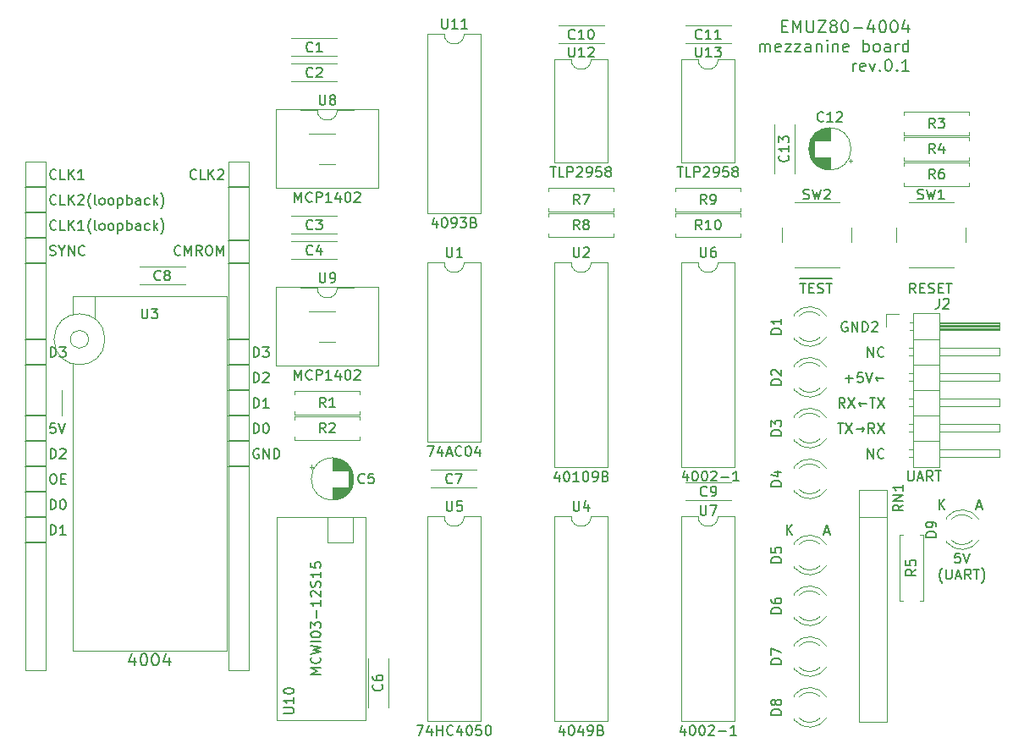
<source format=gbr>
%TF.GenerationSoftware,KiCad,Pcbnew,7.0.2*%
%TF.CreationDate,2023-05-12T21:33:33+09:00*%
%TF.ProjectId,EMUZ80_4004,454d555a-3830-45f3-9430-30342e6b6963,rev?*%
%TF.SameCoordinates,Original*%
%TF.FileFunction,Legend,Top*%
%TF.FilePolarity,Positive*%
%FSLAX46Y46*%
G04 Gerber Fmt 4.6, Leading zero omitted, Abs format (unit mm)*
G04 Created by KiCad (PCBNEW 7.0.2) date 2023-05-12 21:33:33*
%MOMM*%
%LPD*%
G01*
G04 APERTURE LIST*
%ADD10C,0.150000*%
%ADD11C,0.120000*%
%ADD12C,0.100000*%
G04 APERTURE END LIST*
D10*
X1524000Y-54610000D02*
X3556000Y-54610000D01*
X1524000Y-19050000D02*
X3556000Y-19050000D01*
X1524000Y-46990000D02*
X3556000Y-46990000D01*
X1524000Y-24130000D02*
X3556000Y-24130000D01*
X21844000Y-36830000D02*
X23876000Y-36830000D01*
X1524000Y-21590000D02*
X3556000Y-21590000D01*
X1524000Y-26670000D02*
X3556000Y-26670000D01*
X1524000Y-44450000D02*
X3556000Y-44450000D01*
X1524000Y-52070000D02*
X3556000Y-52070000D01*
X1524000Y-49530000D02*
X3556000Y-49530000D01*
X21844000Y-46990000D02*
X23876000Y-46990000D01*
X21844000Y-34290000D02*
X23876000Y-34290000D01*
X21844000Y-39370000D02*
X23876000Y-39370000D01*
X21844000Y-44450000D02*
X23876000Y-44450000D01*
X21844000Y-24384000D02*
X23876000Y-24384000D01*
X21844000Y-26670000D02*
X23876000Y-26670000D01*
X21844000Y-41910000D02*
X23876000Y-41910000D01*
X1524000Y-41910000D02*
X3556000Y-41910000D01*
X21844000Y-19050000D02*
X23876000Y-19050000D01*
X1524000Y-34290000D02*
X3556000Y-34290000D01*
X1524000Y-36830000D02*
X3556000Y-36830000D01*
X24368095Y-38612619D02*
X24368095Y-37612619D01*
X24368095Y-37612619D02*
X24606190Y-37612619D01*
X24606190Y-37612619D02*
X24749047Y-37660238D01*
X24749047Y-37660238D02*
X24844285Y-37755476D01*
X24844285Y-37755476D02*
X24891904Y-37850714D01*
X24891904Y-37850714D02*
X24939523Y-38041190D01*
X24939523Y-38041190D02*
X24939523Y-38184047D01*
X24939523Y-38184047D02*
X24891904Y-38374523D01*
X24891904Y-38374523D02*
X24844285Y-38469761D01*
X24844285Y-38469761D02*
X24749047Y-38565000D01*
X24749047Y-38565000D02*
X24606190Y-38612619D01*
X24606190Y-38612619D02*
X24368095Y-38612619D01*
X25320476Y-37707857D02*
X25368095Y-37660238D01*
X25368095Y-37660238D02*
X25463333Y-37612619D01*
X25463333Y-37612619D02*
X25701428Y-37612619D01*
X25701428Y-37612619D02*
X25796666Y-37660238D01*
X25796666Y-37660238D02*
X25844285Y-37707857D01*
X25844285Y-37707857D02*
X25891904Y-37803095D01*
X25891904Y-37803095D02*
X25891904Y-37898333D01*
X25891904Y-37898333D02*
X25844285Y-38041190D01*
X25844285Y-38041190D02*
X25272857Y-38612619D01*
X25272857Y-38612619D02*
X25891904Y-38612619D01*
X83582381Y-38231666D02*
X84344286Y-38231666D01*
X83963333Y-38612619D02*
X83963333Y-37850714D01*
X85296666Y-37612619D02*
X84820476Y-37612619D01*
X84820476Y-37612619D02*
X84772857Y-38088809D01*
X84772857Y-38088809D02*
X84820476Y-38041190D01*
X84820476Y-38041190D02*
X84915714Y-37993571D01*
X84915714Y-37993571D02*
X85153809Y-37993571D01*
X85153809Y-37993571D02*
X85249047Y-38041190D01*
X85249047Y-38041190D02*
X85296666Y-38088809D01*
X85296666Y-38088809D02*
X85344285Y-38184047D01*
X85344285Y-38184047D02*
X85344285Y-38422142D01*
X85344285Y-38422142D02*
X85296666Y-38517380D01*
X85296666Y-38517380D02*
X85249047Y-38565000D01*
X85249047Y-38565000D02*
X85153809Y-38612619D01*
X85153809Y-38612619D02*
X84915714Y-38612619D01*
X84915714Y-38612619D02*
X84820476Y-38565000D01*
X84820476Y-38565000D02*
X84772857Y-38517380D01*
X85630000Y-37612619D02*
X85963333Y-38612619D01*
X85963333Y-38612619D02*
X86296666Y-37612619D01*
X87391905Y-38231666D02*
X86630000Y-38231666D01*
X86820476Y-38422142D02*
X86630000Y-38231666D01*
X86630000Y-38231666D02*
X86820476Y-38041190D01*
X24891904Y-45280238D02*
X24796666Y-45232619D01*
X24796666Y-45232619D02*
X24653809Y-45232619D01*
X24653809Y-45232619D02*
X24510952Y-45280238D01*
X24510952Y-45280238D02*
X24415714Y-45375476D01*
X24415714Y-45375476D02*
X24368095Y-45470714D01*
X24368095Y-45470714D02*
X24320476Y-45661190D01*
X24320476Y-45661190D02*
X24320476Y-45804047D01*
X24320476Y-45804047D02*
X24368095Y-45994523D01*
X24368095Y-45994523D02*
X24415714Y-46089761D01*
X24415714Y-46089761D02*
X24510952Y-46185000D01*
X24510952Y-46185000D02*
X24653809Y-46232619D01*
X24653809Y-46232619D02*
X24749047Y-46232619D01*
X24749047Y-46232619D02*
X24891904Y-46185000D01*
X24891904Y-46185000D02*
X24939523Y-46137380D01*
X24939523Y-46137380D02*
X24939523Y-45804047D01*
X24939523Y-45804047D02*
X24749047Y-45804047D01*
X25368095Y-46232619D02*
X25368095Y-45232619D01*
X25368095Y-45232619D02*
X25939523Y-46232619D01*
X25939523Y-46232619D02*
X25939523Y-45232619D01*
X26415714Y-46232619D02*
X26415714Y-45232619D01*
X26415714Y-45232619D02*
X26653809Y-45232619D01*
X26653809Y-45232619D02*
X26796666Y-45280238D01*
X26796666Y-45280238D02*
X26891904Y-45375476D01*
X26891904Y-45375476D02*
X26939523Y-45470714D01*
X26939523Y-45470714D02*
X26987142Y-45661190D01*
X26987142Y-45661190D02*
X26987142Y-45804047D01*
X26987142Y-45804047D02*
X26939523Y-45994523D01*
X26939523Y-45994523D02*
X26891904Y-46089761D01*
X26891904Y-46089761D02*
X26796666Y-46185000D01*
X26796666Y-46185000D02*
X26653809Y-46232619D01*
X26653809Y-46232619D02*
X26415714Y-46232619D01*
X4048095Y-51312619D02*
X4048095Y-50312619D01*
X4048095Y-50312619D02*
X4286190Y-50312619D01*
X4286190Y-50312619D02*
X4429047Y-50360238D01*
X4429047Y-50360238D02*
X4524285Y-50455476D01*
X4524285Y-50455476D02*
X4571904Y-50550714D01*
X4571904Y-50550714D02*
X4619523Y-50741190D01*
X4619523Y-50741190D02*
X4619523Y-50884047D01*
X4619523Y-50884047D02*
X4571904Y-51074523D01*
X4571904Y-51074523D02*
X4524285Y-51169761D01*
X4524285Y-51169761D02*
X4429047Y-51265000D01*
X4429047Y-51265000D02*
X4286190Y-51312619D01*
X4286190Y-51312619D02*
X4048095Y-51312619D01*
X5238571Y-50312619D02*
X5333809Y-50312619D01*
X5333809Y-50312619D02*
X5429047Y-50360238D01*
X5429047Y-50360238D02*
X5476666Y-50407857D01*
X5476666Y-50407857D02*
X5524285Y-50503095D01*
X5524285Y-50503095D02*
X5571904Y-50693571D01*
X5571904Y-50693571D02*
X5571904Y-50931666D01*
X5571904Y-50931666D02*
X5524285Y-51122142D01*
X5524285Y-51122142D02*
X5476666Y-51217380D01*
X5476666Y-51217380D02*
X5429047Y-51265000D01*
X5429047Y-51265000D02*
X5333809Y-51312619D01*
X5333809Y-51312619D02*
X5238571Y-51312619D01*
X5238571Y-51312619D02*
X5143333Y-51265000D01*
X5143333Y-51265000D02*
X5095714Y-51217380D01*
X5095714Y-51217380D02*
X5048095Y-51122142D01*
X5048095Y-51122142D02*
X5000476Y-50931666D01*
X5000476Y-50931666D02*
X5000476Y-50693571D01*
X5000476Y-50693571D02*
X5048095Y-50503095D01*
X5048095Y-50503095D02*
X5095714Y-50407857D01*
X5095714Y-50407857D02*
X5143333Y-50360238D01*
X5143333Y-50360238D02*
X5238571Y-50312619D01*
X4048095Y-53852619D02*
X4048095Y-52852619D01*
X4048095Y-52852619D02*
X4286190Y-52852619D01*
X4286190Y-52852619D02*
X4429047Y-52900238D01*
X4429047Y-52900238D02*
X4524285Y-52995476D01*
X4524285Y-52995476D02*
X4571904Y-53090714D01*
X4571904Y-53090714D02*
X4619523Y-53281190D01*
X4619523Y-53281190D02*
X4619523Y-53424047D01*
X4619523Y-53424047D02*
X4571904Y-53614523D01*
X4571904Y-53614523D02*
X4524285Y-53709761D01*
X4524285Y-53709761D02*
X4429047Y-53805000D01*
X4429047Y-53805000D02*
X4286190Y-53852619D01*
X4286190Y-53852619D02*
X4048095Y-53852619D01*
X5571904Y-53852619D02*
X5000476Y-53852619D01*
X5286190Y-53852619D02*
X5286190Y-52852619D01*
X5286190Y-52852619D02*
X5190952Y-52995476D01*
X5190952Y-52995476D02*
X5095714Y-53090714D01*
X5095714Y-53090714D02*
X5000476Y-53138333D01*
X95059523Y-55677619D02*
X94583333Y-55677619D01*
X94583333Y-55677619D02*
X94535714Y-56153809D01*
X94535714Y-56153809D02*
X94583333Y-56106190D01*
X94583333Y-56106190D02*
X94678571Y-56058571D01*
X94678571Y-56058571D02*
X94916666Y-56058571D01*
X94916666Y-56058571D02*
X95011904Y-56106190D01*
X95011904Y-56106190D02*
X95059523Y-56153809D01*
X95059523Y-56153809D02*
X95107142Y-56249047D01*
X95107142Y-56249047D02*
X95107142Y-56487142D01*
X95107142Y-56487142D02*
X95059523Y-56582380D01*
X95059523Y-56582380D02*
X95011904Y-56630000D01*
X95011904Y-56630000D02*
X94916666Y-56677619D01*
X94916666Y-56677619D02*
X94678571Y-56677619D01*
X94678571Y-56677619D02*
X94583333Y-56630000D01*
X94583333Y-56630000D02*
X94535714Y-56582380D01*
X95392857Y-55677619D02*
X95726190Y-56677619D01*
X95726190Y-56677619D02*
X96059523Y-55677619D01*
X93273809Y-58678571D02*
X93226190Y-58630952D01*
X93226190Y-58630952D02*
X93130952Y-58488095D01*
X93130952Y-58488095D02*
X93083333Y-58392857D01*
X93083333Y-58392857D02*
X93035714Y-58250000D01*
X93035714Y-58250000D02*
X92988095Y-58011904D01*
X92988095Y-58011904D02*
X92988095Y-57821428D01*
X92988095Y-57821428D02*
X93035714Y-57583333D01*
X93035714Y-57583333D02*
X93083333Y-57440476D01*
X93083333Y-57440476D02*
X93130952Y-57345238D01*
X93130952Y-57345238D02*
X93226190Y-57202380D01*
X93226190Y-57202380D02*
X93273809Y-57154761D01*
X93654762Y-57297619D02*
X93654762Y-58107142D01*
X93654762Y-58107142D02*
X93702381Y-58202380D01*
X93702381Y-58202380D02*
X93750000Y-58250000D01*
X93750000Y-58250000D02*
X93845238Y-58297619D01*
X93845238Y-58297619D02*
X94035714Y-58297619D01*
X94035714Y-58297619D02*
X94130952Y-58250000D01*
X94130952Y-58250000D02*
X94178571Y-58202380D01*
X94178571Y-58202380D02*
X94226190Y-58107142D01*
X94226190Y-58107142D02*
X94226190Y-57297619D01*
X94654762Y-58011904D02*
X95130952Y-58011904D01*
X94559524Y-58297619D02*
X94892857Y-57297619D01*
X94892857Y-57297619D02*
X95226190Y-58297619D01*
X96130952Y-58297619D02*
X95797619Y-57821428D01*
X95559524Y-58297619D02*
X95559524Y-57297619D01*
X95559524Y-57297619D02*
X95940476Y-57297619D01*
X95940476Y-57297619D02*
X96035714Y-57345238D01*
X96035714Y-57345238D02*
X96083333Y-57392857D01*
X96083333Y-57392857D02*
X96130952Y-57488095D01*
X96130952Y-57488095D02*
X96130952Y-57630952D01*
X96130952Y-57630952D02*
X96083333Y-57726190D01*
X96083333Y-57726190D02*
X96035714Y-57773809D01*
X96035714Y-57773809D02*
X95940476Y-57821428D01*
X95940476Y-57821428D02*
X95559524Y-57821428D01*
X96416667Y-57297619D02*
X96988095Y-57297619D01*
X96702381Y-58297619D02*
X96702381Y-57297619D01*
X97226191Y-58678571D02*
X97273810Y-58630952D01*
X97273810Y-58630952D02*
X97369048Y-58488095D01*
X97369048Y-58488095D02*
X97416667Y-58392857D01*
X97416667Y-58392857D02*
X97464286Y-58250000D01*
X97464286Y-58250000D02*
X97511905Y-58011904D01*
X97511905Y-58011904D02*
X97511905Y-57821428D01*
X97511905Y-57821428D02*
X97464286Y-57583333D01*
X97464286Y-57583333D02*
X97416667Y-57440476D01*
X97416667Y-57440476D02*
X97369048Y-57345238D01*
X97369048Y-57345238D02*
X97273810Y-57202380D01*
X97273810Y-57202380D02*
X97226191Y-57154761D01*
X18637618Y-18197380D02*
X18589999Y-18245000D01*
X18589999Y-18245000D02*
X18447142Y-18292619D01*
X18447142Y-18292619D02*
X18351904Y-18292619D01*
X18351904Y-18292619D02*
X18209047Y-18245000D01*
X18209047Y-18245000D02*
X18113809Y-18149761D01*
X18113809Y-18149761D02*
X18066190Y-18054523D01*
X18066190Y-18054523D02*
X18018571Y-17864047D01*
X18018571Y-17864047D02*
X18018571Y-17721190D01*
X18018571Y-17721190D02*
X18066190Y-17530714D01*
X18066190Y-17530714D02*
X18113809Y-17435476D01*
X18113809Y-17435476D02*
X18209047Y-17340238D01*
X18209047Y-17340238D02*
X18351904Y-17292619D01*
X18351904Y-17292619D02*
X18447142Y-17292619D01*
X18447142Y-17292619D02*
X18589999Y-17340238D01*
X18589999Y-17340238D02*
X18637618Y-17387857D01*
X19542380Y-18292619D02*
X19066190Y-18292619D01*
X19066190Y-18292619D02*
X19066190Y-17292619D01*
X19875714Y-18292619D02*
X19875714Y-17292619D01*
X20447142Y-18292619D02*
X20018571Y-17721190D01*
X20447142Y-17292619D02*
X19875714Y-17864047D01*
X20828095Y-17387857D02*
X20875714Y-17340238D01*
X20875714Y-17340238D02*
X20970952Y-17292619D01*
X20970952Y-17292619D02*
X21209047Y-17292619D01*
X21209047Y-17292619D02*
X21304285Y-17340238D01*
X21304285Y-17340238D02*
X21351904Y-17387857D01*
X21351904Y-17387857D02*
X21399523Y-17483095D01*
X21399523Y-17483095D02*
X21399523Y-17578333D01*
X21399523Y-17578333D02*
X21351904Y-17721190D01*
X21351904Y-17721190D02*
X20780476Y-18292619D01*
X20780476Y-18292619D02*
X21399523Y-18292619D01*
X83756904Y-32580238D02*
X83661666Y-32532619D01*
X83661666Y-32532619D02*
X83518809Y-32532619D01*
X83518809Y-32532619D02*
X83375952Y-32580238D01*
X83375952Y-32580238D02*
X83280714Y-32675476D01*
X83280714Y-32675476D02*
X83233095Y-32770714D01*
X83233095Y-32770714D02*
X83185476Y-32961190D01*
X83185476Y-32961190D02*
X83185476Y-33104047D01*
X83185476Y-33104047D02*
X83233095Y-33294523D01*
X83233095Y-33294523D02*
X83280714Y-33389761D01*
X83280714Y-33389761D02*
X83375952Y-33485000D01*
X83375952Y-33485000D02*
X83518809Y-33532619D01*
X83518809Y-33532619D02*
X83614047Y-33532619D01*
X83614047Y-33532619D02*
X83756904Y-33485000D01*
X83756904Y-33485000D02*
X83804523Y-33437380D01*
X83804523Y-33437380D02*
X83804523Y-33104047D01*
X83804523Y-33104047D02*
X83614047Y-33104047D01*
X84233095Y-33532619D02*
X84233095Y-32532619D01*
X84233095Y-32532619D02*
X84804523Y-33532619D01*
X84804523Y-33532619D02*
X84804523Y-32532619D01*
X85280714Y-33532619D02*
X85280714Y-32532619D01*
X85280714Y-32532619D02*
X85518809Y-32532619D01*
X85518809Y-32532619D02*
X85661666Y-32580238D01*
X85661666Y-32580238D02*
X85756904Y-32675476D01*
X85756904Y-32675476D02*
X85804523Y-32770714D01*
X85804523Y-32770714D02*
X85852142Y-32961190D01*
X85852142Y-32961190D02*
X85852142Y-33104047D01*
X85852142Y-33104047D02*
X85804523Y-33294523D01*
X85804523Y-33294523D02*
X85756904Y-33389761D01*
X85756904Y-33389761D02*
X85661666Y-33485000D01*
X85661666Y-33485000D02*
X85518809Y-33532619D01*
X85518809Y-33532619D02*
X85280714Y-33532619D01*
X86233095Y-32627857D02*
X86280714Y-32580238D01*
X86280714Y-32580238D02*
X86375952Y-32532619D01*
X86375952Y-32532619D02*
X86614047Y-32532619D01*
X86614047Y-32532619D02*
X86709285Y-32580238D01*
X86709285Y-32580238D02*
X86756904Y-32627857D01*
X86756904Y-32627857D02*
X86804523Y-32723095D01*
X86804523Y-32723095D02*
X86804523Y-32818333D01*
X86804523Y-32818333D02*
X86756904Y-32961190D01*
X86756904Y-32961190D02*
X86185476Y-33532619D01*
X86185476Y-33532619D02*
X86804523Y-33532619D01*
X85820476Y-46232619D02*
X85820476Y-45232619D01*
X85820476Y-45232619D02*
X86391904Y-46232619D01*
X86391904Y-46232619D02*
X86391904Y-45232619D01*
X87439523Y-46137380D02*
X87391904Y-46185000D01*
X87391904Y-46185000D02*
X87249047Y-46232619D01*
X87249047Y-46232619D02*
X87153809Y-46232619D01*
X87153809Y-46232619D02*
X87010952Y-46185000D01*
X87010952Y-46185000D02*
X86915714Y-46089761D01*
X86915714Y-46089761D02*
X86868095Y-45994523D01*
X86868095Y-45994523D02*
X86820476Y-45804047D01*
X86820476Y-45804047D02*
X86820476Y-45661190D01*
X86820476Y-45661190D02*
X86868095Y-45470714D01*
X86868095Y-45470714D02*
X86915714Y-45375476D01*
X86915714Y-45375476D02*
X87010952Y-45280238D01*
X87010952Y-45280238D02*
X87153809Y-45232619D01*
X87153809Y-45232619D02*
X87249047Y-45232619D01*
X87249047Y-45232619D02*
X87391904Y-45280238D01*
X87391904Y-45280238D02*
X87439523Y-45327857D01*
X24368095Y-41152619D02*
X24368095Y-40152619D01*
X24368095Y-40152619D02*
X24606190Y-40152619D01*
X24606190Y-40152619D02*
X24749047Y-40200238D01*
X24749047Y-40200238D02*
X24844285Y-40295476D01*
X24844285Y-40295476D02*
X24891904Y-40390714D01*
X24891904Y-40390714D02*
X24939523Y-40581190D01*
X24939523Y-40581190D02*
X24939523Y-40724047D01*
X24939523Y-40724047D02*
X24891904Y-40914523D01*
X24891904Y-40914523D02*
X24844285Y-41009761D01*
X24844285Y-41009761D02*
X24749047Y-41105000D01*
X24749047Y-41105000D02*
X24606190Y-41152619D01*
X24606190Y-41152619D02*
X24368095Y-41152619D01*
X25891904Y-41152619D02*
X25320476Y-41152619D01*
X25606190Y-41152619D02*
X25606190Y-40152619D01*
X25606190Y-40152619D02*
X25510952Y-40295476D01*
X25510952Y-40295476D02*
X25415714Y-40390714D01*
X25415714Y-40390714D02*
X25320476Y-40438333D01*
X17066190Y-25817380D02*
X17018571Y-25865000D01*
X17018571Y-25865000D02*
X16875714Y-25912619D01*
X16875714Y-25912619D02*
X16780476Y-25912619D01*
X16780476Y-25912619D02*
X16637619Y-25865000D01*
X16637619Y-25865000D02*
X16542381Y-25769761D01*
X16542381Y-25769761D02*
X16494762Y-25674523D01*
X16494762Y-25674523D02*
X16447143Y-25484047D01*
X16447143Y-25484047D02*
X16447143Y-25341190D01*
X16447143Y-25341190D02*
X16494762Y-25150714D01*
X16494762Y-25150714D02*
X16542381Y-25055476D01*
X16542381Y-25055476D02*
X16637619Y-24960238D01*
X16637619Y-24960238D02*
X16780476Y-24912619D01*
X16780476Y-24912619D02*
X16875714Y-24912619D01*
X16875714Y-24912619D02*
X17018571Y-24960238D01*
X17018571Y-24960238D02*
X17066190Y-25007857D01*
X17494762Y-25912619D02*
X17494762Y-24912619D01*
X17494762Y-24912619D02*
X17828095Y-25626904D01*
X17828095Y-25626904D02*
X18161428Y-24912619D01*
X18161428Y-24912619D02*
X18161428Y-25912619D01*
X19209047Y-25912619D02*
X18875714Y-25436428D01*
X18637619Y-25912619D02*
X18637619Y-24912619D01*
X18637619Y-24912619D02*
X19018571Y-24912619D01*
X19018571Y-24912619D02*
X19113809Y-24960238D01*
X19113809Y-24960238D02*
X19161428Y-25007857D01*
X19161428Y-25007857D02*
X19209047Y-25103095D01*
X19209047Y-25103095D02*
X19209047Y-25245952D01*
X19209047Y-25245952D02*
X19161428Y-25341190D01*
X19161428Y-25341190D02*
X19113809Y-25388809D01*
X19113809Y-25388809D02*
X19018571Y-25436428D01*
X19018571Y-25436428D02*
X18637619Y-25436428D01*
X19828095Y-24912619D02*
X20018571Y-24912619D01*
X20018571Y-24912619D02*
X20113809Y-24960238D01*
X20113809Y-24960238D02*
X20209047Y-25055476D01*
X20209047Y-25055476D02*
X20256666Y-25245952D01*
X20256666Y-25245952D02*
X20256666Y-25579285D01*
X20256666Y-25579285D02*
X20209047Y-25769761D01*
X20209047Y-25769761D02*
X20113809Y-25865000D01*
X20113809Y-25865000D02*
X20018571Y-25912619D01*
X20018571Y-25912619D02*
X19828095Y-25912619D01*
X19828095Y-25912619D02*
X19732857Y-25865000D01*
X19732857Y-25865000D02*
X19637619Y-25769761D01*
X19637619Y-25769761D02*
X19590000Y-25579285D01*
X19590000Y-25579285D02*
X19590000Y-25245952D01*
X19590000Y-25245952D02*
X19637619Y-25055476D01*
X19637619Y-25055476D02*
X19732857Y-24960238D01*
X19732857Y-24960238D02*
X19828095Y-24912619D01*
X20685238Y-25912619D02*
X20685238Y-24912619D01*
X20685238Y-24912619D02*
X21018571Y-25626904D01*
X21018571Y-25626904D02*
X21351904Y-24912619D01*
X21351904Y-24912619D02*
X21351904Y-25912619D01*
X83534761Y-41152619D02*
X83201428Y-40676428D01*
X82963333Y-41152619D02*
X82963333Y-40152619D01*
X82963333Y-40152619D02*
X83344285Y-40152619D01*
X83344285Y-40152619D02*
X83439523Y-40200238D01*
X83439523Y-40200238D02*
X83487142Y-40247857D01*
X83487142Y-40247857D02*
X83534761Y-40343095D01*
X83534761Y-40343095D02*
X83534761Y-40485952D01*
X83534761Y-40485952D02*
X83487142Y-40581190D01*
X83487142Y-40581190D02*
X83439523Y-40628809D01*
X83439523Y-40628809D02*
X83344285Y-40676428D01*
X83344285Y-40676428D02*
X82963333Y-40676428D01*
X83868095Y-40152619D02*
X84534761Y-41152619D01*
X84534761Y-40152619D02*
X83868095Y-41152619D01*
X85677619Y-40771666D02*
X84915714Y-40771666D01*
X85106190Y-40962142D02*
X84915714Y-40771666D01*
X84915714Y-40771666D02*
X85106190Y-40581190D01*
X86010952Y-40152619D02*
X86582380Y-40152619D01*
X86296666Y-41152619D02*
X86296666Y-40152619D01*
X86820476Y-40152619D02*
X87487142Y-41152619D01*
X87487142Y-40152619D02*
X86820476Y-41152619D01*
X92948095Y-51312619D02*
X92948095Y-50312619D01*
X93519523Y-51312619D02*
X93090952Y-50741190D01*
X93519523Y-50312619D02*
X92948095Y-50884047D01*
X82820476Y-42692619D02*
X83391904Y-42692619D01*
X83106190Y-43692619D02*
X83106190Y-42692619D01*
X83630000Y-42692619D02*
X84296666Y-43692619D01*
X84296666Y-42692619D02*
X83630000Y-43692619D01*
X84677619Y-43311666D02*
X85439524Y-43311666D01*
X85249047Y-43502142D02*
X85439524Y-43311666D01*
X85439524Y-43311666D02*
X85249047Y-43121190D01*
X86487142Y-43692619D02*
X86153809Y-43216428D01*
X85915714Y-43692619D02*
X85915714Y-42692619D01*
X85915714Y-42692619D02*
X86296666Y-42692619D01*
X86296666Y-42692619D02*
X86391904Y-42740238D01*
X86391904Y-42740238D02*
X86439523Y-42787857D01*
X86439523Y-42787857D02*
X86487142Y-42883095D01*
X86487142Y-42883095D02*
X86487142Y-43025952D01*
X86487142Y-43025952D02*
X86439523Y-43121190D01*
X86439523Y-43121190D02*
X86391904Y-43168809D01*
X86391904Y-43168809D02*
X86296666Y-43216428D01*
X86296666Y-43216428D02*
X85915714Y-43216428D01*
X86820476Y-42692619D02*
X87487142Y-43692619D01*
X87487142Y-42692619D02*
X86820476Y-43692619D01*
X4524285Y-42692619D02*
X4048095Y-42692619D01*
X4048095Y-42692619D02*
X4000476Y-43168809D01*
X4000476Y-43168809D02*
X4048095Y-43121190D01*
X4048095Y-43121190D02*
X4143333Y-43073571D01*
X4143333Y-43073571D02*
X4381428Y-43073571D01*
X4381428Y-43073571D02*
X4476666Y-43121190D01*
X4476666Y-43121190D02*
X4524285Y-43168809D01*
X4524285Y-43168809D02*
X4571904Y-43264047D01*
X4571904Y-43264047D02*
X4571904Y-43502142D01*
X4571904Y-43502142D02*
X4524285Y-43597380D01*
X4524285Y-43597380D02*
X4476666Y-43645000D01*
X4476666Y-43645000D02*
X4381428Y-43692619D01*
X4381428Y-43692619D02*
X4143333Y-43692619D01*
X4143333Y-43692619D02*
X4048095Y-43645000D01*
X4048095Y-43645000D02*
X4000476Y-43597380D01*
X4857619Y-42692619D02*
X5190952Y-43692619D01*
X5190952Y-43692619D02*
X5524285Y-42692619D01*
X81470476Y-53566904D02*
X81946666Y-53566904D01*
X81375238Y-53852619D02*
X81708571Y-52852619D01*
X81708571Y-52852619D02*
X82041904Y-53852619D01*
X96710476Y-51026904D02*
X97186666Y-51026904D01*
X96615238Y-51312619D02*
X96948571Y-50312619D01*
X96948571Y-50312619D02*
X97281904Y-51312619D01*
X4619523Y-23277380D02*
X4571904Y-23325000D01*
X4571904Y-23325000D02*
X4429047Y-23372619D01*
X4429047Y-23372619D02*
X4333809Y-23372619D01*
X4333809Y-23372619D02*
X4190952Y-23325000D01*
X4190952Y-23325000D02*
X4095714Y-23229761D01*
X4095714Y-23229761D02*
X4048095Y-23134523D01*
X4048095Y-23134523D02*
X4000476Y-22944047D01*
X4000476Y-22944047D02*
X4000476Y-22801190D01*
X4000476Y-22801190D02*
X4048095Y-22610714D01*
X4048095Y-22610714D02*
X4095714Y-22515476D01*
X4095714Y-22515476D02*
X4190952Y-22420238D01*
X4190952Y-22420238D02*
X4333809Y-22372619D01*
X4333809Y-22372619D02*
X4429047Y-22372619D01*
X4429047Y-22372619D02*
X4571904Y-22420238D01*
X4571904Y-22420238D02*
X4619523Y-22467857D01*
X5524285Y-23372619D02*
X5048095Y-23372619D01*
X5048095Y-23372619D02*
X5048095Y-22372619D01*
X5857619Y-23372619D02*
X5857619Y-22372619D01*
X6429047Y-23372619D02*
X6000476Y-22801190D01*
X6429047Y-22372619D02*
X5857619Y-22944047D01*
X7381428Y-23372619D02*
X6810000Y-23372619D01*
X7095714Y-23372619D02*
X7095714Y-22372619D01*
X7095714Y-22372619D02*
X7000476Y-22515476D01*
X7000476Y-22515476D02*
X6905238Y-22610714D01*
X6905238Y-22610714D02*
X6810000Y-22658333D01*
X8095714Y-23753571D02*
X8048095Y-23705952D01*
X8048095Y-23705952D02*
X7952857Y-23563095D01*
X7952857Y-23563095D02*
X7905238Y-23467857D01*
X7905238Y-23467857D02*
X7857619Y-23325000D01*
X7857619Y-23325000D02*
X7810000Y-23086904D01*
X7810000Y-23086904D02*
X7810000Y-22896428D01*
X7810000Y-22896428D02*
X7857619Y-22658333D01*
X7857619Y-22658333D02*
X7905238Y-22515476D01*
X7905238Y-22515476D02*
X7952857Y-22420238D01*
X7952857Y-22420238D02*
X8048095Y-22277380D01*
X8048095Y-22277380D02*
X8095714Y-22229761D01*
X8619524Y-23372619D02*
X8524286Y-23325000D01*
X8524286Y-23325000D02*
X8476667Y-23229761D01*
X8476667Y-23229761D02*
X8476667Y-22372619D01*
X9143334Y-23372619D02*
X9048096Y-23325000D01*
X9048096Y-23325000D02*
X9000477Y-23277380D01*
X9000477Y-23277380D02*
X8952858Y-23182142D01*
X8952858Y-23182142D02*
X8952858Y-22896428D01*
X8952858Y-22896428D02*
X9000477Y-22801190D01*
X9000477Y-22801190D02*
X9048096Y-22753571D01*
X9048096Y-22753571D02*
X9143334Y-22705952D01*
X9143334Y-22705952D02*
X9286191Y-22705952D01*
X9286191Y-22705952D02*
X9381429Y-22753571D01*
X9381429Y-22753571D02*
X9429048Y-22801190D01*
X9429048Y-22801190D02*
X9476667Y-22896428D01*
X9476667Y-22896428D02*
X9476667Y-23182142D01*
X9476667Y-23182142D02*
X9429048Y-23277380D01*
X9429048Y-23277380D02*
X9381429Y-23325000D01*
X9381429Y-23325000D02*
X9286191Y-23372619D01*
X9286191Y-23372619D02*
X9143334Y-23372619D01*
X10048096Y-23372619D02*
X9952858Y-23325000D01*
X9952858Y-23325000D02*
X9905239Y-23277380D01*
X9905239Y-23277380D02*
X9857620Y-23182142D01*
X9857620Y-23182142D02*
X9857620Y-22896428D01*
X9857620Y-22896428D02*
X9905239Y-22801190D01*
X9905239Y-22801190D02*
X9952858Y-22753571D01*
X9952858Y-22753571D02*
X10048096Y-22705952D01*
X10048096Y-22705952D02*
X10190953Y-22705952D01*
X10190953Y-22705952D02*
X10286191Y-22753571D01*
X10286191Y-22753571D02*
X10333810Y-22801190D01*
X10333810Y-22801190D02*
X10381429Y-22896428D01*
X10381429Y-22896428D02*
X10381429Y-23182142D01*
X10381429Y-23182142D02*
X10333810Y-23277380D01*
X10333810Y-23277380D02*
X10286191Y-23325000D01*
X10286191Y-23325000D02*
X10190953Y-23372619D01*
X10190953Y-23372619D02*
X10048096Y-23372619D01*
X10810001Y-22705952D02*
X10810001Y-23705952D01*
X10810001Y-22753571D02*
X10905239Y-22705952D01*
X10905239Y-22705952D02*
X11095715Y-22705952D01*
X11095715Y-22705952D02*
X11190953Y-22753571D01*
X11190953Y-22753571D02*
X11238572Y-22801190D01*
X11238572Y-22801190D02*
X11286191Y-22896428D01*
X11286191Y-22896428D02*
X11286191Y-23182142D01*
X11286191Y-23182142D02*
X11238572Y-23277380D01*
X11238572Y-23277380D02*
X11190953Y-23325000D01*
X11190953Y-23325000D02*
X11095715Y-23372619D01*
X11095715Y-23372619D02*
X10905239Y-23372619D01*
X10905239Y-23372619D02*
X10810001Y-23325000D01*
X11714763Y-23372619D02*
X11714763Y-22372619D01*
X11714763Y-22753571D02*
X11810001Y-22705952D01*
X11810001Y-22705952D02*
X12000477Y-22705952D01*
X12000477Y-22705952D02*
X12095715Y-22753571D01*
X12095715Y-22753571D02*
X12143334Y-22801190D01*
X12143334Y-22801190D02*
X12190953Y-22896428D01*
X12190953Y-22896428D02*
X12190953Y-23182142D01*
X12190953Y-23182142D02*
X12143334Y-23277380D01*
X12143334Y-23277380D02*
X12095715Y-23325000D01*
X12095715Y-23325000D02*
X12000477Y-23372619D01*
X12000477Y-23372619D02*
X11810001Y-23372619D01*
X11810001Y-23372619D02*
X11714763Y-23325000D01*
X13048096Y-23372619D02*
X13048096Y-22848809D01*
X13048096Y-22848809D02*
X13000477Y-22753571D01*
X13000477Y-22753571D02*
X12905239Y-22705952D01*
X12905239Y-22705952D02*
X12714763Y-22705952D01*
X12714763Y-22705952D02*
X12619525Y-22753571D01*
X13048096Y-23325000D02*
X12952858Y-23372619D01*
X12952858Y-23372619D02*
X12714763Y-23372619D01*
X12714763Y-23372619D02*
X12619525Y-23325000D01*
X12619525Y-23325000D02*
X12571906Y-23229761D01*
X12571906Y-23229761D02*
X12571906Y-23134523D01*
X12571906Y-23134523D02*
X12619525Y-23039285D01*
X12619525Y-23039285D02*
X12714763Y-22991666D01*
X12714763Y-22991666D02*
X12952858Y-22991666D01*
X12952858Y-22991666D02*
X13048096Y-22944047D01*
X13952858Y-23325000D02*
X13857620Y-23372619D01*
X13857620Y-23372619D02*
X13667144Y-23372619D01*
X13667144Y-23372619D02*
X13571906Y-23325000D01*
X13571906Y-23325000D02*
X13524287Y-23277380D01*
X13524287Y-23277380D02*
X13476668Y-23182142D01*
X13476668Y-23182142D02*
X13476668Y-22896428D01*
X13476668Y-22896428D02*
X13524287Y-22801190D01*
X13524287Y-22801190D02*
X13571906Y-22753571D01*
X13571906Y-22753571D02*
X13667144Y-22705952D01*
X13667144Y-22705952D02*
X13857620Y-22705952D01*
X13857620Y-22705952D02*
X13952858Y-22753571D01*
X14381430Y-23372619D02*
X14381430Y-22372619D01*
X14476668Y-22991666D02*
X14762382Y-23372619D01*
X14762382Y-22705952D02*
X14381430Y-23086904D01*
X15095716Y-23753571D02*
X15143335Y-23705952D01*
X15143335Y-23705952D02*
X15238573Y-23563095D01*
X15238573Y-23563095D02*
X15286192Y-23467857D01*
X15286192Y-23467857D02*
X15333811Y-23325000D01*
X15333811Y-23325000D02*
X15381430Y-23086904D01*
X15381430Y-23086904D02*
X15381430Y-22896428D01*
X15381430Y-22896428D02*
X15333811Y-22658333D01*
X15333811Y-22658333D02*
X15286192Y-22515476D01*
X15286192Y-22515476D02*
X15238573Y-22420238D01*
X15238573Y-22420238D02*
X15143335Y-22277380D01*
X15143335Y-22277380D02*
X15095716Y-22229761D01*
X85820476Y-36072619D02*
X85820476Y-35072619D01*
X85820476Y-35072619D02*
X86391904Y-36072619D01*
X86391904Y-36072619D02*
X86391904Y-35072619D01*
X87439523Y-35977380D02*
X87391904Y-36025000D01*
X87391904Y-36025000D02*
X87249047Y-36072619D01*
X87249047Y-36072619D02*
X87153809Y-36072619D01*
X87153809Y-36072619D02*
X87010952Y-36025000D01*
X87010952Y-36025000D02*
X86915714Y-35929761D01*
X86915714Y-35929761D02*
X86868095Y-35834523D01*
X86868095Y-35834523D02*
X86820476Y-35644047D01*
X86820476Y-35644047D02*
X86820476Y-35501190D01*
X86820476Y-35501190D02*
X86868095Y-35310714D01*
X86868095Y-35310714D02*
X86915714Y-35215476D01*
X86915714Y-35215476D02*
X87010952Y-35120238D01*
X87010952Y-35120238D02*
X87153809Y-35072619D01*
X87153809Y-35072619D02*
X87249047Y-35072619D01*
X87249047Y-35072619D02*
X87391904Y-35120238D01*
X87391904Y-35120238D02*
X87439523Y-35167857D01*
X77255715Y-2956571D02*
X77655715Y-2956571D01*
X77827143Y-3585142D02*
X77255715Y-3585142D01*
X77255715Y-3585142D02*
X77255715Y-2385142D01*
X77255715Y-2385142D02*
X77827143Y-2385142D01*
X78341429Y-3585142D02*
X78341429Y-2385142D01*
X78341429Y-2385142D02*
X78741429Y-3242285D01*
X78741429Y-3242285D02*
X79141429Y-2385142D01*
X79141429Y-2385142D02*
X79141429Y-3585142D01*
X79712858Y-2385142D02*
X79712858Y-3356571D01*
X79712858Y-3356571D02*
X79770001Y-3470857D01*
X79770001Y-3470857D02*
X79827144Y-3528000D01*
X79827144Y-3528000D02*
X79941429Y-3585142D01*
X79941429Y-3585142D02*
X80170001Y-3585142D01*
X80170001Y-3585142D02*
X80284286Y-3528000D01*
X80284286Y-3528000D02*
X80341429Y-3470857D01*
X80341429Y-3470857D02*
X80398572Y-3356571D01*
X80398572Y-3356571D02*
X80398572Y-2385142D01*
X80855715Y-2385142D02*
X81655715Y-2385142D01*
X81655715Y-2385142D02*
X80855715Y-3585142D01*
X80855715Y-3585142D02*
X81655715Y-3585142D01*
X82284286Y-2899428D02*
X82170001Y-2842285D01*
X82170001Y-2842285D02*
X82112858Y-2785142D01*
X82112858Y-2785142D02*
X82055715Y-2670857D01*
X82055715Y-2670857D02*
X82055715Y-2613714D01*
X82055715Y-2613714D02*
X82112858Y-2499428D01*
X82112858Y-2499428D02*
X82170001Y-2442285D01*
X82170001Y-2442285D02*
X82284286Y-2385142D01*
X82284286Y-2385142D02*
X82512858Y-2385142D01*
X82512858Y-2385142D02*
X82627144Y-2442285D01*
X82627144Y-2442285D02*
X82684286Y-2499428D01*
X82684286Y-2499428D02*
X82741429Y-2613714D01*
X82741429Y-2613714D02*
X82741429Y-2670857D01*
X82741429Y-2670857D02*
X82684286Y-2785142D01*
X82684286Y-2785142D02*
X82627144Y-2842285D01*
X82627144Y-2842285D02*
X82512858Y-2899428D01*
X82512858Y-2899428D02*
X82284286Y-2899428D01*
X82284286Y-2899428D02*
X82170001Y-2956571D01*
X82170001Y-2956571D02*
X82112858Y-3013714D01*
X82112858Y-3013714D02*
X82055715Y-3128000D01*
X82055715Y-3128000D02*
X82055715Y-3356571D01*
X82055715Y-3356571D02*
X82112858Y-3470857D01*
X82112858Y-3470857D02*
X82170001Y-3528000D01*
X82170001Y-3528000D02*
X82284286Y-3585142D01*
X82284286Y-3585142D02*
X82512858Y-3585142D01*
X82512858Y-3585142D02*
X82627144Y-3528000D01*
X82627144Y-3528000D02*
X82684286Y-3470857D01*
X82684286Y-3470857D02*
X82741429Y-3356571D01*
X82741429Y-3356571D02*
X82741429Y-3128000D01*
X82741429Y-3128000D02*
X82684286Y-3013714D01*
X82684286Y-3013714D02*
X82627144Y-2956571D01*
X82627144Y-2956571D02*
X82512858Y-2899428D01*
X83484286Y-2385142D02*
X83598572Y-2385142D01*
X83598572Y-2385142D02*
X83712858Y-2442285D01*
X83712858Y-2442285D02*
X83770001Y-2499428D01*
X83770001Y-2499428D02*
X83827143Y-2613714D01*
X83827143Y-2613714D02*
X83884286Y-2842285D01*
X83884286Y-2842285D02*
X83884286Y-3128000D01*
X83884286Y-3128000D02*
X83827143Y-3356571D01*
X83827143Y-3356571D02*
X83770001Y-3470857D01*
X83770001Y-3470857D02*
X83712858Y-3528000D01*
X83712858Y-3528000D02*
X83598572Y-3585142D01*
X83598572Y-3585142D02*
X83484286Y-3585142D01*
X83484286Y-3585142D02*
X83370001Y-3528000D01*
X83370001Y-3528000D02*
X83312858Y-3470857D01*
X83312858Y-3470857D02*
X83255715Y-3356571D01*
X83255715Y-3356571D02*
X83198572Y-3128000D01*
X83198572Y-3128000D02*
X83198572Y-2842285D01*
X83198572Y-2842285D02*
X83255715Y-2613714D01*
X83255715Y-2613714D02*
X83312858Y-2499428D01*
X83312858Y-2499428D02*
X83370001Y-2442285D01*
X83370001Y-2442285D02*
X83484286Y-2385142D01*
X84398572Y-3128000D02*
X85312858Y-3128000D01*
X86398572Y-2785142D02*
X86398572Y-3585142D01*
X86112857Y-2328000D02*
X85827143Y-3185142D01*
X85827143Y-3185142D02*
X86570000Y-3185142D01*
X87255714Y-2385142D02*
X87370000Y-2385142D01*
X87370000Y-2385142D02*
X87484286Y-2442285D01*
X87484286Y-2442285D02*
X87541429Y-2499428D01*
X87541429Y-2499428D02*
X87598571Y-2613714D01*
X87598571Y-2613714D02*
X87655714Y-2842285D01*
X87655714Y-2842285D02*
X87655714Y-3128000D01*
X87655714Y-3128000D02*
X87598571Y-3356571D01*
X87598571Y-3356571D02*
X87541429Y-3470857D01*
X87541429Y-3470857D02*
X87484286Y-3528000D01*
X87484286Y-3528000D02*
X87370000Y-3585142D01*
X87370000Y-3585142D02*
X87255714Y-3585142D01*
X87255714Y-3585142D02*
X87141429Y-3528000D01*
X87141429Y-3528000D02*
X87084286Y-3470857D01*
X87084286Y-3470857D02*
X87027143Y-3356571D01*
X87027143Y-3356571D02*
X86970000Y-3128000D01*
X86970000Y-3128000D02*
X86970000Y-2842285D01*
X86970000Y-2842285D02*
X87027143Y-2613714D01*
X87027143Y-2613714D02*
X87084286Y-2499428D01*
X87084286Y-2499428D02*
X87141429Y-2442285D01*
X87141429Y-2442285D02*
X87255714Y-2385142D01*
X88398571Y-2385142D02*
X88512857Y-2385142D01*
X88512857Y-2385142D02*
X88627143Y-2442285D01*
X88627143Y-2442285D02*
X88684286Y-2499428D01*
X88684286Y-2499428D02*
X88741428Y-2613714D01*
X88741428Y-2613714D02*
X88798571Y-2842285D01*
X88798571Y-2842285D02*
X88798571Y-3128000D01*
X88798571Y-3128000D02*
X88741428Y-3356571D01*
X88741428Y-3356571D02*
X88684286Y-3470857D01*
X88684286Y-3470857D02*
X88627143Y-3528000D01*
X88627143Y-3528000D02*
X88512857Y-3585142D01*
X88512857Y-3585142D02*
X88398571Y-3585142D01*
X88398571Y-3585142D02*
X88284286Y-3528000D01*
X88284286Y-3528000D02*
X88227143Y-3470857D01*
X88227143Y-3470857D02*
X88170000Y-3356571D01*
X88170000Y-3356571D02*
X88112857Y-3128000D01*
X88112857Y-3128000D02*
X88112857Y-2842285D01*
X88112857Y-2842285D02*
X88170000Y-2613714D01*
X88170000Y-2613714D02*
X88227143Y-2499428D01*
X88227143Y-2499428D02*
X88284286Y-2442285D01*
X88284286Y-2442285D02*
X88398571Y-2385142D01*
X89827143Y-2785142D02*
X89827143Y-3585142D01*
X89541428Y-2328000D02*
X89255714Y-3185142D01*
X89255714Y-3185142D02*
X89998571Y-3185142D01*
X75027144Y-5529142D02*
X75027144Y-4729142D01*
X75027144Y-4843428D02*
X75084287Y-4786285D01*
X75084287Y-4786285D02*
X75198572Y-4729142D01*
X75198572Y-4729142D02*
X75370001Y-4729142D01*
X75370001Y-4729142D02*
X75484287Y-4786285D01*
X75484287Y-4786285D02*
X75541430Y-4900571D01*
X75541430Y-4900571D02*
X75541430Y-5529142D01*
X75541430Y-4900571D02*
X75598572Y-4786285D01*
X75598572Y-4786285D02*
X75712858Y-4729142D01*
X75712858Y-4729142D02*
X75884287Y-4729142D01*
X75884287Y-4729142D02*
X75998572Y-4786285D01*
X75998572Y-4786285D02*
X76055715Y-4900571D01*
X76055715Y-4900571D02*
X76055715Y-5529142D01*
X77084287Y-5472000D02*
X76970001Y-5529142D01*
X76970001Y-5529142D02*
X76741430Y-5529142D01*
X76741430Y-5529142D02*
X76627144Y-5472000D01*
X76627144Y-5472000D02*
X76570001Y-5357714D01*
X76570001Y-5357714D02*
X76570001Y-4900571D01*
X76570001Y-4900571D02*
X76627144Y-4786285D01*
X76627144Y-4786285D02*
X76741430Y-4729142D01*
X76741430Y-4729142D02*
X76970001Y-4729142D01*
X76970001Y-4729142D02*
X77084287Y-4786285D01*
X77084287Y-4786285D02*
X77141430Y-4900571D01*
X77141430Y-4900571D02*
X77141430Y-5014857D01*
X77141430Y-5014857D02*
X76570001Y-5129142D01*
X77541429Y-4729142D02*
X78170001Y-4729142D01*
X78170001Y-4729142D02*
X77541429Y-5529142D01*
X77541429Y-5529142D02*
X78170001Y-5529142D01*
X78512858Y-4729142D02*
X79141430Y-4729142D01*
X79141430Y-4729142D02*
X78512858Y-5529142D01*
X78512858Y-5529142D02*
X79141430Y-5529142D01*
X80112859Y-5529142D02*
X80112859Y-4900571D01*
X80112859Y-4900571D02*
X80055716Y-4786285D01*
X80055716Y-4786285D02*
X79941430Y-4729142D01*
X79941430Y-4729142D02*
X79712859Y-4729142D01*
X79712859Y-4729142D02*
X79598573Y-4786285D01*
X80112859Y-5472000D02*
X79998573Y-5529142D01*
X79998573Y-5529142D02*
X79712859Y-5529142D01*
X79712859Y-5529142D02*
X79598573Y-5472000D01*
X79598573Y-5472000D02*
X79541430Y-5357714D01*
X79541430Y-5357714D02*
X79541430Y-5243428D01*
X79541430Y-5243428D02*
X79598573Y-5129142D01*
X79598573Y-5129142D02*
X79712859Y-5072000D01*
X79712859Y-5072000D02*
X79998573Y-5072000D01*
X79998573Y-5072000D02*
X80112859Y-5014857D01*
X80684287Y-4729142D02*
X80684287Y-5529142D01*
X80684287Y-4843428D02*
X80741430Y-4786285D01*
X80741430Y-4786285D02*
X80855715Y-4729142D01*
X80855715Y-4729142D02*
X81027144Y-4729142D01*
X81027144Y-4729142D02*
X81141430Y-4786285D01*
X81141430Y-4786285D02*
X81198573Y-4900571D01*
X81198573Y-4900571D02*
X81198573Y-5529142D01*
X81770001Y-5529142D02*
X81770001Y-4729142D01*
X81770001Y-4329142D02*
X81712858Y-4386285D01*
X81712858Y-4386285D02*
X81770001Y-4443428D01*
X81770001Y-4443428D02*
X81827144Y-4386285D01*
X81827144Y-4386285D02*
X81770001Y-4329142D01*
X81770001Y-4329142D02*
X81770001Y-4443428D01*
X82341430Y-4729142D02*
X82341430Y-5529142D01*
X82341430Y-4843428D02*
X82398573Y-4786285D01*
X82398573Y-4786285D02*
X82512858Y-4729142D01*
X82512858Y-4729142D02*
X82684287Y-4729142D01*
X82684287Y-4729142D02*
X82798573Y-4786285D01*
X82798573Y-4786285D02*
X82855716Y-4900571D01*
X82855716Y-4900571D02*
X82855716Y-5529142D01*
X83884287Y-5472000D02*
X83770001Y-5529142D01*
X83770001Y-5529142D02*
X83541430Y-5529142D01*
X83541430Y-5529142D02*
X83427144Y-5472000D01*
X83427144Y-5472000D02*
X83370001Y-5357714D01*
X83370001Y-5357714D02*
X83370001Y-4900571D01*
X83370001Y-4900571D02*
X83427144Y-4786285D01*
X83427144Y-4786285D02*
X83541430Y-4729142D01*
X83541430Y-4729142D02*
X83770001Y-4729142D01*
X83770001Y-4729142D02*
X83884287Y-4786285D01*
X83884287Y-4786285D02*
X83941430Y-4900571D01*
X83941430Y-4900571D02*
X83941430Y-5014857D01*
X83941430Y-5014857D02*
X83370001Y-5129142D01*
X85370001Y-5529142D02*
X85370001Y-4329142D01*
X85370001Y-4786285D02*
X85484287Y-4729142D01*
X85484287Y-4729142D02*
X85712858Y-4729142D01*
X85712858Y-4729142D02*
X85827144Y-4786285D01*
X85827144Y-4786285D02*
X85884287Y-4843428D01*
X85884287Y-4843428D02*
X85941429Y-4957714D01*
X85941429Y-4957714D02*
X85941429Y-5300571D01*
X85941429Y-5300571D02*
X85884287Y-5414857D01*
X85884287Y-5414857D02*
X85827144Y-5472000D01*
X85827144Y-5472000D02*
X85712858Y-5529142D01*
X85712858Y-5529142D02*
X85484287Y-5529142D01*
X85484287Y-5529142D02*
X85370001Y-5472000D01*
X86627143Y-5529142D02*
X86512858Y-5472000D01*
X86512858Y-5472000D02*
X86455715Y-5414857D01*
X86455715Y-5414857D02*
X86398572Y-5300571D01*
X86398572Y-5300571D02*
X86398572Y-4957714D01*
X86398572Y-4957714D02*
X86455715Y-4843428D01*
X86455715Y-4843428D02*
X86512858Y-4786285D01*
X86512858Y-4786285D02*
X86627143Y-4729142D01*
X86627143Y-4729142D02*
X86798572Y-4729142D01*
X86798572Y-4729142D02*
X86912858Y-4786285D01*
X86912858Y-4786285D02*
X86970001Y-4843428D01*
X86970001Y-4843428D02*
X87027143Y-4957714D01*
X87027143Y-4957714D02*
X87027143Y-5300571D01*
X87027143Y-5300571D02*
X86970001Y-5414857D01*
X86970001Y-5414857D02*
X86912858Y-5472000D01*
X86912858Y-5472000D02*
X86798572Y-5529142D01*
X86798572Y-5529142D02*
X86627143Y-5529142D01*
X88055715Y-5529142D02*
X88055715Y-4900571D01*
X88055715Y-4900571D02*
X87998572Y-4786285D01*
X87998572Y-4786285D02*
X87884286Y-4729142D01*
X87884286Y-4729142D02*
X87655715Y-4729142D01*
X87655715Y-4729142D02*
X87541429Y-4786285D01*
X88055715Y-5472000D02*
X87941429Y-5529142D01*
X87941429Y-5529142D02*
X87655715Y-5529142D01*
X87655715Y-5529142D02*
X87541429Y-5472000D01*
X87541429Y-5472000D02*
X87484286Y-5357714D01*
X87484286Y-5357714D02*
X87484286Y-5243428D01*
X87484286Y-5243428D02*
X87541429Y-5129142D01*
X87541429Y-5129142D02*
X87655715Y-5072000D01*
X87655715Y-5072000D02*
X87941429Y-5072000D01*
X87941429Y-5072000D02*
X88055715Y-5014857D01*
X88627143Y-5529142D02*
X88627143Y-4729142D01*
X88627143Y-4957714D02*
X88684286Y-4843428D01*
X88684286Y-4843428D02*
X88741429Y-4786285D01*
X88741429Y-4786285D02*
X88855714Y-4729142D01*
X88855714Y-4729142D02*
X88970000Y-4729142D01*
X89884286Y-5529142D02*
X89884286Y-4329142D01*
X89884286Y-5472000D02*
X89770000Y-5529142D01*
X89770000Y-5529142D02*
X89541428Y-5529142D01*
X89541428Y-5529142D02*
X89427143Y-5472000D01*
X89427143Y-5472000D02*
X89370000Y-5414857D01*
X89370000Y-5414857D02*
X89312857Y-5300571D01*
X89312857Y-5300571D02*
X89312857Y-4957714D01*
X89312857Y-4957714D02*
X89370000Y-4843428D01*
X89370000Y-4843428D02*
X89427143Y-4786285D01*
X89427143Y-4786285D02*
X89541428Y-4729142D01*
X89541428Y-4729142D02*
X89770000Y-4729142D01*
X89770000Y-4729142D02*
X89884286Y-4786285D01*
X84341428Y-7473142D02*
X84341428Y-6673142D01*
X84341428Y-6901714D02*
X84398571Y-6787428D01*
X84398571Y-6787428D02*
X84455714Y-6730285D01*
X84455714Y-6730285D02*
X84569999Y-6673142D01*
X84569999Y-6673142D02*
X84684285Y-6673142D01*
X85541428Y-7416000D02*
X85427142Y-7473142D01*
X85427142Y-7473142D02*
X85198571Y-7473142D01*
X85198571Y-7473142D02*
X85084285Y-7416000D01*
X85084285Y-7416000D02*
X85027142Y-7301714D01*
X85027142Y-7301714D02*
X85027142Y-6844571D01*
X85027142Y-6844571D02*
X85084285Y-6730285D01*
X85084285Y-6730285D02*
X85198571Y-6673142D01*
X85198571Y-6673142D02*
X85427142Y-6673142D01*
X85427142Y-6673142D02*
X85541428Y-6730285D01*
X85541428Y-6730285D02*
X85598571Y-6844571D01*
X85598571Y-6844571D02*
X85598571Y-6958857D01*
X85598571Y-6958857D02*
X85027142Y-7073142D01*
X85998570Y-6673142D02*
X86284284Y-7473142D01*
X86284284Y-7473142D02*
X86569999Y-6673142D01*
X87027142Y-7358857D02*
X87084285Y-7416000D01*
X87084285Y-7416000D02*
X87027142Y-7473142D01*
X87027142Y-7473142D02*
X86969999Y-7416000D01*
X86969999Y-7416000D02*
X87027142Y-7358857D01*
X87027142Y-7358857D02*
X87027142Y-7473142D01*
X87827142Y-6273142D02*
X87941428Y-6273142D01*
X87941428Y-6273142D02*
X88055714Y-6330285D01*
X88055714Y-6330285D02*
X88112857Y-6387428D01*
X88112857Y-6387428D02*
X88169999Y-6501714D01*
X88169999Y-6501714D02*
X88227142Y-6730285D01*
X88227142Y-6730285D02*
X88227142Y-7016000D01*
X88227142Y-7016000D02*
X88169999Y-7244571D01*
X88169999Y-7244571D02*
X88112857Y-7358857D01*
X88112857Y-7358857D02*
X88055714Y-7416000D01*
X88055714Y-7416000D02*
X87941428Y-7473142D01*
X87941428Y-7473142D02*
X87827142Y-7473142D01*
X87827142Y-7473142D02*
X87712857Y-7416000D01*
X87712857Y-7416000D02*
X87655714Y-7358857D01*
X87655714Y-7358857D02*
X87598571Y-7244571D01*
X87598571Y-7244571D02*
X87541428Y-7016000D01*
X87541428Y-7016000D02*
X87541428Y-6730285D01*
X87541428Y-6730285D02*
X87598571Y-6501714D01*
X87598571Y-6501714D02*
X87655714Y-6387428D01*
X87655714Y-6387428D02*
X87712857Y-6330285D01*
X87712857Y-6330285D02*
X87827142Y-6273142D01*
X88741428Y-7358857D02*
X88798571Y-7416000D01*
X88798571Y-7416000D02*
X88741428Y-7473142D01*
X88741428Y-7473142D02*
X88684285Y-7416000D01*
X88684285Y-7416000D02*
X88741428Y-7358857D01*
X88741428Y-7358857D02*
X88741428Y-7473142D01*
X89941428Y-7473142D02*
X89255714Y-7473142D01*
X89598571Y-7473142D02*
X89598571Y-6273142D01*
X89598571Y-6273142D02*
X89484285Y-6444571D01*
X89484285Y-6444571D02*
X89370000Y-6558857D01*
X89370000Y-6558857D02*
X89255714Y-6616000D01*
X24368095Y-36072619D02*
X24368095Y-35072619D01*
X24368095Y-35072619D02*
X24606190Y-35072619D01*
X24606190Y-35072619D02*
X24749047Y-35120238D01*
X24749047Y-35120238D02*
X24844285Y-35215476D01*
X24844285Y-35215476D02*
X24891904Y-35310714D01*
X24891904Y-35310714D02*
X24939523Y-35501190D01*
X24939523Y-35501190D02*
X24939523Y-35644047D01*
X24939523Y-35644047D02*
X24891904Y-35834523D01*
X24891904Y-35834523D02*
X24844285Y-35929761D01*
X24844285Y-35929761D02*
X24749047Y-36025000D01*
X24749047Y-36025000D02*
X24606190Y-36072619D01*
X24606190Y-36072619D02*
X24368095Y-36072619D01*
X25272857Y-35072619D02*
X25891904Y-35072619D01*
X25891904Y-35072619D02*
X25558571Y-35453571D01*
X25558571Y-35453571D02*
X25701428Y-35453571D01*
X25701428Y-35453571D02*
X25796666Y-35501190D01*
X25796666Y-35501190D02*
X25844285Y-35548809D01*
X25844285Y-35548809D02*
X25891904Y-35644047D01*
X25891904Y-35644047D02*
X25891904Y-35882142D01*
X25891904Y-35882142D02*
X25844285Y-35977380D01*
X25844285Y-35977380D02*
X25796666Y-36025000D01*
X25796666Y-36025000D02*
X25701428Y-36072619D01*
X25701428Y-36072619D02*
X25415714Y-36072619D01*
X25415714Y-36072619D02*
X25320476Y-36025000D01*
X25320476Y-36025000D02*
X25272857Y-35977380D01*
X4619523Y-18197380D02*
X4571904Y-18245000D01*
X4571904Y-18245000D02*
X4429047Y-18292619D01*
X4429047Y-18292619D02*
X4333809Y-18292619D01*
X4333809Y-18292619D02*
X4190952Y-18245000D01*
X4190952Y-18245000D02*
X4095714Y-18149761D01*
X4095714Y-18149761D02*
X4048095Y-18054523D01*
X4048095Y-18054523D02*
X4000476Y-17864047D01*
X4000476Y-17864047D02*
X4000476Y-17721190D01*
X4000476Y-17721190D02*
X4048095Y-17530714D01*
X4048095Y-17530714D02*
X4095714Y-17435476D01*
X4095714Y-17435476D02*
X4190952Y-17340238D01*
X4190952Y-17340238D02*
X4333809Y-17292619D01*
X4333809Y-17292619D02*
X4429047Y-17292619D01*
X4429047Y-17292619D02*
X4571904Y-17340238D01*
X4571904Y-17340238D02*
X4619523Y-17387857D01*
X5524285Y-18292619D02*
X5048095Y-18292619D01*
X5048095Y-18292619D02*
X5048095Y-17292619D01*
X5857619Y-18292619D02*
X5857619Y-17292619D01*
X6429047Y-18292619D02*
X6000476Y-17721190D01*
X6429047Y-17292619D02*
X5857619Y-17864047D01*
X7381428Y-18292619D02*
X6810000Y-18292619D01*
X7095714Y-18292619D02*
X7095714Y-17292619D01*
X7095714Y-17292619D02*
X7000476Y-17435476D01*
X7000476Y-17435476D02*
X6905238Y-17530714D01*
X6905238Y-17530714D02*
X6810000Y-17578333D01*
X4000476Y-25865000D02*
X4143333Y-25912619D01*
X4143333Y-25912619D02*
X4381428Y-25912619D01*
X4381428Y-25912619D02*
X4476666Y-25865000D01*
X4476666Y-25865000D02*
X4524285Y-25817380D01*
X4524285Y-25817380D02*
X4571904Y-25722142D01*
X4571904Y-25722142D02*
X4571904Y-25626904D01*
X4571904Y-25626904D02*
X4524285Y-25531666D01*
X4524285Y-25531666D02*
X4476666Y-25484047D01*
X4476666Y-25484047D02*
X4381428Y-25436428D01*
X4381428Y-25436428D02*
X4190952Y-25388809D01*
X4190952Y-25388809D02*
X4095714Y-25341190D01*
X4095714Y-25341190D02*
X4048095Y-25293571D01*
X4048095Y-25293571D02*
X4000476Y-25198333D01*
X4000476Y-25198333D02*
X4000476Y-25103095D01*
X4000476Y-25103095D02*
X4048095Y-25007857D01*
X4048095Y-25007857D02*
X4095714Y-24960238D01*
X4095714Y-24960238D02*
X4190952Y-24912619D01*
X4190952Y-24912619D02*
X4429047Y-24912619D01*
X4429047Y-24912619D02*
X4571904Y-24960238D01*
X5190952Y-25436428D02*
X5190952Y-25912619D01*
X4857619Y-24912619D02*
X5190952Y-25436428D01*
X5190952Y-25436428D02*
X5524285Y-24912619D01*
X5857619Y-25912619D02*
X5857619Y-24912619D01*
X5857619Y-24912619D02*
X6429047Y-25912619D01*
X6429047Y-25912619D02*
X6429047Y-24912619D01*
X7476666Y-25817380D02*
X7429047Y-25865000D01*
X7429047Y-25865000D02*
X7286190Y-25912619D01*
X7286190Y-25912619D02*
X7190952Y-25912619D01*
X7190952Y-25912619D02*
X7048095Y-25865000D01*
X7048095Y-25865000D02*
X6952857Y-25769761D01*
X6952857Y-25769761D02*
X6905238Y-25674523D01*
X6905238Y-25674523D02*
X6857619Y-25484047D01*
X6857619Y-25484047D02*
X6857619Y-25341190D01*
X6857619Y-25341190D02*
X6905238Y-25150714D01*
X6905238Y-25150714D02*
X6952857Y-25055476D01*
X6952857Y-25055476D02*
X7048095Y-24960238D01*
X7048095Y-24960238D02*
X7190952Y-24912619D01*
X7190952Y-24912619D02*
X7286190Y-24912619D01*
X7286190Y-24912619D02*
X7429047Y-24960238D01*
X7429047Y-24960238D02*
X7476666Y-25007857D01*
X4048095Y-36072619D02*
X4048095Y-35072619D01*
X4048095Y-35072619D02*
X4286190Y-35072619D01*
X4286190Y-35072619D02*
X4429047Y-35120238D01*
X4429047Y-35120238D02*
X4524285Y-35215476D01*
X4524285Y-35215476D02*
X4571904Y-35310714D01*
X4571904Y-35310714D02*
X4619523Y-35501190D01*
X4619523Y-35501190D02*
X4619523Y-35644047D01*
X4619523Y-35644047D02*
X4571904Y-35834523D01*
X4571904Y-35834523D02*
X4524285Y-35929761D01*
X4524285Y-35929761D02*
X4429047Y-36025000D01*
X4429047Y-36025000D02*
X4286190Y-36072619D01*
X4286190Y-36072619D02*
X4048095Y-36072619D01*
X4952857Y-35072619D02*
X5571904Y-35072619D01*
X5571904Y-35072619D02*
X5238571Y-35453571D01*
X5238571Y-35453571D02*
X5381428Y-35453571D01*
X5381428Y-35453571D02*
X5476666Y-35501190D01*
X5476666Y-35501190D02*
X5524285Y-35548809D01*
X5524285Y-35548809D02*
X5571904Y-35644047D01*
X5571904Y-35644047D02*
X5571904Y-35882142D01*
X5571904Y-35882142D02*
X5524285Y-35977380D01*
X5524285Y-35977380D02*
X5476666Y-36025000D01*
X5476666Y-36025000D02*
X5381428Y-36072619D01*
X5381428Y-36072619D02*
X5095714Y-36072619D01*
X5095714Y-36072619D02*
X5000476Y-36025000D01*
X5000476Y-36025000D02*
X4952857Y-35977380D01*
X24368095Y-43692619D02*
X24368095Y-42692619D01*
X24368095Y-42692619D02*
X24606190Y-42692619D01*
X24606190Y-42692619D02*
X24749047Y-42740238D01*
X24749047Y-42740238D02*
X24844285Y-42835476D01*
X24844285Y-42835476D02*
X24891904Y-42930714D01*
X24891904Y-42930714D02*
X24939523Y-43121190D01*
X24939523Y-43121190D02*
X24939523Y-43264047D01*
X24939523Y-43264047D02*
X24891904Y-43454523D01*
X24891904Y-43454523D02*
X24844285Y-43549761D01*
X24844285Y-43549761D02*
X24749047Y-43645000D01*
X24749047Y-43645000D02*
X24606190Y-43692619D01*
X24606190Y-43692619D02*
X24368095Y-43692619D01*
X25558571Y-42692619D02*
X25653809Y-42692619D01*
X25653809Y-42692619D02*
X25749047Y-42740238D01*
X25749047Y-42740238D02*
X25796666Y-42787857D01*
X25796666Y-42787857D02*
X25844285Y-42883095D01*
X25844285Y-42883095D02*
X25891904Y-43073571D01*
X25891904Y-43073571D02*
X25891904Y-43311666D01*
X25891904Y-43311666D02*
X25844285Y-43502142D01*
X25844285Y-43502142D02*
X25796666Y-43597380D01*
X25796666Y-43597380D02*
X25749047Y-43645000D01*
X25749047Y-43645000D02*
X25653809Y-43692619D01*
X25653809Y-43692619D02*
X25558571Y-43692619D01*
X25558571Y-43692619D02*
X25463333Y-43645000D01*
X25463333Y-43645000D02*
X25415714Y-43597380D01*
X25415714Y-43597380D02*
X25368095Y-43502142D01*
X25368095Y-43502142D02*
X25320476Y-43311666D01*
X25320476Y-43311666D02*
X25320476Y-43073571D01*
X25320476Y-43073571D02*
X25368095Y-42883095D01*
X25368095Y-42883095D02*
X25415714Y-42787857D01*
X25415714Y-42787857D02*
X25463333Y-42740238D01*
X25463333Y-42740238D02*
X25558571Y-42692619D01*
X4619523Y-20737380D02*
X4571904Y-20785000D01*
X4571904Y-20785000D02*
X4429047Y-20832619D01*
X4429047Y-20832619D02*
X4333809Y-20832619D01*
X4333809Y-20832619D02*
X4190952Y-20785000D01*
X4190952Y-20785000D02*
X4095714Y-20689761D01*
X4095714Y-20689761D02*
X4048095Y-20594523D01*
X4048095Y-20594523D02*
X4000476Y-20404047D01*
X4000476Y-20404047D02*
X4000476Y-20261190D01*
X4000476Y-20261190D02*
X4048095Y-20070714D01*
X4048095Y-20070714D02*
X4095714Y-19975476D01*
X4095714Y-19975476D02*
X4190952Y-19880238D01*
X4190952Y-19880238D02*
X4333809Y-19832619D01*
X4333809Y-19832619D02*
X4429047Y-19832619D01*
X4429047Y-19832619D02*
X4571904Y-19880238D01*
X4571904Y-19880238D02*
X4619523Y-19927857D01*
X5524285Y-20832619D02*
X5048095Y-20832619D01*
X5048095Y-20832619D02*
X5048095Y-19832619D01*
X5857619Y-20832619D02*
X5857619Y-19832619D01*
X6429047Y-20832619D02*
X6000476Y-20261190D01*
X6429047Y-19832619D02*
X5857619Y-20404047D01*
X6810000Y-19927857D02*
X6857619Y-19880238D01*
X6857619Y-19880238D02*
X6952857Y-19832619D01*
X6952857Y-19832619D02*
X7190952Y-19832619D01*
X7190952Y-19832619D02*
X7286190Y-19880238D01*
X7286190Y-19880238D02*
X7333809Y-19927857D01*
X7333809Y-19927857D02*
X7381428Y-20023095D01*
X7381428Y-20023095D02*
X7381428Y-20118333D01*
X7381428Y-20118333D02*
X7333809Y-20261190D01*
X7333809Y-20261190D02*
X6762381Y-20832619D01*
X6762381Y-20832619D02*
X7381428Y-20832619D01*
X8095714Y-21213571D02*
X8048095Y-21165952D01*
X8048095Y-21165952D02*
X7952857Y-21023095D01*
X7952857Y-21023095D02*
X7905238Y-20927857D01*
X7905238Y-20927857D02*
X7857619Y-20785000D01*
X7857619Y-20785000D02*
X7810000Y-20546904D01*
X7810000Y-20546904D02*
X7810000Y-20356428D01*
X7810000Y-20356428D02*
X7857619Y-20118333D01*
X7857619Y-20118333D02*
X7905238Y-19975476D01*
X7905238Y-19975476D02*
X7952857Y-19880238D01*
X7952857Y-19880238D02*
X8048095Y-19737380D01*
X8048095Y-19737380D02*
X8095714Y-19689761D01*
X8619524Y-20832619D02*
X8524286Y-20785000D01*
X8524286Y-20785000D02*
X8476667Y-20689761D01*
X8476667Y-20689761D02*
X8476667Y-19832619D01*
X9143334Y-20832619D02*
X9048096Y-20785000D01*
X9048096Y-20785000D02*
X9000477Y-20737380D01*
X9000477Y-20737380D02*
X8952858Y-20642142D01*
X8952858Y-20642142D02*
X8952858Y-20356428D01*
X8952858Y-20356428D02*
X9000477Y-20261190D01*
X9000477Y-20261190D02*
X9048096Y-20213571D01*
X9048096Y-20213571D02*
X9143334Y-20165952D01*
X9143334Y-20165952D02*
X9286191Y-20165952D01*
X9286191Y-20165952D02*
X9381429Y-20213571D01*
X9381429Y-20213571D02*
X9429048Y-20261190D01*
X9429048Y-20261190D02*
X9476667Y-20356428D01*
X9476667Y-20356428D02*
X9476667Y-20642142D01*
X9476667Y-20642142D02*
X9429048Y-20737380D01*
X9429048Y-20737380D02*
X9381429Y-20785000D01*
X9381429Y-20785000D02*
X9286191Y-20832619D01*
X9286191Y-20832619D02*
X9143334Y-20832619D01*
X10048096Y-20832619D02*
X9952858Y-20785000D01*
X9952858Y-20785000D02*
X9905239Y-20737380D01*
X9905239Y-20737380D02*
X9857620Y-20642142D01*
X9857620Y-20642142D02*
X9857620Y-20356428D01*
X9857620Y-20356428D02*
X9905239Y-20261190D01*
X9905239Y-20261190D02*
X9952858Y-20213571D01*
X9952858Y-20213571D02*
X10048096Y-20165952D01*
X10048096Y-20165952D02*
X10190953Y-20165952D01*
X10190953Y-20165952D02*
X10286191Y-20213571D01*
X10286191Y-20213571D02*
X10333810Y-20261190D01*
X10333810Y-20261190D02*
X10381429Y-20356428D01*
X10381429Y-20356428D02*
X10381429Y-20642142D01*
X10381429Y-20642142D02*
X10333810Y-20737380D01*
X10333810Y-20737380D02*
X10286191Y-20785000D01*
X10286191Y-20785000D02*
X10190953Y-20832619D01*
X10190953Y-20832619D02*
X10048096Y-20832619D01*
X10810001Y-20165952D02*
X10810001Y-21165952D01*
X10810001Y-20213571D02*
X10905239Y-20165952D01*
X10905239Y-20165952D02*
X11095715Y-20165952D01*
X11095715Y-20165952D02*
X11190953Y-20213571D01*
X11190953Y-20213571D02*
X11238572Y-20261190D01*
X11238572Y-20261190D02*
X11286191Y-20356428D01*
X11286191Y-20356428D02*
X11286191Y-20642142D01*
X11286191Y-20642142D02*
X11238572Y-20737380D01*
X11238572Y-20737380D02*
X11190953Y-20785000D01*
X11190953Y-20785000D02*
X11095715Y-20832619D01*
X11095715Y-20832619D02*
X10905239Y-20832619D01*
X10905239Y-20832619D02*
X10810001Y-20785000D01*
X11714763Y-20832619D02*
X11714763Y-19832619D01*
X11714763Y-20213571D02*
X11810001Y-20165952D01*
X11810001Y-20165952D02*
X12000477Y-20165952D01*
X12000477Y-20165952D02*
X12095715Y-20213571D01*
X12095715Y-20213571D02*
X12143334Y-20261190D01*
X12143334Y-20261190D02*
X12190953Y-20356428D01*
X12190953Y-20356428D02*
X12190953Y-20642142D01*
X12190953Y-20642142D02*
X12143334Y-20737380D01*
X12143334Y-20737380D02*
X12095715Y-20785000D01*
X12095715Y-20785000D02*
X12000477Y-20832619D01*
X12000477Y-20832619D02*
X11810001Y-20832619D01*
X11810001Y-20832619D02*
X11714763Y-20785000D01*
X13048096Y-20832619D02*
X13048096Y-20308809D01*
X13048096Y-20308809D02*
X13000477Y-20213571D01*
X13000477Y-20213571D02*
X12905239Y-20165952D01*
X12905239Y-20165952D02*
X12714763Y-20165952D01*
X12714763Y-20165952D02*
X12619525Y-20213571D01*
X13048096Y-20785000D02*
X12952858Y-20832619D01*
X12952858Y-20832619D02*
X12714763Y-20832619D01*
X12714763Y-20832619D02*
X12619525Y-20785000D01*
X12619525Y-20785000D02*
X12571906Y-20689761D01*
X12571906Y-20689761D02*
X12571906Y-20594523D01*
X12571906Y-20594523D02*
X12619525Y-20499285D01*
X12619525Y-20499285D02*
X12714763Y-20451666D01*
X12714763Y-20451666D02*
X12952858Y-20451666D01*
X12952858Y-20451666D02*
X13048096Y-20404047D01*
X13952858Y-20785000D02*
X13857620Y-20832619D01*
X13857620Y-20832619D02*
X13667144Y-20832619D01*
X13667144Y-20832619D02*
X13571906Y-20785000D01*
X13571906Y-20785000D02*
X13524287Y-20737380D01*
X13524287Y-20737380D02*
X13476668Y-20642142D01*
X13476668Y-20642142D02*
X13476668Y-20356428D01*
X13476668Y-20356428D02*
X13524287Y-20261190D01*
X13524287Y-20261190D02*
X13571906Y-20213571D01*
X13571906Y-20213571D02*
X13667144Y-20165952D01*
X13667144Y-20165952D02*
X13857620Y-20165952D01*
X13857620Y-20165952D02*
X13952858Y-20213571D01*
X14381430Y-20832619D02*
X14381430Y-19832619D01*
X14476668Y-20451666D02*
X14762382Y-20832619D01*
X14762382Y-20165952D02*
X14381430Y-20546904D01*
X15095716Y-21213571D02*
X15143335Y-21165952D01*
X15143335Y-21165952D02*
X15238573Y-21023095D01*
X15238573Y-21023095D02*
X15286192Y-20927857D01*
X15286192Y-20927857D02*
X15333811Y-20785000D01*
X15333811Y-20785000D02*
X15381430Y-20546904D01*
X15381430Y-20546904D02*
X15381430Y-20356428D01*
X15381430Y-20356428D02*
X15333811Y-20118333D01*
X15333811Y-20118333D02*
X15286192Y-19975476D01*
X15286192Y-19975476D02*
X15238573Y-19880238D01*
X15238573Y-19880238D02*
X15143335Y-19737380D01*
X15143335Y-19737380D02*
X15095716Y-19689761D01*
X4238571Y-47772619D02*
X4429047Y-47772619D01*
X4429047Y-47772619D02*
X4524285Y-47820238D01*
X4524285Y-47820238D02*
X4619523Y-47915476D01*
X4619523Y-47915476D02*
X4667142Y-48105952D01*
X4667142Y-48105952D02*
X4667142Y-48439285D01*
X4667142Y-48439285D02*
X4619523Y-48629761D01*
X4619523Y-48629761D02*
X4524285Y-48725000D01*
X4524285Y-48725000D02*
X4429047Y-48772619D01*
X4429047Y-48772619D02*
X4238571Y-48772619D01*
X4238571Y-48772619D02*
X4143333Y-48725000D01*
X4143333Y-48725000D02*
X4048095Y-48629761D01*
X4048095Y-48629761D02*
X4000476Y-48439285D01*
X4000476Y-48439285D02*
X4000476Y-48105952D01*
X4000476Y-48105952D02*
X4048095Y-47915476D01*
X4048095Y-47915476D02*
X4143333Y-47820238D01*
X4143333Y-47820238D02*
X4238571Y-47772619D01*
X5095714Y-48248809D02*
X5429047Y-48248809D01*
X5571904Y-48772619D02*
X5095714Y-48772619D01*
X5095714Y-48772619D02*
X5095714Y-47772619D01*
X5095714Y-47772619D02*
X5571904Y-47772619D01*
X4048095Y-46232619D02*
X4048095Y-45232619D01*
X4048095Y-45232619D02*
X4286190Y-45232619D01*
X4286190Y-45232619D02*
X4429047Y-45280238D01*
X4429047Y-45280238D02*
X4524285Y-45375476D01*
X4524285Y-45375476D02*
X4571904Y-45470714D01*
X4571904Y-45470714D02*
X4619523Y-45661190D01*
X4619523Y-45661190D02*
X4619523Y-45804047D01*
X4619523Y-45804047D02*
X4571904Y-45994523D01*
X4571904Y-45994523D02*
X4524285Y-46089761D01*
X4524285Y-46089761D02*
X4429047Y-46185000D01*
X4429047Y-46185000D02*
X4286190Y-46232619D01*
X4286190Y-46232619D02*
X4048095Y-46232619D01*
X5000476Y-45327857D02*
X5048095Y-45280238D01*
X5048095Y-45280238D02*
X5143333Y-45232619D01*
X5143333Y-45232619D02*
X5381428Y-45232619D01*
X5381428Y-45232619D02*
X5476666Y-45280238D01*
X5476666Y-45280238D02*
X5524285Y-45327857D01*
X5524285Y-45327857D02*
X5571904Y-45423095D01*
X5571904Y-45423095D02*
X5571904Y-45518333D01*
X5571904Y-45518333D02*
X5524285Y-45661190D01*
X5524285Y-45661190D02*
X4952857Y-46232619D01*
X4952857Y-46232619D02*
X5571904Y-46232619D01*
X77708095Y-53852619D02*
X77708095Y-52852619D01*
X78279523Y-53852619D02*
X77850952Y-53281190D01*
X78279523Y-52852619D02*
X77708095Y-53424047D01*
%TO.C,D3*%
X77170619Y-43918094D02*
X76170619Y-43918094D01*
X76170619Y-43918094D02*
X76170619Y-43679999D01*
X76170619Y-43679999D02*
X76218238Y-43537142D01*
X76218238Y-43537142D02*
X76313476Y-43441904D01*
X76313476Y-43441904D02*
X76408714Y-43394285D01*
X76408714Y-43394285D02*
X76599190Y-43346666D01*
X76599190Y-43346666D02*
X76742047Y-43346666D01*
X76742047Y-43346666D02*
X76932523Y-43394285D01*
X76932523Y-43394285D02*
X77027761Y-43441904D01*
X77027761Y-43441904D02*
X77123000Y-43537142D01*
X77123000Y-43537142D02*
X77170619Y-43679999D01*
X77170619Y-43679999D02*
X77170619Y-43918094D01*
X76170619Y-43013332D02*
X76170619Y-42394285D01*
X76170619Y-42394285D02*
X76551571Y-42727618D01*
X76551571Y-42727618D02*
X76551571Y-42584761D01*
X76551571Y-42584761D02*
X76599190Y-42489523D01*
X76599190Y-42489523D02*
X76646809Y-42441904D01*
X76646809Y-42441904D02*
X76742047Y-42394285D01*
X76742047Y-42394285D02*
X76980142Y-42394285D01*
X76980142Y-42394285D02*
X77075380Y-42441904D01*
X77075380Y-42441904D02*
X77123000Y-42489523D01*
X77123000Y-42489523D02*
X77170619Y-42584761D01*
X77170619Y-42584761D02*
X77170619Y-42870475D01*
X77170619Y-42870475D02*
X77123000Y-42965713D01*
X77123000Y-42965713D02*
X77075380Y-43013332D01*
%TO.C,U7*%
X69088095Y-50897619D02*
X69088095Y-51707142D01*
X69088095Y-51707142D02*
X69135714Y-51802380D01*
X69135714Y-51802380D02*
X69183333Y-51850000D01*
X69183333Y-51850000D02*
X69278571Y-51897619D01*
X69278571Y-51897619D02*
X69469047Y-51897619D01*
X69469047Y-51897619D02*
X69564285Y-51850000D01*
X69564285Y-51850000D02*
X69611904Y-51802380D01*
X69611904Y-51802380D02*
X69659523Y-51707142D01*
X69659523Y-51707142D02*
X69659523Y-50897619D01*
X70040476Y-50897619D02*
X70707142Y-50897619D01*
X70707142Y-50897619D02*
X70278571Y-51897619D01*
X67516666Y-73245952D02*
X67516666Y-73912619D01*
X67278571Y-72865000D02*
X67040476Y-73579285D01*
X67040476Y-73579285D02*
X67659523Y-73579285D01*
X68230952Y-72912619D02*
X68326190Y-72912619D01*
X68326190Y-72912619D02*
X68421428Y-72960238D01*
X68421428Y-72960238D02*
X68469047Y-73007857D01*
X68469047Y-73007857D02*
X68516666Y-73103095D01*
X68516666Y-73103095D02*
X68564285Y-73293571D01*
X68564285Y-73293571D02*
X68564285Y-73531666D01*
X68564285Y-73531666D02*
X68516666Y-73722142D01*
X68516666Y-73722142D02*
X68469047Y-73817380D01*
X68469047Y-73817380D02*
X68421428Y-73865000D01*
X68421428Y-73865000D02*
X68326190Y-73912619D01*
X68326190Y-73912619D02*
X68230952Y-73912619D01*
X68230952Y-73912619D02*
X68135714Y-73865000D01*
X68135714Y-73865000D02*
X68088095Y-73817380D01*
X68088095Y-73817380D02*
X68040476Y-73722142D01*
X68040476Y-73722142D02*
X67992857Y-73531666D01*
X67992857Y-73531666D02*
X67992857Y-73293571D01*
X67992857Y-73293571D02*
X68040476Y-73103095D01*
X68040476Y-73103095D02*
X68088095Y-73007857D01*
X68088095Y-73007857D02*
X68135714Y-72960238D01*
X68135714Y-72960238D02*
X68230952Y-72912619D01*
X69183333Y-72912619D02*
X69278571Y-72912619D01*
X69278571Y-72912619D02*
X69373809Y-72960238D01*
X69373809Y-72960238D02*
X69421428Y-73007857D01*
X69421428Y-73007857D02*
X69469047Y-73103095D01*
X69469047Y-73103095D02*
X69516666Y-73293571D01*
X69516666Y-73293571D02*
X69516666Y-73531666D01*
X69516666Y-73531666D02*
X69469047Y-73722142D01*
X69469047Y-73722142D02*
X69421428Y-73817380D01*
X69421428Y-73817380D02*
X69373809Y-73865000D01*
X69373809Y-73865000D02*
X69278571Y-73912619D01*
X69278571Y-73912619D02*
X69183333Y-73912619D01*
X69183333Y-73912619D02*
X69088095Y-73865000D01*
X69088095Y-73865000D02*
X69040476Y-73817380D01*
X69040476Y-73817380D02*
X68992857Y-73722142D01*
X68992857Y-73722142D02*
X68945238Y-73531666D01*
X68945238Y-73531666D02*
X68945238Y-73293571D01*
X68945238Y-73293571D02*
X68992857Y-73103095D01*
X68992857Y-73103095D02*
X69040476Y-73007857D01*
X69040476Y-73007857D02*
X69088095Y-72960238D01*
X69088095Y-72960238D02*
X69183333Y-72912619D01*
X69897619Y-73007857D02*
X69945238Y-72960238D01*
X69945238Y-72960238D02*
X70040476Y-72912619D01*
X70040476Y-72912619D02*
X70278571Y-72912619D01*
X70278571Y-72912619D02*
X70373809Y-72960238D01*
X70373809Y-72960238D02*
X70421428Y-73007857D01*
X70421428Y-73007857D02*
X70469047Y-73103095D01*
X70469047Y-73103095D02*
X70469047Y-73198333D01*
X70469047Y-73198333D02*
X70421428Y-73341190D01*
X70421428Y-73341190D02*
X69850000Y-73912619D01*
X69850000Y-73912619D02*
X70469047Y-73912619D01*
X70897619Y-73531666D02*
X71659524Y-73531666D01*
X72659523Y-73912619D02*
X72088095Y-73912619D01*
X72373809Y-73912619D02*
X72373809Y-72912619D01*
X72373809Y-72912619D02*
X72278571Y-73055476D01*
X72278571Y-73055476D02*
X72183333Y-73150714D01*
X72183333Y-73150714D02*
X72088095Y-73198333D01*
%TO.C,U4*%
X56388095Y-50472619D02*
X56388095Y-51282142D01*
X56388095Y-51282142D02*
X56435714Y-51377380D01*
X56435714Y-51377380D02*
X56483333Y-51425000D01*
X56483333Y-51425000D02*
X56578571Y-51472619D01*
X56578571Y-51472619D02*
X56769047Y-51472619D01*
X56769047Y-51472619D02*
X56864285Y-51425000D01*
X56864285Y-51425000D02*
X56911904Y-51377380D01*
X56911904Y-51377380D02*
X56959523Y-51282142D01*
X56959523Y-51282142D02*
X56959523Y-50472619D01*
X57864285Y-50805952D02*
X57864285Y-51472619D01*
X57626190Y-50425000D02*
X57388095Y-51139285D01*
X57388095Y-51139285D02*
X58007142Y-51139285D01*
X55411904Y-73245952D02*
X55411904Y-73912619D01*
X55173809Y-72865000D02*
X54935714Y-73579285D01*
X54935714Y-73579285D02*
X55554761Y-73579285D01*
X56126190Y-72912619D02*
X56221428Y-72912619D01*
X56221428Y-72912619D02*
X56316666Y-72960238D01*
X56316666Y-72960238D02*
X56364285Y-73007857D01*
X56364285Y-73007857D02*
X56411904Y-73103095D01*
X56411904Y-73103095D02*
X56459523Y-73293571D01*
X56459523Y-73293571D02*
X56459523Y-73531666D01*
X56459523Y-73531666D02*
X56411904Y-73722142D01*
X56411904Y-73722142D02*
X56364285Y-73817380D01*
X56364285Y-73817380D02*
X56316666Y-73865000D01*
X56316666Y-73865000D02*
X56221428Y-73912619D01*
X56221428Y-73912619D02*
X56126190Y-73912619D01*
X56126190Y-73912619D02*
X56030952Y-73865000D01*
X56030952Y-73865000D02*
X55983333Y-73817380D01*
X55983333Y-73817380D02*
X55935714Y-73722142D01*
X55935714Y-73722142D02*
X55888095Y-73531666D01*
X55888095Y-73531666D02*
X55888095Y-73293571D01*
X55888095Y-73293571D02*
X55935714Y-73103095D01*
X55935714Y-73103095D02*
X55983333Y-73007857D01*
X55983333Y-73007857D02*
X56030952Y-72960238D01*
X56030952Y-72960238D02*
X56126190Y-72912619D01*
X57316666Y-73245952D02*
X57316666Y-73912619D01*
X57078571Y-72865000D02*
X56840476Y-73579285D01*
X56840476Y-73579285D02*
X57459523Y-73579285D01*
X57888095Y-73912619D02*
X58078571Y-73912619D01*
X58078571Y-73912619D02*
X58173809Y-73865000D01*
X58173809Y-73865000D02*
X58221428Y-73817380D01*
X58221428Y-73817380D02*
X58316666Y-73674523D01*
X58316666Y-73674523D02*
X58364285Y-73484047D01*
X58364285Y-73484047D02*
X58364285Y-73103095D01*
X58364285Y-73103095D02*
X58316666Y-73007857D01*
X58316666Y-73007857D02*
X58269047Y-72960238D01*
X58269047Y-72960238D02*
X58173809Y-72912619D01*
X58173809Y-72912619D02*
X57983333Y-72912619D01*
X57983333Y-72912619D02*
X57888095Y-72960238D01*
X57888095Y-72960238D02*
X57840476Y-73007857D01*
X57840476Y-73007857D02*
X57792857Y-73103095D01*
X57792857Y-73103095D02*
X57792857Y-73341190D01*
X57792857Y-73341190D02*
X57840476Y-73436428D01*
X57840476Y-73436428D02*
X57888095Y-73484047D01*
X57888095Y-73484047D02*
X57983333Y-73531666D01*
X57983333Y-73531666D02*
X58173809Y-73531666D01*
X58173809Y-73531666D02*
X58269047Y-73484047D01*
X58269047Y-73484047D02*
X58316666Y-73436428D01*
X58316666Y-73436428D02*
X58364285Y-73341190D01*
X59126190Y-73388809D02*
X59269047Y-73436428D01*
X59269047Y-73436428D02*
X59316666Y-73484047D01*
X59316666Y-73484047D02*
X59364285Y-73579285D01*
X59364285Y-73579285D02*
X59364285Y-73722142D01*
X59364285Y-73722142D02*
X59316666Y-73817380D01*
X59316666Y-73817380D02*
X59269047Y-73865000D01*
X59269047Y-73865000D02*
X59173809Y-73912619D01*
X59173809Y-73912619D02*
X58792857Y-73912619D01*
X58792857Y-73912619D02*
X58792857Y-72912619D01*
X58792857Y-72912619D02*
X59126190Y-72912619D01*
X59126190Y-72912619D02*
X59221428Y-72960238D01*
X59221428Y-72960238D02*
X59269047Y-73007857D01*
X59269047Y-73007857D02*
X59316666Y-73103095D01*
X59316666Y-73103095D02*
X59316666Y-73198333D01*
X59316666Y-73198333D02*
X59269047Y-73293571D01*
X59269047Y-73293571D02*
X59221428Y-73341190D01*
X59221428Y-73341190D02*
X59126190Y-73388809D01*
X59126190Y-73388809D02*
X58792857Y-73388809D01*
%TO.C,C13*%
X77837380Y-15882857D02*
X77885000Y-15930476D01*
X77885000Y-15930476D02*
X77932619Y-16073333D01*
X77932619Y-16073333D02*
X77932619Y-16168571D01*
X77932619Y-16168571D02*
X77885000Y-16311428D01*
X77885000Y-16311428D02*
X77789761Y-16406666D01*
X77789761Y-16406666D02*
X77694523Y-16454285D01*
X77694523Y-16454285D02*
X77504047Y-16501904D01*
X77504047Y-16501904D02*
X77361190Y-16501904D01*
X77361190Y-16501904D02*
X77170714Y-16454285D01*
X77170714Y-16454285D02*
X77075476Y-16406666D01*
X77075476Y-16406666D02*
X76980238Y-16311428D01*
X76980238Y-16311428D02*
X76932619Y-16168571D01*
X76932619Y-16168571D02*
X76932619Y-16073333D01*
X76932619Y-16073333D02*
X76980238Y-15930476D01*
X76980238Y-15930476D02*
X77027857Y-15882857D01*
X77932619Y-14930476D02*
X77932619Y-15501904D01*
X77932619Y-15216190D02*
X76932619Y-15216190D01*
X76932619Y-15216190D02*
X77075476Y-15311428D01*
X77075476Y-15311428D02*
X77170714Y-15406666D01*
X77170714Y-15406666D02*
X77218333Y-15501904D01*
X76932619Y-14597142D02*
X76932619Y-13978095D01*
X76932619Y-13978095D02*
X77313571Y-14311428D01*
X77313571Y-14311428D02*
X77313571Y-14168571D01*
X77313571Y-14168571D02*
X77361190Y-14073333D01*
X77361190Y-14073333D02*
X77408809Y-14025714D01*
X77408809Y-14025714D02*
X77504047Y-13978095D01*
X77504047Y-13978095D02*
X77742142Y-13978095D01*
X77742142Y-13978095D02*
X77837380Y-14025714D01*
X77837380Y-14025714D02*
X77885000Y-14073333D01*
X77885000Y-14073333D02*
X77932619Y-14168571D01*
X77932619Y-14168571D02*
X77932619Y-14454285D01*
X77932619Y-14454285D02*
X77885000Y-14549523D01*
X77885000Y-14549523D02*
X77837380Y-14597142D01*
%TO.C,U6*%
X69088095Y-25072619D02*
X69088095Y-25882142D01*
X69088095Y-25882142D02*
X69135714Y-25977380D01*
X69135714Y-25977380D02*
X69183333Y-26025000D01*
X69183333Y-26025000D02*
X69278571Y-26072619D01*
X69278571Y-26072619D02*
X69469047Y-26072619D01*
X69469047Y-26072619D02*
X69564285Y-26025000D01*
X69564285Y-26025000D02*
X69611904Y-25977380D01*
X69611904Y-25977380D02*
X69659523Y-25882142D01*
X69659523Y-25882142D02*
X69659523Y-25072619D01*
X70564285Y-25072619D02*
X70373809Y-25072619D01*
X70373809Y-25072619D02*
X70278571Y-25120238D01*
X70278571Y-25120238D02*
X70230952Y-25167857D01*
X70230952Y-25167857D02*
X70135714Y-25310714D01*
X70135714Y-25310714D02*
X70088095Y-25501190D01*
X70088095Y-25501190D02*
X70088095Y-25882142D01*
X70088095Y-25882142D02*
X70135714Y-25977380D01*
X70135714Y-25977380D02*
X70183333Y-26025000D01*
X70183333Y-26025000D02*
X70278571Y-26072619D01*
X70278571Y-26072619D02*
X70469047Y-26072619D01*
X70469047Y-26072619D02*
X70564285Y-26025000D01*
X70564285Y-26025000D02*
X70611904Y-25977380D01*
X70611904Y-25977380D02*
X70659523Y-25882142D01*
X70659523Y-25882142D02*
X70659523Y-25644047D01*
X70659523Y-25644047D02*
X70611904Y-25548809D01*
X70611904Y-25548809D02*
X70564285Y-25501190D01*
X70564285Y-25501190D02*
X70469047Y-25453571D01*
X70469047Y-25453571D02*
X70278571Y-25453571D01*
X70278571Y-25453571D02*
X70183333Y-25501190D01*
X70183333Y-25501190D02*
X70135714Y-25548809D01*
X70135714Y-25548809D02*
X70088095Y-25644047D01*
X67770666Y-47801952D02*
X67770666Y-48468619D01*
X67532571Y-47421000D02*
X67294476Y-48135285D01*
X67294476Y-48135285D02*
X67913523Y-48135285D01*
X68484952Y-47468619D02*
X68580190Y-47468619D01*
X68580190Y-47468619D02*
X68675428Y-47516238D01*
X68675428Y-47516238D02*
X68723047Y-47563857D01*
X68723047Y-47563857D02*
X68770666Y-47659095D01*
X68770666Y-47659095D02*
X68818285Y-47849571D01*
X68818285Y-47849571D02*
X68818285Y-48087666D01*
X68818285Y-48087666D02*
X68770666Y-48278142D01*
X68770666Y-48278142D02*
X68723047Y-48373380D01*
X68723047Y-48373380D02*
X68675428Y-48421000D01*
X68675428Y-48421000D02*
X68580190Y-48468619D01*
X68580190Y-48468619D02*
X68484952Y-48468619D01*
X68484952Y-48468619D02*
X68389714Y-48421000D01*
X68389714Y-48421000D02*
X68342095Y-48373380D01*
X68342095Y-48373380D02*
X68294476Y-48278142D01*
X68294476Y-48278142D02*
X68246857Y-48087666D01*
X68246857Y-48087666D02*
X68246857Y-47849571D01*
X68246857Y-47849571D02*
X68294476Y-47659095D01*
X68294476Y-47659095D02*
X68342095Y-47563857D01*
X68342095Y-47563857D02*
X68389714Y-47516238D01*
X68389714Y-47516238D02*
X68484952Y-47468619D01*
X69437333Y-47468619D02*
X69532571Y-47468619D01*
X69532571Y-47468619D02*
X69627809Y-47516238D01*
X69627809Y-47516238D02*
X69675428Y-47563857D01*
X69675428Y-47563857D02*
X69723047Y-47659095D01*
X69723047Y-47659095D02*
X69770666Y-47849571D01*
X69770666Y-47849571D02*
X69770666Y-48087666D01*
X69770666Y-48087666D02*
X69723047Y-48278142D01*
X69723047Y-48278142D02*
X69675428Y-48373380D01*
X69675428Y-48373380D02*
X69627809Y-48421000D01*
X69627809Y-48421000D02*
X69532571Y-48468619D01*
X69532571Y-48468619D02*
X69437333Y-48468619D01*
X69437333Y-48468619D02*
X69342095Y-48421000D01*
X69342095Y-48421000D02*
X69294476Y-48373380D01*
X69294476Y-48373380D02*
X69246857Y-48278142D01*
X69246857Y-48278142D02*
X69199238Y-48087666D01*
X69199238Y-48087666D02*
X69199238Y-47849571D01*
X69199238Y-47849571D02*
X69246857Y-47659095D01*
X69246857Y-47659095D02*
X69294476Y-47563857D01*
X69294476Y-47563857D02*
X69342095Y-47516238D01*
X69342095Y-47516238D02*
X69437333Y-47468619D01*
X70151619Y-47563857D02*
X70199238Y-47516238D01*
X70199238Y-47516238D02*
X70294476Y-47468619D01*
X70294476Y-47468619D02*
X70532571Y-47468619D01*
X70532571Y-47468619D02*
X70627809Y-47516238D01*
X70627809Y-47516238D02*
X70675428Y-47563857D01*
X70675428Y-47563857D02*
X70723047Y-47659095D01*
X70723047Y-47659095D02*
X70723047Y-47754333D01*
X70723047Y-47754333D02*
X70675428Y-47897190D01*
X70675428Y-47897190D02*
X70104000Y-48468619D01*
X70104000Y-48468619D02*
X70723047Y-48468619D01*
X71151619Y-48087666D02*
X71913524Y-48087666D01*
X72913523Y-48468619D02*
X72342095Y-48468619D01*
X72627809Y-48468619D02*
X72627809Y-47468619D01*
X72627809Y-47468619D02*
X72532571Y-47611476D01*
X72532571Y-47611476D02*
X72437333Y-47706714D01*
X72437333Y-47706714D02*
X72342095Y-47754333D01*
%TO.C,U5*%
X43688095Y-50472619D02*
X43688095Y-51282142D01*
X43688095Y-51282142D02*
X43735714Y-51377380D01*
X43735714Y-51377380D02*
X43783333Y-51425000D01*
X43783333Y-51425000D02*
X43878571Y-51472619D01*
X43878571Y-51472619D02*
X44069047Y-51472619D01*
X44069047Y-51472619D02*
X44164285Y-51425000D01*
X44164285Y-51425000D02*
X44211904Y-51377380D01*
X44211904Y-51377380D02*
X44259523Y-51282142D01*
X44259523Y-51282142D02*
X44259523Y-50472619D01*
X45211904Y-50472619D02*
X44735714Y-50472619D01*
X44735714Y-50472619D02*
X44688095Y-50948809D01*
X44688095Y-50948809D02*
X44735714Y-50901190D01*
X44735714Y-50901190D02*
X44830952Y-50853571D01*
X44830952Y-50853571D02*
X45069047Y-50853571D01*
X45069047Y-50853571D02*
X45164285Y-50901190D01*
X45164285Y-50901190D02*
X45211904Y-50948809D01*
X45211904Y-50948809D02*
X45259523Y-51044047D01*
X45259523Y-51044047D02*
X45259523Y-51282142D01*
X45259523Y-51282142D02*
X45211904Y-51377380D01*
X45211904Y-51377380D02*
X45164285Y-51425000D01*
X45164285Y-51425000D02*
X45069047Y-51472619D01*
X45069047Y-51472619D02*
X44830952Y-51472619D01*
X44830952Y-51472619D02*
X44735714Y-51425000D01*
X44735714Y-51425000D02*
X44688095Y-51377380D01*
X40711905Y-72912619D02*
X41378571Y-72912619D01*
X41378571Y-72912619D02*
X40950000Y-73912619D01*
X42188095Y-73245952D02*
X42188095Y-73912619D01*
X41950000Y-72865000D02*
X41711905Y-73579285D01*
X41711905Y-73579285D02*
X42330952Y-73579285D01*
X42711905Y-73912619D02*
X42711905Y-72912619D01*
X42711905Y-73388809D02*
X43283333Y-73388809D01*
X43283333Y-73912619D02*
X43283333Y-72912619D01*
X44330952Y-73817380D02*
X44283333Y-73865000D01*
X44283333Y-73865000D02*
X44140476Y-73912619D01*
X44140476Y-73912619D02*
X44045238Y-73912619D01*
X44045238Y-73912619D02*
X43902381Y-73865000D01*
X43902381Y-73865000D02*
X43807143Y-73769761D01*
X43807143Y-73769761D02*
X43759524Y-73674523D01*
X43759524Y-73674523D02*
X43711905Y-73484047D01*
X43711905Y-73484047D02*
X43711905Y-73341190D01*
X43711905Y-73341190D02*
X43759524Y-73150714D01*
X43759524Y-73150714D02*
X43807143Y-73055476D01*
X43807143Y-73055476D02*
X43902381Y-72960238D01*
X43902381Y-72960238D02*
X44045238Y-72912619D01*
X44045238Y-72912619D02*
X44140476Y-72912619D01*
X44140476Y-72912619D02*
X44283333Y-72960238D01*
X44283333Y-72960238D02*
X44330952Y-73007857D01*
X45188095Y-73245952D02*
X45188095Y-73912619D01*
X44950000Y-72865000D02*
X44711905Y-73579285D01*
X44711905Y-73579285D02*
X45330952Y-73579285D01*
X45902381Y-72912619D02*
X45997619Y-72912619D01*
X45997619Y-72912619D02*
X46092857Y-72960238D01*
X46092857Y-72960238D02*
X46140476Y-73007857D01*
X46140476Y-73007857D02*
X46188095Y-73103095D01*
X46188095Y-73103095D02*
X46235714Y-73293571D01*
X46235714Y-73293571D02*
X46235714Y-73531666D01*
X46235714Y-73531666D02*
X46188095Y-73722142D01*
X46188095Y-73722142D02*
X46140476Y-73817380D01*
X46140476Y-73817380D02*
X46092857Y-73865000D01*
X46092857Y-73865000D02*
X45997619Y-73912619D01*
X45997619Y-73912619D02*
X45902381Y-73912619D01*
X45902381Y-73912619D02*
X45807143Y-73865000D01*
X45807143Y-73865000D02*
X45759524Y-73817380D01*
X45759524Y-73817380D02*
X45711905Y-73722142D01*
X45711905Y-73722142D02*
X45664286Y-73531666D01*
X45664286Y-73531666D02*
X45664286Y-73293571D01*
X45664286Y-73293571D02*
X45711905Y-73103095D01*
X45711905Y-73103095D02*
X45759524Y-73007857D01*
X45759524Y-73007857D02*
X45807143Y-72960238D01*
X45807143Y-72960238D02*
X45902381Y-72912619D01*
X47140476Y-72912619D02*
X46664286Y-72912619D01*
X46664286Y-72912619D02*
X46616667Y-73388809D01*
X46616667Y-73388809D02*
X46664286Y-73341190D01*
X46664286Y-73341190D02*
X46759524Y-73293571D01*
X46759524Y-73293571D02*
X46997619Y-73293571D01*
X46997619Y-73293571D02*
X47092857Y-73341190D01*
X47092857Y-73341190D02*
X47140476Y-73388809D01*
X47140476Y-73388809D02*
X47188095Y-73484047D01*
X47188095Y-73484047D02*
X47188095Y-73722142D01*
X47188095Y-73722142D02*
X47140476Y-73817380D01*
X47140476Y-73817380D02*
X47092857Y-73865000D01*
X47092857Y-73865000D02*
X46997619Y-73912619D01*
X46997619Y-73912619D02*
X46759524Y-73912619D01*
X46759524Y-73912619D02*
X46664286Y-73865000D01*
X46664286Y-73865000D02*
X46616667Y-73817380D01*
X47807143Y-72912619D02*
X47902381Y-72912619D01*
X47902381Y-72912619D02*
X47997619Y-72960238D01*
X47997619Y-72960238D02*
X48045238Y-73007857D01*
X48045238Y-73007857D02*
X48092857Y-73103095D01*
X48092857Y-73103095D02*
X48140476Y-73293571D01*
X48140476Y-73293571D02*
X48140476Y-73531666D01*
X48140476Y-73531666D02*
X48092857Y-73722142D01*
X48092857Y-73722142D02*
X48045238Y-73817380D01*
X48045238Y-73817380D02*
X47997619Y-73865000D01*
X47997619Y-73865000D02*
X47902381Y-73912619D01*
X47902381Y-73912619D02*
X47807143Y-73912619D01*
X47807143Y-73912619D02*
X47711905Y-73865000D01*
X47711905Y-73865000D02*
X47664286Y-73817380D01*
X47664286Y-73817380D02*
X47616667Y-73722142D01*
X47616667Y-73722142D02*
X47569048Y-73531666D01*
X47569048Y-73531666D02*
X47569048Y-73293571D01*
X47569048Y-73293571D02*
X47616667Y-73103095D01*
X47616667Y-73103095D02*
X47664286Y-73007857D01*
X47664286Y-73007857D02*
X47711905Y-72960238D01*
X47711905Y-72960238D02*
X47807143Y-72912619D01*
%TO.C,R3*%
X92543333Y-13162619D02*
X92210000Y-12686428D01*
X91971905Y-13162619D02*
X91971905Y-12162619D01*
X91971905Y-12162619D02*
X92352857Y-12162619D01*
X92352857Y-12162619D02*
X92448095Y-12210238D01*
X92448095Y-12210238D02*
X92495714Y-12257857D01*
X92495714Y-12257857D02*
X92543333Y-12353095D01*
X92543333Y-12353095D02*
X92543333Y-12495952D01*
X92543333Y-12495952D02*
X92495714Y-12591190D01*
X92495714Y-12591190D02*
X92448095Y-12638809D01*
X92448095Y-12638809D02*
X92352857Y-12686428D01*
X92352857Y-12686428D02*
X91971905Y-12686428D01*
X92876667Y-12162619D02*
X93495714Y-12162619D01*
X93495714Y-12162619D02*
X93162381Y-12543571D01*
X93162381Y-12543571D02*
X93305238Y-12543571D01*
X93305238Y-12543571D02*
X93400476Y-12591190D01*
X93400476Y-12591190D02*
X93448095Y-12638809D01*
X93448095Y-12638809D02*
X93495714Y-12734047D01*
X93495714Y-12734047D02*
X93495714Y-12972142D01*
X93495714Y-12972142D02*
X93448095Y-13067380D01*
X93448095Y-13067380D02*
X93400476Y-13115000D01*
X93400476Y-13115000D02*
X93305238Y-13162619D01*
X93305238Y-13162619D02*
X93019524Y-13162619D01*
X93019524Y-13162619D02*
X92924286Y-13115000D01*
X92924286Y-13115000D02*
X92876667Y-13067380D01*
%TO.C,U12*%
X55911905Y-5050619D02*
X55911905Y-5860142D01*
X55911905Y-5860142D02*
X55959524Y-5955380D01*
X55959524Y-5955380D02*
X56007143Y-6003000D01*
X56007143Y-6003000D02*
X56102381Y-6050619D01*
X56102381Y-6050619D02*
X56292857Y-6050619D01*
X56292857Y-6050619D02*
X56388095Y-6003000D01*
X56388095Y-6003000D02*
X56435714Y-5955380D01*
X56435714Y-5955380D02*
X56483333Y-5860142D01*
X56483333Y-5860142D02*
X56483333Y-5050619D01*
X57483333Y-6050619D02*
X56911905Y-6050619D01*
X57197619Y-6050619D02*
X57197619Y-5050619D01*
X57197619Y-5050619D02*
X57102381Y-5193476D01*
X57102381Y-5193476D02*
X57007143Y-5288714D01*
X57007143Y-5288714D02*
X56911905Y-5336333D01*
X57864286Y-5145857D02*
X57911905Y-5098238D01*
X57911905Y-5098238D02*
X58007143Y-5050619D01*
X58007143Y-5050619D02*
X58245238Y-5050619D01*
X58245238Y-5050619D02*
X58340476Y-5098238D01*
X58340476Y-5098238D02*
X58388095Y-5145857D01*
X58388095Y-5145857D02*
X58435714Y-5241095D01*
X58435714Y-5241095D02*
X58435714Y-5336333D01*
X58435714Y-5336333D02*
X58388095Y-5479190D01*
X58388095Y-5479190D02*
X57816667Y-6050619D01*
X57816667Y-6050619D02*
X58435714Y-6050619D01*
X54054762Y-17032619D02*
X54626190Y-17032619D01*
X54340476Y-18032619D02*
X54340476Y-17032619D01*
X55435714Y-18032619D02*
X54959524Y-18032619D01*
X54959524Y-18032619D02*
X54959524Y-17032619D01*
X55769048Y-18032619D02*
X55769048Y-17032619D01*
X55769048Y-17032619D02*
X56150000Y-17032619D01*
X56150000Y-17032619D02*
X56245238Y-17080238D01*
X56245238Y-17080238D02*
X56292857Y-17127857D01*
X56292857Y-17127857D02*
X56340476Y-17223095D01*
X56340476Y-17223095D02*
X56340476Y-17365952D01*
X56340476Y-17365952D02*
X56292857Y-17461190D01*
X56292857Y-17461190D02*
X56245238Y-17508809D01*
X56245238Y-17508809D02*
X56150000Y-17556428D01*
X56150000Y-17556428D02*
X55769048Y-17556428D01*
X56721429Y-17127857D02*
X56769048Y-17080238D01*
X56769048Y-17080238D02*
X56864286Y-17032619D01*
X56864286Y-17032619D02*
X57102381Y-17032619D01*
X57102381Y-17032619D02*
X57197619Y-17080238D01*
X57197619Y-17080238D02*
X57245238Y-17127857D01*
X57245238Y-17127857D02*
X57292857Y-17223095D01*
X57292857Y-17223095D02*
X57292857Y-17318333D01*
X57292857Y-17318333D02*
X57245238Y-17461190D01*
X57245238Y-17461190D02*
X56673810Y-18032619D01*
X56673810Y-18032619D02*
X57292857Y-18032619D01*
X57769048Y-18032619D02*
X57959524Y-18032619D01*
X57959524Y-18032619D02*
X58054762Y-17985000D01*
X58054762Y-17985000D02*
X58102381Y-17937380D01*
X58102381Y-17937380D02*
X58197619Y-17794523D01*
X58197619Y-17794523D02*
X58245238Y-17604047D01*
X58245238Y-17604047D02*
X58245238Y-17223095D01*
X58245238Y-17223095D02*
X58197619Y-17127857D01*
X58197619Y-17127857D02*
X58150000Y-17080238D01*
X58150000Y-17080238D02*
X58054762Y-17032619D01*
X58054762Y-17032619D02*
X57864286Y-17032619D01*
X57864286Y-17032619D02*
X57769048Y-17080238D01*
X57769048Y-17080238D02*
X57721429Y-17127857D01*
X57721429Y-17127857D02*
X57673810Y-17223095D01*
X57673810Y-17223095D02*
X57673810Y-17461190D01*
X57673810Y-17461190D02*
X57721429Y-17556428D01*
X57721429Y-17556428D02*
X57769048Y-17604047D01*
X57769048Y-17604047D02*
X57864286Y-17651666D01*
X57864286Y-17651666D02*
X58054762Y-17651666D01*
X58054762Y-17651666D02*
X58150000Y-17604047D01*
X58150000Y-17604047D02*
X58197619Y-17556428D01*
X58197619Y-17556428D02*
X58245238Y-17461190D01*
X59150000Y-17032619D02*
X58673810Y-17032619D01*
X58673810Y-17032619D02*
X58626191Y-17508809D01*
X58626191Y-17508809D02*
X58673810Y-17461190D01*
X58673810Y-17461190D02*
X58769048Y-17413571D01*
X58769048Y-17413571D02*
X59007143Y-17413571D01*
X59007143Y-17413571D02*
X59102381Y-17461190D01*
X59102381Y-17461190D02*
X59150000Y-17508809D01*
X59150000Y-17508809D02*
X59197619Y-17604047D01*
X59197619Y-17604047D02*
X59197619Y-17842142D01*
X59197619Y-17842142D02*
X59150000Y-17937380D01*
X59150000Y-17937380D02*
X59102381Y-17985000D01*
X59102381Y-17985000D02*
X59007143Y-18032619D01*
X59007143Y-18032619D02*
X58769048Y-18032619D01*
X58769048Y-18032619D02*
X58673810Y-17985000D01*
X58673810Y-17985000D02*
X58626191Y-17937380D01*
X59769048Y-17461190D02*
X59673810Y-17413571D01*
X59673810Y-17413571D02*
X59626191Y-17365952D01*
X59626191Y-17365952D02*
X59578572Y-17270714D01*
X59578572Y-17270714D02*
X59578572Y-17223095D01*
X59578572Y-17223095D02*
X59626191Y-17127857D01*
X59626191Y-17127857D02*
X59673810Y-17080238D01*
X59673810Y-17080238D02*
X59769048Y-17032619D01*
X59769048Y-17032619D02*
X59959524Y-17032619D01*
X59959524Y-17032619D02*
X60054762Y-17080238D01*
X60054762Y-17080238D02*
X60102381Y-17127857D01*
X60102381Y-17127857D02*
X60150000Y-17223095D01*
X60150000Y-17223095D02*
X60150000Y-17270714D01*
X60150000Y-17270714D02*
X60102381Y-17365952D01*
X60102381Y-17365952D02*
X60054762Y-17413571D01*
X60054762Y-17413571D02*
X59959524Y-17461190D01*
X59959524Y-17461190D02*
X59769048Y-17461190D01*
X59769048Y-17461190D02*
X59673810Y-17508809D01*
X59673810Y-17508809D02*
X59626191Y-17556428D01*
X59626191Y-17556428D02*
X59578572Y-17651666D01*
X59578572Y-17651666D02*
X59578572Y-17842142D01*
X59578572Y-17842142D02*
X59626191Y-17937380D01*
X59626191Y-17937380D02*
X59673810Y-17985000D01*
X59673810Y-17985000D02*
X59769048Y-18032619D01*
X59769048Y-18032619D02*
X59959524Y-18032619D01*
X59959524Y-18032619D02*
X60054762Y-17985000D01*
X60054762Y-17985000D02*
X60102381Y-17937380D01*
X60102381Y-17937380D02*
X60150000Y-17842142D01*
X60150000Y-17842142D02*
X60150000Y-17651666D01*
X60150000Y-17651666D02*
X60102381Y-17556428D01*
X60102381Y-17556428D02*
X60054762Y-17508809D01*
X60054762Y-17508809D02*
X59959524Y-17461190D01*
%TO.C,R10*%
X69207142Y-23322619D02*
X68873809Y-22846428D01*
X68635714Y-23322619D02*
X68635714Y-22322619D01*
X68635714Y-22322619D02*
X69016666Y-22322619D01*
X69016666Y-22322619D02*
X69111904Y-22370238D01*
X69111904Y-22370238D02*
X69159523Y-22417857D01*
X69159523Y-22417857D02*
X69207142Y-22513095D01*
X69207142Y-22513095D02*
X69207142Y-22655952D01*
X69207142Y-22655952D02*
X69159523Y-22751190D01*
X69159523Y-22751190D02*
X69111904Y-22798809D01*
X69111904Y-22798809D02*
X69016666Y-22846428D01*
X69016666Y-22846428D02*
X68635714Y-22846428D01*
X70159523Y-23322619D02*
X69588095Y-23322619D01*
X69873809Y-23322619D02*
X69873809Y-22322619D01*
X69873809Y-22322619D02*
X69778571Y-22465476D01*
X69778571Y-22465476D02*
X69683333Y-22560714D01*
X69683333Y-22560714D02*
X69588095Y-22608333D01*
X70778571Y-22322619D02*
X70873809Y-22322619D01*
X70873809Y-22322619D02*
X70969047Y-22370238D01*
X70969047Y-22370238D02*
X71016666Y-22417857D01*
X71016666Y-22417857D02*
X71064285Y-22513095D01*
X71064285Y-22513095D02*
X71111904Y-22703571D01*
X71111904Y-22703571D02*
X71111904Y-22941666D01*
X71111904Y-22941666D02*
X71064285Y-23132142D01*
X71064285Y-23132142D02*
X71016666Y-23227380D01*
X71016666Y-23227380D02*
X70969047Y-23275000D01*
X70969047Y-23275000D02*
X70873809Y-23322619D01*
X70873809Y-23322619D02*
X70778571Y-23322619D01*
X70778571Y-23322619D02*
X70683333Y-23275000D01*
X70683333Y-23275000D02*
X70635714Y-23227380D01*
X70635714Y-23227380D02*
X70588095Y-23132142D01*
X70588095Y-23132142D02*
X70540476Y-22941666D01*
X70540476Y-22941666D02*
X70540476Y-22703571D01*
X70540476Y-22703571D02*
X70588095Y-22513095D01*
X70588095Y-22513095D02*
X70635714Y-22417857D01*
X70635714Y-22417857D02*
X70683333Y-22370238D01*
X70683333Y-22370238D02*
X70778571Y-22322619D01*
%TO.C,C8*%
X15073333Y-28307380D02*
X15025714Y-28355000D01*
X15025714Y-28355000D02*
X14882857Y-28402619D01*
X14882857Y-28402619D02*
X14787619Y-28402619D01*
X14787619Y-28402619D02*
X14644762Y-28355000D01*
X14644762Y-28355000D02*
X14549524Y-28259761D01*
X14549524Y-28259761D02*
X14501905Y-28164523D01*
X14501905Y-28164523D02*
X14454286Y-27974047D01*
X14454286Y-27974047D02*
X14454286Y-27831190D01*
X14454286Y-27831190D02*
X14501905Y-27640714D01*
X14501905Y-27640714D02*
X14549524Y-27545476D01*
X14549524Y-27545476D02*
X14644762Y-27450238D01*
X14644762Y-27450238D02*
X14787619Y-27402619D01*
X14787619Y-27402619D02*
X14882857Y-27402619D01*
X14882857Y-27402619D02*
X15025714Y-27450238D01*
X15025714Y-27450238D02*
X15073333Y-27497857D01*
X15644762Y-27831190D02*
X15549524Y-27783571D01*
X15549524Y-27783571D02*
X15501905Y-27735952D01*
X15501905Y-27735952D02*
X15454286Y-27640714D01*
X15454286Y-27640714D02*
X15454286Y-27593095D01*
X15454286Y-27593095D02*
X15501905Y-27497857D01*
X15501905Y-27497857D02*
X15549524Y-27450238D01*
X15549524Y-27450238D02*
X15644762Y-27402619D01*
X15644762Y-27402619D02*
X15835238Y-27402619D01*
X15835238Y-27402619D02*
X15930476Y-27450238D01*
X15930476Y-27450238D02*
X15978095Y-27497857D01*
X15978095Y-27497857D02*
X16025714Y-27593095D01*
X16025714Y-27593095D02*
X16025714Y-27640714D01*
X16025714Y-27640714D02*
X15978095Y-27735952D01*
X15978095Y-27735952D02*
X15930476Y-27783571D01*
X15930476Y-27783571D02*
X15835238Y-27831190D01*
X15835238Y-27831190D02*
X15644762Y-27831190D01*
X15644762Y-27831190D02*
X15549524Y-27878809D01*
X15549524Y-27878809D02*
X15501905Y-27926428D01*
X15501905Y-27926428D02*
X15454286Y-28021666D01*
X15454286Y-28021666D02*
X15454286Y-28212142D01*
X15454286Y-28212142D02*
X15501905Y-28307380D01*
X15501905Y-28307380D02*
X15549524Y-28355000D01*
X15549524Y-28355000D02*
X15644762Y-28402619D01*
X15644762Y-28402619D02*
X15835238Y-28402619D01*
X15835238Y-28402619D02*
X15930476Y-28355000D01*
X15930476Y-28355000D02*
X15978095Y-28307380D01*
X15978095Y-28307380D02*
X16025714Y-28212142D01*
X16025714Y-28212142D02*
X16025714Y-28021666D01*
X16025714Y-28021666D02*
X15978095Y-27926428D01*
X15978095Y-27926428D02*
X15930476Y-27878809D01*
X15930476Y-27878809D02*
X15835238Y-27831190D01*
%TO.C,RN1*%
X89362619Y-50855476D02*
X88886428Y-51188809D01*
X89362619Y-51426904D02*
X88362619Y-51426904D01*
X88362619Y-51426904D02*
X88362619Y-51045952D01*
X88362619Y-51045952D02*
X88410238Y-50950714D01*
X88410238Y-50950714D02*
X88457857Y-50903095D01*
X88457857Y-50903095D02*
X88553095Y-50855476D01*
X88553095Y-50855476D02*
X88695952Y-50855476D01*
X88695952Y-50855476D02*
X88791190Y-50903095D01*
X88791190Y-50903095D02*
X88838809Y-50950714D01*
X88838809Y-50950714D02*
X88886428Y-51045952D01*
X88886428Y-51045952D02*
X88886428Y-51426904D01*
X89362619Y-50426904D02*
X88362619Y-50426904D01*
X88362619Y-50426904D02*
X89362619Y-49855476D01*
X89362619Y-49855476D02*
X88362619Y-49855476D01*
X89362619Y-48855476D02*
X89362619Y-49426904D01*
X89362619Y-49141190D02*
X88362619Y-49141190D01*
X88362619Y-49141190D02*
X88505476Y-49236428D01*
X88505476Y-49236428D02*
X88600714Y-49331666D01*
X88600714Y-49331666D02*
X88648333Y-49426904D01*
%TO.C,R7*%
X56983333Y-20782619D02*
X56650000Y-20306428D01*
X56411905Y-20782619D02*
X56411905Y-19782619D01*
X56411905Y-19782619D02*
X56792857Y-19782619D01*
X56792857Y-19782619D02*
X56888095Y-19830238D01*
X56888095Y-19830238D02*
X56935714Y-19877857D01*
X56935714Y-19877857D02*
X56983333Y-19973095D01*
X56983333Y-19973095D02*
X56983333Y-20115952D01*
X56983333Y-20115952D02*
X56935714Y-20211190D01*
X56935714Y-20211190D02*
X56888095Y-20258809D01*
X56888095Y-20258809D02*
X56792857Y-20306428D01*
X56792857Y-20306428D02*
X56411905Y-20306428D01*
X57316667Y-19782619D02*
X57983333Y-19782619D01*
X57983333Y-19782619D02*
X57554762Y-20782619D01*
%TO.C,C5*%
X35473333Y-48627380D02*
X35425714Y-48675000D01*
X35425714Y-48675000D02*
X35282857Y-48722619D01*
X35282857Y-48722619D02*
X35187619Y-48722619D01*
X35187619Y-48722619D02*
X35044762Y-48675000D01*
X35044762Y-48675000D02*
X34949524Y-48579761D01*
X34949524Y-48579761D02*
X34901905Y-48484523D01*
X34901905Y-48484523D02*
X34854286Y-48294047D01*
X34854286Y-48294047D02*
X34854286Y-48151190D01*
X34854286Y-48151190D02*
X34901905Y-47960714D01*
X34901905Y-47960714D02*
X34949524Y-47865476D01*
X34949524Y-47865476D02*
X35044762Y-47770238D01*
X35044762Y-47770238D02*
X35187619Y-47722619D01*
X35187619Y-47722619D02*
X35282857Y-47722619D01*
X35282857Y-47722619D02*
X35425714Y-47770238D01*
X35425714Y-47770238D02*
X35473333Y-47817857D01*
X36378095Y-47722619D02*
X35901905Y-47722619D01*
X35901905Y-47722619D02*
X35854286Y-48198809D01*
X35854286Y-48198809D02*
X35901905Y-48151190D01*
X35901905Y-48151190D02*
X35997143Y-48103571D01*
X35997143Y-48103571D02*
X36235238Y-48103571D01*
X36235238Y-48103571D02*
X36330476Y-48151190D01*
X36330476Y-48151190D02*
X36378095Y-48198809D01*
X36378095Y-48198809D02*
X36425714Y-48294047D01*
X36425714Y-48294047D02*
X36425714Y-48532142D01*
X36425714Y-48532142D02*
X36378095Y-48627380D01*
X36378095Y-48627380D02*
X36330476Y-48675000D01*
X36330476Y-48675000D02*
X36235238Y-48722619D01*
X36235238Y-48722619D02*
X35997143Y-48722619D01*
X35997143Y-48722619D02*
X35901905Y-48675000D01*
X35901905Y-48675000D02*
X35854286Y-48627380D01*
%TO.C,C9*%
X69723333Y-49897380D02*
X69675714Y-49945000D01*
X69675714Y-49945000D02*
X69532857Y-49992619D01*
X69532857Y-49992619D02*
X69437619Y-49992619D01*
X69437619Y-49992619D02*
X69294762Y-49945000D01*
X69294762Y-49945000D02*
X69199524Y-49849761D01*
X69199524Y-49849761D02*
X69151905Y-49754523D01*
X69151905Y-49754523D02*
X69104286Y-49564047D01*
X69104286Y-49564047D02*
X69104286Y-49421190D01*
X69104286Y-49421190D02*
X69151905Y-49230714D01*
X69151905Y-49230714D02*
X69199524Y-49135476D01*
X69199524Y-49135476D02*
X69294762Y-49040238D01*
X69294762Y-49040238D02*
X69437619Y-48992619D01*
X69437619Y-48992619D02*
X69532857Y-48992619D01*
X69532857Y-48992619D02*
X69675714Y-49040238D01*
X69675714Y-49040238D02*
X69723333Y-49087857D01*
X70199524Y-49992619D02*
X70390000Y-49992619D01*
X70390000Y-49992619D02*
X70485238Y-49945000D01*
X70485238Y-49945000D02*
X70532857Y-49897380D01*
X70532857Y-49897380D02*
X70628095Y-49754523D01*
X70628095Y-49754523D02*
X70675714Y-49564047D01*
X70675714Y-49564047D02*
X70675714Y-49183095D01*
X70675714Y-49183095D02*
X70628095Y-49087857D01*
X70628095Y-49087857D02*
X70580476Y-49040238D01*
X70580476Y-49040238D02*
X70485238Y-48992619D01*
X70485238Y-48992619D02*
X70294762Y-48992619D01*
X70294762Y-48992619D02*
X70199524Y-49040238D01*
X70199524Y-49040238D02*
X70151905Y-49087857D01*
X70151905Y-49087857D02*
X70104286Y-49183095D01*
X70104286Y-49183095D02*
X70104286Y-49421190D01*
X70104286Y-49421190D02*
X70151905Y-49516428D01*
X70151905Y-49516428D02*
X70199524Y-49564047D01*
X70199524Y-49564047D02*
X70294762Y-49611666D01*
X70294762Y-49611666D02*
X70485238Y-49611666D01*
X70485238Y-49611666D02*
X70580476Y-49564047D01*
X70580476Y-49564047D02*
X70628095Y-49516428D01*
X70628095Y-49516428D02*
X70675714Y-49421190D01*
%TO.C,U9*%
X30988095Y-27612619D02*
X30988095Y-28422142D01*
X30988095Y-28422142D02*
X31035714Y-28517380D01*
X31035714Y-28517380D02*
X31083333Y-28565000D01*
X31083333Y-28565000D02*
X31178571Y-28612619D01*
X31178571Y-28612619D02*
X31369047Y-28612619D01*
X31369047Y-28612619D02*
X31464285Y-28565000D01*
X31464285Y-28565000D02*
X31511904Y-28517380D01*
X31511904Y-28517380D02*
X31559523Y-28422142D01*
X31559523Y-28422142D02*
X31559523Y-27612619D01*
X32083333Y-28612619D02*
X32273809Y-28612619D01*
X32273809Y-28612619D02*
X32369047Y-28565000D01*
X32369047Y-28565000D02*
X32416666Y-28517380D01*
X32416666Y-28517380D02*
X32511904Y-28374523D01*
X32511904Y-28374523D02*
X32559523Y-28184047D01*
X32559523Y-28184047D02*
X32559523Y-27803095D01*
X32559523Y-27803095D02*
X32511904Y-27707857D01*
X32511904Y-27707857D02*
X32464285Y-27660238D01*
X32464285Y-27660238D02*
X32369047Y-27612619D01*
X32369047Y-27612619D02*
X32178571Y-27612619D01*
X32178571Y-27612619D02*
X32083333Y-27660238D01*
X32083333Y-27660238D02*
X32035714Y-27707857D01*
X32035714Y-27707857D02*
X31988095Y-27803095D01*
X31988095Y-27803095D02*
X31988095Y-28041190D01*
X31988095Y-28041190D02*
X32035714Y-28136428D01*
X32035714Y-28136428D02*
X32083333Y-28184047D01*
X32083333Y-28184047D02*
X32178571Y-28231666D01*
X32178571Y-28231666D02*
X32369047Y-28231666D01*
X32369047Y-28231666D02*
X32464285Y-28184047D01*
X32464285Y-28184047D02*
X32511904Y-28136428D01*
X32511904Y-28136428D02*
X32559523Y-28041190D01*
X28511905Y-38352619D02*
X28511905Y-37352619D01*
X28511905Y-37352619D02*
X28845238Y-38066904D01*
X28845238Y-38066904D02*
X29178571Y-37352619D01*
X29178571Y-37352619D02*
X29178571Y-38352619D01*
X30226190Y-38257380D02*
X30178571Y-38305000D01*
X30178571Y-38305000D02*
X30035714Y-38352619D01*
X30035714Y-38352619D02*
X29940476Y-38352619D01*
X29940476Y-38352619D02*
X29797619Y-38305000D01*
X29797619Y-38305000D02*
X29702381Y-38209761D01*
X29702381Y-38209761D02*
X29654762Y-38114523D01*
X29654762Y-38114523D02*
X29607143Y-37924047D01*
X29607143Y-37924047D02*
X29607143Y-37781190D01*
X29607143Y-37781190D02*
X29654762Y-37590714D01*
X29654762Y-37590714D02*
X29702381Y-37495476D01*
X29702381Y-37495476D02*
X29797619Y-37400238D01*
X29797619Y-37400238D02*
X29940476Y-37352619D01*
X29940476Y-37352619D02*
X30035714Y-37352619D01*
X30035714Y-37352619D02*
X30178571Y-37400238D01*
X30178571Y-37400238D02*
X30226190Y-37447857D01*
X30654762Y-38352619D02*
X30654762Y-37352619D01*
X30654762Y-37352619D02*
X31035714Y-37352619D01*
X31035714Y-37352619D02*
X31130952Y-37400238D01*
X31130952Y-37400238D02*
X31178571Y-37447857D01*
X31178571Y-37447857D02*
X31226190Y-37543095D01*
X31226190Y-37543095D02*
X31226190Y-37685952D01*
X31226190Y-37685952D02*
X31178571Y-37781190D01*
X31178571Y-37781190D02*
X31130952Y-37828809D01*
X31130952Y-37828809D02*
X31035714Y-37876428D01*
X31035714Y-37876428D02*
X30654762Y-37876428D01*
X32178571Y-38352619D02*
X31607143Y-38352619D01*
X31892857Y-38352619D02*
X31892857Y-37352619D01*
X31892857Y-37352619D02*
X31797619Y-37495476D01*
X31797619Y-37495476D02*
X31702381Y-37590714D01*
X31702381Y-37590714D02*
X31607143Y-37638333D01*
X33035714Y-37685952D02*
X33035714Y-38352619D01*
X32797619Y-37305000D02*
X32559524Y-38019285D01*
X32559524Y-38019285D02*
X33178571Y-38019285D01*
X33750000Y-37352619D02*
X33845238Y-37352619D01*
X33845238Y-37352619D02*
X33940476Y-37400238D01*
X33940476Y-37400238D02*
X33988095Y-37447857D01*
X33988095Y-37447857D02*
X34035714Y-37543095D01*
X34035714Y-37543095D02*
X34083333Y-37733571D01*
X34083333Y-37733571D02*
X34083333Y-37971666D01*
X34083333Y-37971666D02*
X34035714Y-38162142D01*
X34035714Y-38162142D02*
X33988095Y-38257380D01*
X33988095Y-38257380D02*
X33940476Y-38305000D01*
X33940476Y-38305000D02*
X33845238Y-38352619D01*
X33845238Y-38352619D02*
X33750000Y-38352619D01*
X33750000Y-38352619D02*
X33654762Y-38305000D01*
X33654762Y-38305000D02*
X33607143Y-38257380D01*
X33607143Y-38257380D02*
X33559524Y-38162142D01*
X33559524Y-38162142D02*
X33511905Y-37971666D01*
X33511905Y-37971666D02*
X33511905Y-37733571D01*
X33511905Y-37733571D02*
X33559524Y-37543095D01*
X33559524Y-37543095D02*
X33607143Y-37447857D01*
X33607143Y-37447857D02*
X33654762Y-37400238D01*
X33654762Y-37400238D02*
X33750000Y-37352619D01*
X34464286Y-37447857D02*
X34511905Y-37400238D01*
X34511905Y-37400238D02*
X34607143Y-37352619D01*
X34607143Y-37352619D02*
X34845238Y-37352619D01*
X34845238Y-37352619D02*
X34940476Y-37400238D01*
X34940476Y-37400238D02*
X34988095Y-37447857D01*
X34988095Y-37447857D02*
X35035714Y-37543095D01*
X35035714Y-37543095D02*
X35035714Y-37638333D01*
X35035714Y-37638333D02*
X34988095Y-37781190D01*
X34988095Y-37781190D02*
X34416667Y-38352619D01*
X34416667Y-38352619D02*
X35035714Y-38352619D01*
%TO.C,U2*%
X56388095Y-25072619D02*
X56388095Y-25882142D01*
X56388095Y-25882142D02*
X56435714Y-25977380D01*
X56435714Y-25977380D02*
X56483333Y-26025000D01*
X56483333Y-26025000D02*
X56578571Y-26072619D01*
X56578571Y-26072619D02*
X56769047Y-26072619D01*
X56769047Y-26072619D02*
X56864285Y-26025000D01*
X56864285Y-26025000D02*
X56911904Y-25977380D01*
X56911904Y-25977380D02*
X56959523Y-25882142D01*
X56959523Y-25882142D02*
X56959523Y-25072619D01*
X57388095Y-25167857D02*
X57435714Y-25120238D01*
X57435714Y-25120238D02*
X57530952Y-25072619D01*
X57530952Y-25072619D02*
X57769047Y-25072619D01*
X57769047Y-25072619D02*
X57864285Y-25120238D01*
X57864285Y-25120238D02*
X57911904Y-25167857D01*
X57911904Y-25167857D02*
X57959523Y-25263095D01*
X57959523Y-25263095D02*
X57959523Y-25358333D01*
X57959523Y-25358333D02*
X57911904Y-25501190D01*
X57911904Y-25501190D02*
X57340476Y-26072619D01*
X57340476Y-26072619D02*
X57959523Y-26072619D01*
X54935714Y-47845952D02*
X54935714Y-48512619D01*
X54697619Y-47465000D02*
X54459524Y-48179285D01*
X54459524Y-48179285D02*
X55078571Y-48179285D01*
X55650000Y-47512619D02*
X55745238Y-47512619D01*
X55745238Y-47512619D02*
X55840476Y-47560238D01*
X55840476Y-47560238D02*
X55888095Y-47607857D01*
X55888095Y-47607857D02*
X55935714Y-47703095D01*
X55935714Y-47703095D02*
X55983333Y-47893571D01*
X55983333Y-47893571D02*
X55983333Y-48131666D01*
X55983333Y-48131666D02*
X55935714Y-48322142D01*
X55935714Y-48322142D02*
X55888095Y-48417380D01*
X55888095Y-48417380D02*
X55840476Y-48465000D01*
X55840476Y-48465000D02*
X55745238Y-48512619D01*
X55745238Y-48512619D02*
X55650000Y-48512619D01*
X55650000Y-48512619D02*
X55554762Y-48465000D01*
X55554762Y-48465000D02*
X55507143Y-48417380D01*
X55507143Y-48417380D02*
X55459524Y-48322142D01*
X55459524Y-48322142D02*
X55411905Y-48131666D01*
X55411905Y-48131666D02*
X55411905Y-47893571D01*
X55411905Y-47893571D02*
X55459524Y-47703095D01*
X55459524Y-47703095D02*
X55507143Y-47607857D01*
X55507143Y-47607857D02*
X55554762Y-47560238D01*
X55554762Y-47560238D02*
X55650000Y-47512619D01*
X56935714Y-48512619D02*
X56364286Y-48512619D01*
X56650000Y-48512619D02*
X56650000Y-47512619D01*
X56650000Y-47512619D02*
X56554762Y-47655476D01*
X56554762Y-47655476D02*
X56459524Y-47750714D01*
X56459524Y-47750714D02*
X56364286Y-47798333D01*
X57554762Y-47512619D02*
X57650000Y-47512619D01*
X57650000Y-47512619D02*
X57745238Y-47560238D01*
X57745238Y-47560238D02*
X57792857Y-47607857D01*
X57792857Y-47607857D02*
X57840476Y-47703095D01*
X57840476Y-47703095D02*
X57888095Y-47893571D01*
X57888095Y-47893571D02*
X57888095Y-48131666D01*
X57888095Y-48131666D02*
X57840476Y-48322142D01*
X57840476Y-48322142D02*
X57792857Y-48417380D01*
X57792857Y-48417380D02*
X57745238Y-48465000D01*
X57745238Y-48465000D02*
X57650000Y-48512619D01*
X57650000Y-48512619D02*
X57554762Y-48512619D01*
X57554762Y-48512619D02*
X57459524Y-48465000D01*
X57459524Y-48465000D02*
X57411905Y-48417380D01*
X57411905Y-48417380D02*
X57364286Y-48322142D01*
X57364286Y-48322142D02*
X57316667Y-48131666D01*
X57316667Y-48131666D02*
X57316667Y-47893571D01*
X57316667Y-47893571D02*
X57364286Y-47703095D01*
X57364286Y-47703095D02*
X57411905Y-47607857D01*
X57411905Y-47607857D02*
X57459524Y-47560238D01*
X57459524Y-47560238D02*
X57554762Y-47512619D01*
X58364286Y-48512619D02*
X58554762Y-48512619D01*
X58554762Y-48512619D02*
X58650000Y-48465000D01*
X58650000Y-48465000D02*
X58697619Y-48417380D01*
X58697619Y-48417380D02*
X58792857Y-48274523D01*
X58792857Y-48274523D02*
X58840476Y-48084047D01*
X58840476Y-48084047D02*
X58840476Y-47703095D01*
X58840476Y-47703095D02*
X58792857Y-47607857D01*
X58792857Y-47607857D02*
X58745238Y-47560238D01*
X58745238Y-47560238D02*
X58650000Y-47512619D01*
X58650000Y-47512619D02*
X58459524Y-47512619D01*
X58459524Y-47512619D02*
X58364286Y-47560238D01*
X58364286Y-47560238D02*
X58316667Y-47607857D01*
X58316667Y-47607857D02*
X58269048Y-47703095D01*
X58269048Y-47703095D02*
X58269048Y-47941190D01*
X58269048Y-47941190D02*
X58316667Y-48036428D01*
X58316667Y-48036428D02*
X58364286Y-48084047D01*
X58364286Y-48084047D02*
X58459524Y-48131666D01*
X58459524Y-48131666D02*
X58650000Y-48131666D01*
X58650000Y-48131666D02*
X58745238Y-48084047D01*
X58745238Y-48084047D02*
X58792857Y-48036428D01*
X58792857Y-48036428D02*
X58840476Y-47941190D01*
X59602381Y-47988809D02*
X59745238Y-48036428D01*
X59745238Y-48036428D02*
X59792857Y-48084047D01*
X59792857Y-48084047D02*
X59840476Y-48179285D01*
X59840476Y-48179285D02*
X59840476Y-48322142D01*
X59840476Y-48322142D02*
X59792857Y-48417380D01*
X59792857Y-48417380D02*
X59745238Y-48465000D01*
X59745238Y-48465000D02*
X59650000Y-48512619D01*
X59650000Y-48512619D02*
X59269048Y-48512619D01*
X59269048Y-48512619D02*
X59269048Y-47512619D01*
X59269048Y-47512619D02*
X59602381Y-47512619D01*
X59602381Y-47512619D02*
X59697619Y-47560238D01*
X59697619Y-47560238D02*
X59745238Y-47607857D01*
X59745238Y-47607857D02*
X59792857Y-47703095D01*
X59792857Y-47703095D02*
X59792857Y-47798333D01*
X59792857Y-47798333D02*
X59745238Y-47893571D01*
X59745238Y-47893571D02*
X59697619Y-47941190D01*
X59697619Y-47941190D02*
X59602381Y-47988809D01*
X59602381Y-47988809D02*
X59269048Y-47988809D01*
%TO.C,D5*%
X77170619Y-56618094D02*
X76170619Y-56618094D01*
X76170619Y-56618094D02*
X76170619Y-56379999D01*
X76170619Y-56379999D02*
X76218238Y-56237142D01*
X76218238Y-56237142D02*
X76313476Y-56141904D01*
X76313476Y-56141904D02*
X76408714Y-56094285D01*
X76408714Y-56094285D02*
X76599190Y-56046666D01*
X76599190Y-56046666D02*
X76742047Y-56046666D01*
X76742047Y-56046666D02*
X76932523Y-56094285D01*
X76932523Y-56094285D02*
X77027761Y-56141904D01*
X77027761Y-56141904D02*
X77123000Y-56237142D01*
X77123000Y-56237142D02*
X77170619Y-56379999D01*
X77170619Y-56379999D02*
X77170619Y-56618094D01*
X76170619Y-55141904D02*
X76170619Y-55618094D01*
X76170619Y-55618094D02*
X76646809Y-55665713D01*
X76646809Y-55665713D02*
X76599190Y-55618094D01*
X76599190Y-55618094D02*
X76551571Y-55522856D01*
X76551571Y-55522856D02*
X76551571Y-55284761D01*
X76551571Y-55284761D02*
X76599190Y-55189523D01*
X76599190Y-55189523D02*
X76646809Y-55141904D01*
X76646809Y-55141904D02*
X76742047Y-55094285D01*
X76742047Y-55094285D02*
X76980142Y-55094285D01*
X76980142Y-55094285D02*
X77075380Y-55141904D01*
X77075380Y-55141904D02*
X77123000Y-55189523D01*
X77123000Y-55189523D02*
X77170619Y-55284761D01*
X77170619Y-55284761D02*
X77170619Y-55522856D01*
X77170619Y-55522856D02*
X77123000Y-55618094D01*
X77123000Y-55618094D02*
X77075380Y-55665713D01*
%TO.C,D4*%
X77170619Y-48998094D02*
X76170619Y-48998094D01*
X76170619Y-48998094D02*
X76170619Y-48759999D01*
X76170619Y-48759999D02*
X76218238Y-48617142D01*
X76218238Y-48617142D02*
X76313476Y-48521904D01*
X76313476Y-48521904D02*
X76408714Y-48474285D01*
X76408714Y-48474285D02*
X76599190Y-48426666D01*
X76599190Y-48426666D02*
X76742047Y-48426666D01*
X76742047Y-48426666D02*
X76932523Y-48474285D01*
X76932523Y-48474285D02*
X77027761Y-48521904D01*
X77027761Y-48521904D02*
X77123000Y-48617142D01*
X77123000Y-48617142D02*
X77170619Y-48759999D01*
X77170619Y-48759999D02*
X77170619Y-48998094D01*
X76503952Y-47569523D02*
X77170619Y-47569523D01*
X76123000Y-47807618D02*
X76837285Y-48045713D01*
X76837285Y-48045713D02*
X76837285Y-47426666D01*
%TO.C,U10*%
X27402619Y-71723094D02*
X28212142Y-71723094D01*
X28212142Y-71723094D02*
X28307380Y-71675475D01*
X28307380Y-71675475D02*
X28355000Y-71627856D01*
X28355000Y-71627856D02*
X28402619Y-71532618D01*
X28402619Y-71532618D02*
X28402619Y-71342142D01*
X28402619Y-71342142D02*
X28355000Y-71246904D01*
X28355000Y-71246904D02*
X28307380Y-71199285D01*
X28307380Y-71199285D02*
X28212142Y-71151666D01*
X28212142Y-71151666D02*
X27402619Y-71151666D01*
X28402619Y-70151666D02*
X28402619Y-70723094D01*
X28402619Y-70437380D02*
X27402619Y-70437380D01*
X27402619Y-70437380D02*
X27545476Y-70532618D01*
X27545476Y-70532618D02*
X27640714Y-70627856D01*
X27640714Y-70627856D02*
X27688333Y-70723094D01*
X27402619Y-69532618D02*
X27402619Y-69437380D01*
X27402619Y-69437380D02*
X27450238Y-69342142D01*
X27450238Y-69342142D02*
X27497857Y-69294523D01*
X27497857Y-69294523D02*
X27593095Y-69246904D01*
X27593095Y-69246904D02*
X27783571Y-69199285D01*
X27783571Y-69199285D02*
X28021666Y-69199285D01*
X28021666Y-69199285D02*
X28212142Y-69246904D01*
X28212142Y-69246904D02*
X28307380Y-69294523D01*
X28307380Y-69294523D02*
X28355000Y-69342142D01*
X28355000Y-69342142D02*
X28402619Y-69437380D01*
X28402619Y-69437380D02*
X28402619Y-69532618D01*
X28402619Y-69532618D02*
X28355000Y-69627856D01*
X28355000Y-69627856D02*
X28307380Y-69675475D01*
X28307380Y-69675475D02*
X28212142Y-69723094D01*
X28212142Y-69723094D02*
X28021666Y-69770713D01*
X28021666Y-69770713D02*
X27783571Y-69770713D01*
X27783571Y-69770713D02*
X27593095Y-69723094D01*
X27593095Y-69723094D02*
X27497857Y-69675475D01*
X27497857Y-69675475D02*
X27450238Y-69627856D01*
X27450238Y-69627856D02*
X27402619Y-69532618D01*
X31082619Y-67825237D02*
X30082619Y-67825237D01*
X30082619Y-67825237D02*
X30796904Y-67491904D01*
X30796904Y-67491904D02*
X30082619Y-67158571D01*
X30082619Y-67158571D02*
X31082619Y-67158571D01*
X30987380Y-66110952D02*
X31035000Y-66158571D01*
X31035000Y-66158571D02*
X31082619Y-66301428D01*
X31082619Y-66301428D02*
X31082619Y-66396666D01*
X31082619Y-66396666D02*
X31035000Y-66539523D01*
X31035000Y-66539523D02*
X30939761Y-66634761D01*
X30939761Y-66634761D02*
X30844523Y-66682380D01*
X30844523Y-66682380D02*
X30654047Y-66729999D01*
X30654047Y-66729999D02*
X30511190Y-66729999D01*
X30511190Y-66729999D02*
X30320714Y-66682380D01*
X30320714Y-66682380D02*
X30225476Y-66634761D01*
X30225476Y-66634761D02*
X30130238Y-66539523D01*
X30130238Y-66539523D02*
X30082619Y-66396666D01*
X30082619Y-66396666D02*
X30082619Y-66301428D01*
X30082619Y-66301428D02*
X30130238Y-66158571D01*
X30130238Y-66158571D02*
X30177857Y-66110952D01*
X30082619Y-65777618D02*
X31082619Y-65539523D01*
X31082619Y-65539523D02*
X30368333Y-65349047D01*
X30368333Y-65349047D02*
X31082619Y-65158571D01*
X31082619Y-65158571D02*
X30082619Y-64920476D01*
X31082619Y-64539523D02*
X30082619Y-64539523D01*
X30082619Y-63872857D02*
X30082619Y-63777619D01*
X30082619Y-63777619D02*
X30130238Y-63682381D01*
X30130238Y-63682381D02*
X30177857Y-63634762D01*
X30177857Y-63634762D02*
X30273095Y-63587143D01*
X30273095Y-63587143D02*
X30463571Y-63539524D01*
X30463571Y-63539524D02*
X30701666Y-63539524D01*
X30701666Y-63539524D02*
X30892142Y-63587143D01*
X30892142Y-63587143D02*
X30987380Y-63634762D01*
X30987380Y-63634762D02*
X31035000Y-63682381D01*
X31035000Y-63682381D02*
X31082619Y-63777619D01*
X31082619Y-63777619D02*
X31082619Y-63872857D01*
X31082619Y-63872857D02*
X31035000Y-63968095D01*
X31035000Y-63968095D02*
X30987380Y-64015714D01*
X30987380Y-64015714D02*
X30892142Y-64063333D01*
X30892142Y-64063333D02*
X30701666Y-64110952D01*
X30701666Y-64110952D02*
X30463571Y-64110952D01*
X30463571Y-64110952D02*
X30273095Y-64063333D01*
X30273095Y-64063333D02*
X30177857Y-64015714D01*
X30177857Y-64015714D02*
X30130238Y-63968095D01*
X30130238Y-63968095D02*
X30082619Y-63872857D01*
X30082619Y-63206190D02*
X30082619Y-62587143D01*
X30082619Y-62587143D02*
X30463571Y-62920476D01*
X30463571Y-62920476D02*
X30463571Y-62777619D01*
X30463571Y-62777619D02*
X30511190Y-62682381D01*
X30511190Y-62682381D02*
X30558809Y-62634762D01*
X30558809Y-62634762D02*
X30654047Y-62587143D01*
X30654047Y-62587143D02*
X30892142Y-62587143D01*
X30892142Y-62587143D02*
X30987380Y-62634762D01*
X30987380Y-62634762D02*
X31035000Y-62682381D01*
X31035000Y-62682381D02*
X31082619Y-62777619D01*
X31082619Y-62777619D02*
X31082619Y-63063333D01*
X31082619Y-63063333D02*
X31035000Y-63158571D01*
X31035000Y-63158571D02*
X30987380Y-63206190D01*
X30701666Y-62158571D02*
X30701666Y-61396667D01*
X31082619Y-60396667D02*
X31082619Y-60968095D01*
X31082619Y-60682381D02*
X30082619Y-60682381D01*
X30082619Y-60682381D02*
X30225476Y-60777619D01*
X30225476Y-60777619D02*
X30320714Y-60872857D01*
X30320714Y-60872857D02*
X30368333Y-60968095D01*
X30177857Y-60015714D02*
X30130238Y-59968095D01*
X30130238Y-59968095D02*
X30082619Y-59872857D01*
X30082619Y-59872857D02*
X30082619Y-59634762D01*
X30082619Y-59634762D02*
X30130238Y-59539524D01*
X30130238Y-59539524D02*
X30177857Y-59491905D01*
X30177857Y-59491905D02*
X30273095Y-59444286D01*
X30273095Y-59444286D02*
X30368333Y-59444286D01*
X30368333Y-59444286D02*
X30511190Y-59491905D01*
X30511190Y-59491905D02*
X31082619Y-60063333D01*
X31082619Y-60063333D02*
X31082619Y-59444286D01*
X31035000Y-59063333D02*
X31082619Y-58920476D01*
X31082619Y-58920476D02*
X31082619Y-58682381D01*
X31082619Y-58682381D02*
X31035000Y-58587143D01*
X31035000Y-58587143D02*
X30987380Y-58539524D01*
X30987380Y-58539524D02*
X30892142Y-58491905D01*
X30892142Y-58491905D02*
X30796904Y-58491905D01*
X30796904Y-58491905D02*
X30701666Y-58539524D01*
X30701666Y-58539524D02*
X30654047Y-58587143D01*
X30654047Y-58587143D02*
X30606428Y-58682381D01*
X30606428Y-58682381D02*
X30558809Y-58872857D01*
X30558809Y-58872857D02*
X30511190Y-58968095D01*
X30511190Y-58968095D02*
X30463571Y-59015714D01*
X30463571Y-59015714D02*
X30368333Y-59063333D01*
X30368333Y-59063333D02*
X30273095Y-59063333D01*
X30273095Y-59063333D02*
X30177857Y-59015714D01*
X30177857Y-59015714D02*
X30130238Y-58968095D01*
X30130238Y-58968095D02*
X30082619Y-58872857D01*
X30082619Y-58872857D02*
X30082619Y-58634762D01*
X30082619Y-58634762D02*
X30130238Y-58491905D01*
X31082619Y-57539524D02*
X31082619Y-58110952D01*
X31082619Y-57825238D02*
X30082619Y-57825238D01*
X30082619Y-57825238D02*
X30225476Y-57920476D01*
X30225476Y-57920476D02*
X30320714Y-58015714D01*
X30320714Y-58015714D02*
X30368333Y-58110952D01*
X30082619Y-56634762D02*
X30082619Y-57110952D01*
X30082619Y-57110952D02*
X30558809Y-57158571D01*
X30558809Y-57158571D02*
X30511190Y-57110952D01*
X30511190Y-57110952D02*
X30463571Y-57015714D01*
X30463571Y-57015714D02*
X30463571Y-56777619D01*
X30463571Y-56777619D02*
X30511190Y-56682381D01*
X30511190Y-56682381D02*
X30558809Y-56634762D01*
X30558809Y-56634762D02*
X30654047Y-56587143D01*
X30654047Y-56587143D02*
X30892142Y-56587143D01*
X30892142Y-56587143D02*
X30987380Y-56634762D01*
X30987380Y-56634762D02*
X31035000Y-56682381D01*
X31035000Y-56682381D02*
X31082619Y-56777619D01*
X31082619Y-56777619D02*
X31082619Y-57015714D01*
X31082619Y-57015714D02*
X31035000Y-57110952D01*
X31035000Y-57110952D02*
X30987380Y-57158571D01*
%TO.C,C6*%
X37197380Y-68826666D02*
X37245000Y-68874285D01*
X37245000Y-68874285D02*
X37292619Y-69017142D01*
X37292619Y-69017142D02*
X37292619Y-69112380D01*
X37292619Y-69112380D02*
X37245000Y-69255237D01*
X37245000Y-69255237D02*
X37149761Y-69350475D01*
X37149761Y-69350475D02*
X37054523Y-69398094D01*
X37054523Y-69398094D02*
X36864047Y-69445713D01*
X36864047Y-69445713D02*
X36721190Y-69445713D01*
X36721190Y-69445713D02*
X36530714Y-69398094D01*
X36530714Y-69398094D02*
X36435476Y-69350475D01*
X36435476Y-69350475D02*
X36340238Y-69255237D01*
X36340238Y-69255237D02*
X36292619Y-69112380D01*
X36292619Y-69112380D02*
X36292619Y-69017142D01*
X36292619Y-69017142D02*
X36340238Y-68874285D01*
X36340238Y-68874285D02*
X36387857Y-68826666D01*
X36292619Y-67969523D02*
X36292619Y-68159999D01*
X36292619Y-68159999D02*
X36340238Y-68255237D01*
X36340238Y-68255237D02*
X36387857Y-68302856D01*
X36387857Y-68302856D02*
X36530714Y-68398094D01*
X36530714Y-68398094D02*
X36721190Y-68445713D01*
X36721190Y-68445713D02*
X37102142Y-68445713D01*
X37102142Y-68445713D02*
X37197380Y-68398094D01*
X37197380Y-68398094D02*
X37245000Y-68350475D01*
X37245000Y-68350475D02*
X37292619Y-68255237D01*
X37292619Y-68255237D02*
X37292619Y-68064761D01*
X37292619Y-68064761D02*
X37245000Y-67969523D01*
X37245000Y-67969523D02*
X37197380Y-67921904D01*
X37197380Y-67921904D02*
X37102142Y-67874285D01*
X37102142Y-67874285D02*
X36864047Y-67874285D01*
X36864047Y-67874285D02*
X36768809Y-67921904D01*
X36768809Y-67921904D02*
X36721190Y-67969523D01*
X36721190Y-67969523D02*
X36673571Y-68064761D01*
X36673571Y-68064761D02*
X36673571Y-68255237D01*
X36673571Y-68255237D02*
X36721190Y-68350475D01*
X36721190Y-68350475D02*
X36768809Y-68398094D01*
X36768809Y-68398094D02*
X36864047Y-68445713D01*
%TO.C,SW2*%
X79386667Y-20227000D02*
X79529524Y-20274619D01*
X79529524Y-20274619D02*
X79767619Y-20274619D01*
X79767619Y-20274619D02*
X79862857Y-20227000D01*
X79862857Y-20227000D02*
X79910476Y-20179380D01*
X79910476Y-20179380D02*
X79958095Y-20084142D01*
X79958095Y-20084142D02*
X79958095Y-19988904D01*
X79958095Y-19988904D02*
X79910476Y-19893666D01*
X79910476Y-19893666D02*
X79862857Y-19846047D01*
X79862857Y-19846047D02*
X79767619Y-19798428D01*
X79767619Y-19798428D02*
X79577143Y-19750809D01*
X79577143Y-19750809D02*
X79481905Y-19703190D01*
X79481905Y-19703190D02*
X79434286Y-19655571D01*
X79434286Y-19655571D02*
X79386667Y-19560333D01*
X79386667Y-19560333D02*
X79386667Y-19465095D01*
X79386667Y-19465095D02*
X79434286Y-19369857D01*
X79434286Y-19369857D02*
X79481905Y-19322238D01*
X79481905Y-19322238D02*
X79577143Y-19274619D01*
X79577143Y-19274619D02*
X79815238Y-19274619D01*
X79815238Y-19274619D02*
X79958095Y-19322238D01*
X80291429Y-19274619D02*
X80529524Y-20274619D01*
X80529524Y-20274619D02*
X80720000Y-19560333D01*
X80720000Y-19560333D02*
X80910476Y-20274619D01*
X80910476Y-20274619D02*
X81148572Y-19274619D01*
X81481905Y-19369857D02*
X81529524Y-19322238D01*
X81529524Y-19322238D02*
X81624762Y-19274619D01*
X81624762Y-19274619D02*
X81862857Y-19274619D01*
X81862857Y-19274619D02*
X81958095Y-19322238D01*
X81958095Y-19322238D02*
X82005714Y-19369857D01*
X82005714Y-19369857D02*
X82053333Y-19465095D01*
X82053333Y-19465095D02*
X82053333Y-19560333D01*
X82053333Y-19560333D02*
X82005714Y-19703190D01*
X82005714Y-19703190D02*
X81434286Y-20274619D01*
X81434286Y-20274619D02*
X82053333Y-20274619D01*
X79049762Y-28672619D02*
X79621190Y-28672619D01*
X79335476Y-29672619D02*
X79335476Y-28672619D01*
X79954524Y-29148809D02*
X80287857Y-29148809D01*
X80430714Y-29672619D02*
X79954524Y-29672619D01*
X79954524Y-29672619D02*
X79954524Y-28672619D01*
X79954524Y-28672619D02*
X80430714Y-28672619D01*
X80811667Y-29625000D02*
X80954524Y-29672619D01*
X80954524Y-29672619D02*
X81192619Y-29672619D01*
X81192619Y-29672619D02*
X81287857Y-29625000D01*
X81287857Y-29625000D02*
X81335476Y-29577380D01*
X81335476Y-29577380D02*
X81383095Y-29482142D01*
X81383095Y-29482142D02*
X81383095Y-29386904D01*
X81383095Y-29386904D02*
X81335476Y-29291666D01*
X81335476Y-29291666D02*
X81287857Y-29244047D01*
X81287857Y-29244047D02*
X81192619Y-29196428D01*
X81192619Y-29196428D02*
X81002143Y-29148809D01*
X81002143Y-29148809D02*
X80906905Y-29101190D01*
X80906905Y-29101190D02*
X80859286Y-29053571D01*
X80859286Y-29053571D02*
X80811667Y-28958333D01*
X80811667Y-28958333D02*
X80811667Y-28863095D01*
X80811667Y-28863095D02*
X80859286Y-28767857D01*
X80859286Y-28767857D02*
X80906905Y-28720238D01*
X80906905Y-28720238D02*
X81002143Y-28672619D01*
X81002143Y-28672619D02*
X81240238Y-28672619D01*
X81240238Y-28672619D02*
X81383095Y-28720238D01*
X81668810Y-28672619D02*
X82240238Y-28672619D01*
X81954524Y-29672619D02*
X81954524Y-28672619D01*
X79054524Y-28225000D02*
X82235477Y-28225000D01*
%TO.C,D7*%
X77170619Y-66778094D02*
X76170619Y-66778094D01*
X76170619Y-66778094D02*
X76170619Y-66539999D01*
X76170619Y-66539999D02*
X76218238Y-66397142D01*
X76218238Y-66397142D02*
X76313476Y-66301904D01*
X76313476Y-66301904D02*
X76408714Y-66254285D01*
X76408714Y-66254285D02*
X76599190Y-66206666D01*
X76599190Y-66206666D02*
X76742047Y-66206666D01*
X76742047Y-66206666D02*
X76932523Y-66254285D01*
X76932523Y-66254285D02*
X77027761Y-66301904D01*
X77027761Y-66301904D02*
X77123000Y-66397142D01*
X77123000Y-66397142D02*
X77170619Y-66539999D01*
X77170619Y-66539999D02*
X77170619Y-66778094D01*
X76170619Y-65873332D02*
X76170619Y-65206666D01*
X76170619Y-65206666D02*
X77170619Y-65635237D01*
%TO.C,C2*%
X30273333Y-7987380D02*
X30225714Y-8035000D01*
X30225714Y-8035000D02*
X30082857Y-8082619D01*
X30082857Y-8082619D02*
X29987619Y-8082619D01*
X29987619Y-8082619D02*
X29844762Y-8035000D01*
X29844762Y-8035000D02*
X29749524Y-7939761D01*
X29749524Y-7939761D02*
X29701905Y-7844523D01*
X29701905Y-7844523D02*
X29654286Y-7654047D01*
X29654286Y-7654047D02*
X29654286Y-7511190D01*
X29654286Y-7511190D02*
X29701905Y-7320714D01*
X29701905Y-7320714D02*
X29749524Y-7225476D01*
X29749524Y-7225476D02*
X29844762Y-7130238D01*
X29844762Y-7130238D02*
X29987619Y-7082619D01*
X29987619Y-7082619D02*
X30082857Y-7082619D01*
X30082857Y-7082619D02*
X30225714Y-7130238D01*
X30225714Y-7130238D02*
X30273333Y-7177857D01*
X30654286Y-7177857D02*
X30701905Y-7130238D01*
X30701905Y-7130238D02*
X30797143Y-7082619D01*
X30797143Y-7082619D02*
X31035238Y-7082619D01*
X31035238Y-7082619D02*
X31130476Y-7130238D01*
X31130476Y-7130238D02*
X31178095Y-7177857D01*
X31178095Y-7177857D02*
X31225714Y-7273095D01*
X31225714Y-7273095D02*
X31225714Y-7368333D01*
X31225714Y-7368333D02*
X31178095Y-7511190D01*
X31178095Y-7511190D02*
X30606667Y-8082619D01*
X30606667Y-8082619D02*
X31225714Y-8082619D01*
%TO.C,SW1*%
X90816667Y-20227000D02*
X90959524Y-20274619D01*
X90959524Y-20274619D02*
X91197619Y-20274619D01*
X91197619Y-20274619D02*
X91292857Y-20227000D01*
X91292857Y-20227000D02*
X91340476Y-20179380D01*
X91340476Y-20179380D02*
X91388095Y-20084142D01*
X91388095Y-20084142D02*
X91388095Y-19988904D01*
X91388095Y-19988904D02*
X91340476Y-19893666D01*
X91340476Y-19893666D02*
X91292857Y-19846047D01*
X91292857Y-19846047D02*
X91197619Y-19798428D01*
X91197619Y-19798428D02*
X91007143Y-19750809D01*
X91007143Y-19750809D02*
X90911905Y-19703190D01*
X90911905Y-19703190D02*
X90864286Y-19655571D01*
X90864286Y-19655571D02*
X90816667Y-19560333D01*
X90816667Y-19560333D02*
X90816667Y-19465095D01*
X90816667Y-19465095D02*
X90864286Y-19369857D01*
X90864286Y-19369857D02*
X90911905Y-19322238D01*
X90911905Y-19322238D02*
X91007143Y-19274619D01*
X91007143Y-19274619D02*
X91245238Y-19274619D01*
X91245238Y-19274619D02*
X91388095Y-19322238D01*
X91721429Y-19274619D02*
X91959524Y-20274619D01*
X91959524Y-20274619D02*
X92150000Y-19560333D01*
X92150000Y-19560333D02*
X92340476Y-20274619D01*
X92340476Y-20274619D02*
X92578572Y-19274619D01*
X93483333Y-20274619D02*
X92911905Y-20274619D01*
X93197619Y-20274619D02*
X93197619Y-19274619D01*
X93197619Y-19274619D02*
X93102381Y-19417476D01*
X93102381Y-19417476D02*
X93007143Y-19512714D01*
X93007143Y-19512714D02*
X92911905Y-19560333D01*
X90622618Y-29672619D02*
X90289285Y-29196428D01*
X90051190Y-29672619D02*
X90051190Y-28672619D01*
X90051190Y-28672619D02*
X90432142Y-28672619D01*
X90432142Y-28672619D02*
X90527380Y-28720238D01*
X90527380Y-28720238D02*
X90574999Y-28767857D01*
X90574999Y-28767857D02*
X90622618Y-28863095D01*
X90622618Y-28863095D02*
X90622618Y-29005952D01*
X90622618Y-29005952D02*
X90574999Y-29101190D01*
X90574999Y-29101190D02*
X90527380Y-29148809D01*
X90527380Y-29148809D02*
X90432142Y-29196428D01*
X90432142Y-29196428D02*
X90051190Y-29196428D01*
X91051190Y-29148809D02*
X91384523Y-29148809D01*
X91527380Y-29672619D02*
X91051190Y-29672619D01*
X91051190Y-29672619D02*
X91051190Y-28672619D01*
X91051190Y-28672619D02*
X91527380Y-28672619D01*
X91908333Y-29625000D02*
X92051190Y-29672619D01*
X92051190Y-29672619D02*
X92289285Y-29672619D01*
X92289285Y-29672619D02*
X92384523Y-29625000D01*
X92384523Y-29625000D02*
X92432142Y-29577380D01*
X92432142Y-29577380D02*
X92479761Y-29482142D01*
X92479761Y-29482142D02*
X92479761Y-29386904D01*
X92479761Y-29386904D02*
X92432142Y-29291666D01*
X92432142Y-29291666D02*
X92384523Y-29244047D01*
X92384523Y-29244047D02*
X92289285Y-29196428D01*
X92289285Y-29196428D02*
X92098809Y-29148809D01*
X92098809Y-29148809D02*
X92003571Y-29101190D01*
X92003571Y-29101190D02*
X91955952Y-29053571D01*
X91955952Y-29053571D02*
X91908333Y-28958333D01*
X91908333Y-28958333D02*
X91908333Y-28863095D01*
X91908333Y-28863095D02*
X91955952Y-28767857D01*
X91955952Y-28767857D02*
X92003571Y-28720238D01*
X92003571Y-28720238D02*
X92098809Y-28672619D01*
X92098809Y-28672619D02*
X92336904Y-28672619D01*
X92336904Y-28672619D02*
X92479761Y-28720238D01*
X92908333Y-29148809D02*
X93241666Y-29148809D01*
X93384523Y-29672619D02*
X92908333Y-29672619D01*
X92908333Y-29672619D02*
X92908333Y-28672619D01*
X92908333Y-28672619D02*
X93384523Y-28672619D01*
X93670238Y-28672619D02*
X94241666Y-28672619D01*
X93955952Y-29672619D02*
X93955952Y-28672619D01*
%TO.C,U11*%
X43211905Y-2212619D02*
X43211905Y-3022142D01*
X43211905Y-3022142D02*
X43259524Y-3117380D01*
X43259524Y-3117380D02*
X43307143Y-3165000D01*
X43307143Y-3165000D02*
X43402381Y-3212619D01*
X43402381Y-3212619D02*
X43592857Y-3212619D01*
X43592857Y-3212619D02*
X43688095Y-3165000D01*
X43688095Y-3165000D02*
X43735714Y-3117380D01*
X43735714Y-3117380D02*
X43783333Y-3022142D01*
X43783333Y-3022142D02*
X43783333Y-2212619D01*
X44783333Y-3212619D02*
X44211905Y-3212619D01*
X44497619Y-3212619D02*
X44497619Y-2212619D01*
X44497619Y-2212619D02*
X44402381Y-2355476D01*
X44402381Y-2355476D02*
X44307143Y-2450714D01*
X44307143Y-2450714D02*
X44211905Y-2498333D01*
X45735714Y-3212619D02*
X45164286Y-3212619D01*
X45450000Y-3212619D02*
X45450000Y-2212619D01*
X45450000Y-2212619D02*
X45354762Y-2355476D01*
X45354762Y-2355476D02*
X45259524Y-2450714D01*
X45259524Y-2450714D02*
X45164286Y-2498333D01*
X42711904Y-22445952D02*
X42711904Y-23112619D01*
X42473809Y-22065000D02*
X42235714Y-22779285D01*
X42235714Y-22779285D02*
X42854761Y-22779285D01*
X43426190Y-22112619D02*
X43521428Y-22112619D01*
X43521428Y-22112619D02*
X43616666Y-22160238D01*
X43616666Y-22160238D02*
X43664285Y-22207857D01*
X43664285Y-22207857D02*
X43711904Y-22303095D01*
X43711904Y-22303095D02*
X43759523Y-22493571D01*
X43759523Y-22493571D02*
X43759523Y-22731666D01*
X43759523Y-22731666D02*
X43711904Y-22922142D01*
X43711904Y-22922142D02*
X43664285Y-23017380D01*
X43664285Y-23017380D02*
X43616666Y-23065000D01*
X43616666Y-23065000D02*
X43521428Y-23112619D01*
X43521428Y-23112619D02*
X43426190Y-23112619D01*
X43426190Y-23112619D02*
X43330952Y-23065000D01*
X43330952Y-23065000D02*
X43283333Y-23017380D01*
X43283333Y-23017380D02*
X43235714Y-22922142D01*
X43235714Y-22922142D02*
X43188095Y-22731666D01*
X43188095Y-22731666D02*
X43188095Y-22493571D01*
X43188095Y-22493571D02*
X43235714Y-22303095D01*
X43235714Y-22303095D02*
X43283333Y-22207857D01*
X43283333Y-22207857D02*
X43330952Y-22160238D01*
X43330952Y-22160238D02*
X43426190Y-22112619D01*
X44235714Y-23112619D02*
X44426190Y-23112619D01*
X44426190Y-23112619D02*
X44521428Y-23065000D01*
X44521428Y-23065000D02*
X44569047Y-23017380D01*
X44569047Y-23017380D02*
X44664285Y-22874523D01*
X44664285Y-22874523D02*
X44711904Y-22684047D01*
X44711904Y-22684047D02*
X44711904Y-22303095D01*
X44711904Y-22303095D02*
X44664285Y-22207857D01*
X44664285Y-22207857D02*
X44616666Y-22160238D01*
X44616666Y-22160238D02*
X44521428Y-22112619D01*
X44521428Y-22112619D02*
X44330952Y-22112619D01*
X44330952Y-22112619D02*
X44235714Y-22160238D01*
X44235714Y-22160238D02*
X44188095Y-22207857D01*
X44188095Y-22207857D02*
X44140476Y-22303095D01*
X44140476Y-22303095D02*
X44140476Y-22541190D01*
X44140476Y-22541190D02*
X44188095Y-22636428D01*
X44188095Y-22636428D02*
X44235714Y-22684047D01*
X44235714Y-22684047D02*
X44330952Y-22731666D01*
X44330952Y-22731666D02*
X44521428Y-22731666D01*
X44521428Y-22731666D02*
X44616666Y-22684047D01*
X44616666Y-22684047D02*
X44664285Y-22636428D01*
X44664285Y-22636428D02*
X44711904Y-22541190D01*
X45045238Y-22112619D02*
X45664285Y-22112619D01*
X45664285Y-22112619D02*
X45330952Y-22493571D01*
X45330952Y-22493571D02*
X45473809Y-22493571D01*
X45473809Y-22493571D02*
X45569047Y-22541190D01*
X45569047Y-22541190D02*
X45616666Y-22588809D01*
X45616666Y-22588809D02*
X45664285Y-22684047D01*
X45664285Y-22684047D02*
X45664285Y-22922142D01*
X45664285Y-22922142D02*
X45616666Y-23017380D01*
X45616666Y-23017380D02*
X45569047Y-23065000D01*
X45569047Y-23065000D02*
X45473809Y-23112619D01*
X45473809Y-23112619D02*
X45188095Y-23112619D01*
X45188095Y-23112619D02*
X45092857Y-23065000D01*
X45092857Y-23065000D02*
X45045238Y-23017380D01*
X46426190Y-22588809D02*
X46569047Y-22636428D01*
X46569047Y-22636428D02*
X46616666Y-22684047D01*
X46616666Y-22684047D02*
X46664285Y-22779285D01*
X46664285Y-22779285D02*
X46664285Y-22922142D01*
X46664285Y-22922142D02*
X46616666Y-23017380D01*
X46616666Y-23017380D02*
X46569047Y-23065000D01*
X46569047Y-23065000D02*
X46473809Y-23112619D01*
X46473809Y-23112619D02*
X46092857Y-23112619D01*
X46092857Y-23112619D02*
X46092857Y-22112619D01*
X46092857Y-22112619D02*
X46426190Y-22112619D01*
X46426190Y-22112619D02*
X46521428Y-22160238D01*
X46521428Y-22160238D02*
X46569047Y-22207857D01*
X46569047Y-22207857D02*
X46616666Y-22303095D01*
X46616666Y-22303095D02*
X46616666Y-22398333D01*
X46616666Y-22398333D02*
X46569047Y-22493571D01*
X46569047Y-22493571D02*
X46521428Y-22541190D01*
X46521428Y-22541190D02*
X46426190Y-22588809D01*
X46426190Y-22588809D02*
X46092857Y-22588809D01*
%TO.C,U1*%
X43688095Y-25072619D02*
X43688095Y-25882142D01*
X43688095Y-25882142D02*
X43735714Y-25977380D01*
X43735714Y-25977380D02*
X43783333Y-26025000D01*
X43783333Y-26025000D02*
X43878571Y-26072619D01*
X43878571Y-26072619D02*
X44069047Y-26072619D01*
X44069047Y-26072619D02*
X44164285Y-26025000D01*
X44164285Y-26025000D02*
X44211904Y-25977380D01*
X44211904Y-25977380D02*
X44259523Y-25882142D01*
X44259523Y-25882142D02*
X44259523Y-25072619D01*
X45259523Y-26072619D02*
X44688095Y-26072619D01*
X44973809Y-26072619D02*
X44973809Y-25072619D01*
X44973809Y-25072619D02*
X44878571Y-25215476D01*
X44878571Y-25215476D02*
X44783333Y-25310714D01*
X44783333Y-25310714D02*
X44688095Y-25358333D01*
X41759524Y-44972619D02*
X42426190Y-44972619D01*
X42426190Y-44972619D02*
X41997619Y-45972619D01*
X43235714Y-45305952D02*
X43235714Y-45972619D01*
X42997619Y-44925000D02*
X42759524Y-45639285D01*
X42759524Y-45639285D02*
X43378571Y-45639285D01*
X43711905Y-45686904D02*
X44188095Y-45686904D01*
X43616667Y-45972619D02*
X43950000Y-44972619D01*
X43950000Y-44972619D02*
X44283333Y-45972619D01*
X45188095Y-45877380D02*
X45140476Y-45925000D01*
X45140476Y-45925000D02*
X44997619Y-45972619D01*
X44997619Y-45972619D02*
X44902381Y-45972619D01*
X44902381Y-45972619D02*
X44759524Y-45925000D01*
X44759524Y-45925000D02*
X44664286Y-45829761D01*
X44664286Y-45829761D02*
X44616667Y-45734523D01*
X44616667Y-45734523D02*
X44569048Y-45544047D01*
X44569048Y-45544047D02*
X44569048Y-45401190D01*
X44569048Y-45401190D02*
X44616667Y-45210714D01*
X44616667Y-45210714D02*
X44664286Y-45115476D01*
X44664286Y-45115476D02*
X44759524Y-45020238D01*
X44759524Y-45020238D02*
X44902381Y-44972619D01*
X44902381Y-44972619D02*
X44997619Y-44972619D01*
X44997619Y-44972619D02*
X45140476Y-45020238D01*
X45140476Y-45020238D02*
X45188095Y-45067857D01*
X45807143Y-44972619D02*
X45902381Y-44972619D01*
X45902381Y-44972619D02*
X45997619Y-45020238D01*
X45997619Y-45020238D02*
X46045238Y-45067857D01*
X46045238Y-45067857D02*
X46092857Y-45163095D01*
X46092857Y-45163095D02*
X46140476Y-45353571D01*
X46140476Y-45353571D02*
X46140476Y-45591666D01*
X46140476Y-45591666D02*
X46092857Y-45782142D01*
X46092857Y-45782142D02*
X46045238Y-45877380D01*
X46045238Y-45877380D02*
X45997619Y-45925000D01*
X45997619Y-45925000D02*
X45902381Y-45972619D01*
X45902381Y-45972619D02*
X45807143Y-45972619D01*
X45807143Y-45972619D02*
X45711905Y-45925000D01*
X45711905Y-45925000D02*
X45664286Y-45877380D01*
X45664286Y-45877380D02*
X45616667Y-45782142D01*
X45616667Y-45782142D02*
X45569048Y-45591666D01*
X45569048Y-45591666D02*
X45569048Y-45353571D01*
X45569048Y-45353571D02*
X45616667Y-45163095D01*
X45616667Y-45163095D02*
X45664286Y-45067857D01*
X45664286Y-45067857D02*
X45711905Y-45020238D01*
X45711905Y-45020238D02*
X45807143Y-44972619D01*
X46997619Y-45305952D02*
X46997619Y-45972619D01*
X46759524Y-44925000D02*
X46521429Y-45639285D01*
X46521429Y-45639285D02*
X47140476Y-45639285D01*
%TO.C,C4*%
X30273333Y-25767380D02*
X30225714Y-25815000D01*
X30225714Y-25815000D02*
X30082857Y-25862619D01*
X30082857Y-25862619D02*
X29987619Y-25862619D01*
X29987619Y-25862619D02*
X29844762Y-25815000D01*
X29844762Y-25815000D02*
X29749524Y-25719761D01*
X29749524Y-25719761D02*
X29701905Y-25624523D01*
X29701905Y-25624523D02*
X29654286Y-25434047D01*
X29654286Y-25434047D02*
X29654286Y-25291190D01*
X29654286Y-25291190D02*
X29701905Y-25100714D01*
X29701905Y-25100714D02*
X29749524Y-25005476D01*
X29749524Y-25005476D02*
X29844762Y-24910238D01*
X29844762Y-24910238D02*
X29987619Y-24862619D01*
X29987619Y-24862619D02*
X30082857Y-24862619D01*
X30082857Y-24862619D02*
X30225714Y-24910238D01*
X30225714Y-24910238D02*
X30273333Y-24957857D01*
X31130476Y-25195952D02*
X31130476Y-25862619D01*
X30892381Y-24815000D02*
X30654286Y-25529285D01*
X30654286Y-25529285D02*
X31273333Y-25529285D01*
%TO.C,U3*%
X13208095Y-31212619D02*
X13208095Y-32022142D01*
X13208095Y-32022142D02*
X13255714Y-32117380D01*
X13255714Y-32117380D02*
X13303333Y-32165000D01*
X13303333Y-32165000D02*
X13398571Y-32212619D01*
X13398571Y-32212619D02*
X13589047Y-32212619D01*
X13589047Y-32212619D02*
X13684285Y-32165000D01*
X13684285Y-32165000D02*
X13731904Y-32117380D01*
X13731904Y-32117380D02*
X13779523Y-32022142D01*
X13779523Y-32022142D02*
X13779523Y-31212619D01*
X14160476Y-31212619D02*
X14779523Y-31212619D01*
X14779523Y-31212619D02*
X14446190Y-31593571D01*
X14446190Y-31593571D02*
X14589047Y-31593571D01*
X14589047Y-31593571D02*
X14684285Y-31641190D01*
X14684285Y-31641190D02*
X14731904Y-31688809D01*
X14731904Y-31688809D02*
X14779523Y-31784047D01*
X14779523Y-31784047D02*
X14779523Y-32022142D01*
X14779523Y-32022142D02*
X14731904Y-32117380D01*
X14731904Y-32117380D02*
X14684285Y-32165000D01*
X14684285Y-32165000D02*
X14589047Y-32212619D01*
X14589047Y-32212619D02*
X14303333Y-32212619D01*
X14303333Y-32212619D02*
X14208095Y-32165000D01*
X14208095Y-32165000D02*
X14160476Y-32117380D01*
X12484286Y-66135142D02*
X12484286Y-66935142D01*
X12198571Y-65678000D02*
X11912857Y-66535142D01*
X11912857Y-66535142D02*
X12655714Y-66535142D01*
X13341428Y-65735142D02*
X13455714Y-65735142D01*
X13455714Y-65735142D02*
X13570000Y-65792285D01*
X13570000Y-65792285D02*
X13627143Y-65849428D01*
X13627143Y-65849428D02*
X13684285Y-65963714D01*
X13684285Y-65963714D02*
X13741428Y-66192285D01*
X13741428Y-66192285D02*
X13741428Y-66478000D01*
X13741428Y-66478000D02*
X13684285Y-66706571D01*
X13684285Y-66706571D02*
X13627143Y-66820857D01*
X13627143Y-66820857D02*
X13570000Y-66878000D01*
X13570000Y-66878000D02*
X13455714Y-66935142D01*
X13455714Y-66935142D02*
X13341428Y-66935142D01*
X13341428Y-66935142D02*
X13227143Y-66878000D01*
X13227143Y-66878000D02*
X13170000Y-66820857D01*
X13170000Y-66820857D02*
X13112857Y-66706571D01*
X13112857Y-66706571D02*
X13055714Y-66478000D01*
X13055714Y-66478000D02*
X13055714Y-66192285D01*
X13055714Y-66192285D02*
X13112857Y-65963714D01*
X13112857Y-65963714D02*
X13170000Y-65849428D01*
X13170000Y-65849428D02*
X13227143Y-65792285D01*
X13227143Y-65792285D02*
X13341428Y-65735142D01*
X14484285Y-65735142D02*
X14598571Y-65735142D01*
X14598571Y-65735142D02*
X14712857Y-65792285D01*
X14712857Y-65792285D02*
X14770000Y-65849428D01*
X14770000Y-65849428D02*
X14827142Y-65963714D01*
X14827142Y-65963714D02*
X14884285Y-66192285D01*
X14884285Y-66192285D02*
X14884285Y-66478000D01*
X14884285Y-66478000D02*
X14827142Y-66706571D01*
X14827142Y-66706571D02*
X14770000Y-66820857D01*
X14770000Y-66820857D02*
X14712857Y-66878000D01*
X14712857Y-66878000D02*
X14598571Y-66935142D01*
X14598571Y-66935142D02*
X14484285Y-66935142D01*
X14484285Y-66935142D02*
X14370000Y-66878000D01*
X14370000Y-66878000D02*
X14312857Y-66820857D01*
X14312857Y-66820857D02*
X14255714Y-66706571D01*
X14255714Y-66706571D02*
X14198571Y-66478000D01*
X14198571Y-66478000D02*
X14198571Y-66192285D01*
X14198571Y-66192285D02*
X14255714Y-65963714D01*
X14255714Y-65963714D02*
X14312857Y-65849428D01*
X14312857Y-65849428D02*
X14370000Y-65792285D01*
X14370000Y-65792285D02*
X14484285Y-65735142D01*
X15912857Y-66135142D02*
X15912857Y-66935142D01*
X15627142Y-65678000D02*
X15341428Y-66535142D01*
X15341428Y-66535142D02*
X16084285Y-66535142D01*
%TO.C,R1*%
X31583333Y-41102619D02*
X31250000Y-40626428D01*
X31011905Y-41102619D02*
X31011905Y-40102619D01*
X31011905Y-40102619D02*
X31392857Y-40102619D01*
X31392857Y-40102619D02*
X31488095Y-40150238D01*
X31488095Y-40150238D02*
X31535714Y-40197857D01*
X31535714Y-40197857D02*
X31583333Y-40293095D01*
X31583333Y-40293095D02*
X31583333Y-40435952D01*
X31583333Y-40435952D02*
X31535714Y-40531190D01*
X31535714Y-40531190D02*
X31488095Y-40578809D01*
X31488095Y-40578809D02*
X31392857Y-40626428D01*
X31392857Y-40626428D02*
X31011905Y-40626428D01*
X32535714Y-41102619D02*
X31964286Y-41102619D01*
X32250000Y-41102619D02*
X32250000Y-40102619D01*
X32250000Y-40102619D02*
X32154762Y-40245476D01*
X32154762Y-40245476D02*
X32059524Y-40340714D01*
X32059524Y-40340714D02*
X31964286Y-40388333D01*
%TO.C,C3*%
X30273333Y-23227380D02*
X30225714Y-23275000D01*
X30225714Y-23275000D02*
X30082857Y-23322619D01*
X30082857Y-23322619D02*
X29987619Y-23322619D01*
X29987619Y-23322619D02*
X29844762Y-23275000D01*
X29844762Y-23275000D02*
X29749524Y-23179761D01*
X29749524Y-23179761D02*
X29701905Y-23084523D01*
X29701905Y-23084523D02*
X29654286Y-22894047D01*
X29654286Y-22894047D02*
X29654286Y-22751190D01*
X29654286Y-22751190D02*
X29701905Y-22560714D01*
X29701905Y-22560714D02*
X29749524Y-22465476D01*
X29749524Y-22465476D02*
X29844762Y-22370238D01*
X29844762Y-22370238D02*
X29987619Y-22322619D01*
X29987619Y-22322619D02*
X30082857Y-22322619D01*
X30082857Y-22322619D02*
X30225714Y-22370238D01*
X30225714Y-22370238D02*
X30273333Y-22417857D01*
X30606667Y-22322619D02*
X31225714Y-22322619D01*
X31225714Y-22322619D02*
X30892381Y-22703571D01*
X30892381Y-22703571D02*
X31035238Y-22703571D01*
X31035238Y-22703571D02*
X31130476Y-22751190D01*
X31130476Y-22751190D02*
X31178095Y-22798809D01*
X31178095Y-22798809D02*
X31225714Y-22894047D01*
X31225714Y-22894047D02*
X31225714Y-23132142D01*
X31225714Y-23132142D02*
X31178095Y-23227380D01*
X31178095Y-23227380D02*
X31130476Y-23275000D01*
X31130476Y-23275000D02*
X31035238Y-23322619D01*
X31035238Y-23322619D02*
X30749524Y-23322619D01*
X30749524Y-23322619D02*
X30654286Y-23275000D01*
X30654286Y-23275000D02*
X30606667Y-23227380D01*
%TO.C,C10*%
X56507142Y-4177380D02*
X56459523Y-4225000D01*
X56459523Y-4225000D02*
X56316666Y-4272619D01*
X56316666Y-4272619D02*
X56221428Y-4272619D01*
X56221428Y-4272619D02*
X56078571Y-4225000D01*
X56078571Y-4225000D02*
X55983333Y-4129761D01*
X55983333Y-4129761D02*
X55935714Y-4034523D01*
X55935714Y-4034523D02*
X55888095Y-3844047D01*
X55888095Y-3844047D02*
X55888095Y-3701190D01*
X55888095Y-3701190D02*
X55935714Y-3510714D01*
X55935714Y-3510714D02*
X55983333Y-3415476D01*
X55983333Y-3415476D02*
X56078571Y-3320238D01*
X56078571Y-3320238D02*
X56221428Y-3272619D01*
X56221428Y-3272619D02*
X56316666Y-3272619D01*
X56316666Y-3272619D02*
X56459523Y-3320238D01*
X56459523Y-3320238D02*
X56507142Y-3367857D01*
X57459523Y-4272619D02*
X56888095Y-4272619D01*
X57173809Y-4272619D02*
X57173809Y-3272619D01*
X57173809Y-3272619D02*
X57078571Y-3415476D01*
X57078571Y-3415476D02*
X56983333Y-3510714D01*
X56983333Y-3510714D02*
X56888095Y-3558333D01*
X58078571Y-3272619D02*
X58173809Y-3272619D01*
X58173809Y-3272619D02*
X58269047Y-3320238D01*
X58269047Y-3320238D02*
X58316666Y-3367857D01*
X58316666Y-3367857D02*
X58364285Y-3463095D01*
X58364285Y-3463095D02*
X58411904Y-3653571D01*
X58411904Y-3653571D02*
X58411904Y-3891666D01*
X58411904Y-3891666D02*
X58364285Y-4082142D01*
X58364285Y-4082142D02*
X58316666Y-4177380D01*
X58316666Y-4177380D02*
X58269047Y-4225000D01*
X58269047Y-4225000D02*
X58173809Y-4272619D01*
X58173809Y-4272619D02*
X58078571Y-4272619D01*
X58078571Y-4272619D02*
X57983333Y-4225000D01*
X57983333Y-4225000D02*
X57935714Y-4177380D01*
X57935714Y-4177380D02*
X57888095Y-4082142D01*
X57888095Y-4082142D02*
X57840476Y-3891666D01*
X57840476Y-3891666D02*
X57840476Y-3653571D01*
X57840476Y-3653571D02*
X57888095Y-3463095D01*
X57888095Y-3463095D02*
X57935714Y-3367857D01*
X57935714Y-3367857D02*
X57983333Y-3320238D01*
X57983333Y-3320238D02*
X58078571Y-3272619D01*
%TO.C,U13*%
X68611905Y-5050619D02*
X68611905Y-5860142D01*
X68611905Y-5860142D02*
X68659524Y-5955380D01*
X68659524Y-5955380D02*
X68707143Y-6003000D01*
X68707143Y-6003000D02*
X68802381Y-6050619D01*
X68802381Y-6050619D02*
X68992857Y-6050619D01*
X68992857Y-6050619D02*
X69088095Y-6003000D01*
X69088095Y-6003000D02*
X69135714Y-5955380D01*
X69135714Y-5955380D02*
X69183333Y-5860142D01*
X69183333Y-5860142D02*
X69183333Y-5050619D01*
X70183333Y-6050619D02*
X69611905Y-6050619D01*
X69897619Y-6050619D02*
X69897619Y-5050619D01*
X69897619Y-5050619D02*
X69802381Y-5193476D01*
X69802381Y-5193476D02*
X69707143Y-5288714D01*
X69707143Y-5288714D02*
X69611905Y-5336333D01*
X70516667Y-5050619D02*
X71135714Y-5050619D01*
X71135714Y-5050619D02*
X70802381Y-5431571D01*
X70802381Y-5431571D02*
X70945238Y-5431571D01*
X70945238Y-5431571D02*
X71040476Y-5479190D01*
X71040476Y-5479190D02*
X71088095Y-5526809D01*
X71088095Y-5526809D02*
X71135714Y-5622047D01*
X71135714Y-5622047D02*
X71135714Y-5860142D01*
X71135714Y-5860142D02*
X71088095Y-5955380D01*
X71088095Y-5955380D02*
X71040476Y-6003000D01*
X71040476Y-6003000D02*
X70945238Y-6050619D01*
X70945238Y-6050619D02*
X70659524Y-6050619D01*
X70659524Y-6050619D02*
X70564286Y-6003000D01*
X70564286Y-6003000D02*
X70516667Y-5955380D01*
X66754762Y-17032619D02*
X67326190Y-17032619D01*
X67040476Y-18032619D02*
X67040476Y-17032619D01*
X68135714Y-18032619D02*
X67659524Y-18032619D01*
X67659524Y-18032619D02*
X67659524Y-17032619D01*
X68469048Y-18032619D02*
X68469048Y-17032619D01*
X68469048Y-17032619D02*
X68850000Y-17032619D01*
X68850000Y-17032619D02*
X68945238Y-17080238D01*
X68945238Y-17080238D02*
X68992857Y-17127857D01*
X68992857Y-17127857D02*
X69040476Y-17223095D01*
X69040476Y-17223095D02*
X69040476Y-17365952D01*
X69040476Y-17365952D02*
X68992857Y-17461190D01*
X68992857Y-17461190D02*
X68945238Y-17508809D01*
X68945238Y-17508809D02*
X68850000Y-17556428D01*
X68850000Y-17556428D02*
X68469048Y-17556428D01*
X69421429Y-17127857D02*
X69469048Y-17080238D01*
X69469048Y-17080238D02*
X69564286Y-17032619D01*
X69564286Y-17032619D02*
X69802381Y-17032619D01*
X69802381Y-17032619D02*
X69897619Y-17080238D01*
X69897619Y-17080238D02*
X69945238Y-17127857D01*
X69945238Y-17127857D02*
X69992857Y-17223095D01*
X69992857Y-17223095D02*
X69992857Y-17318333D01*
X69992857Y-17318333D02*
X69945238Y-17461190D01*
X69945238Y-17461190D02*
X69373810Y-18032619D01*
X69373810Y-18032619D02*
X69992857Y-18032619D01*
X70469048Y-18032619D02*
X70659524Y-18032619D01*
X70659524Y-18032619D02*
X70754762Y-17985000D01*
X70754762Y-17985000D02*
X70802381Y-17937380D01*
X70802381Y-17937380D02*
X70897619Y-17794523D01*
X70897619Y-17794523D02*
X70945238Y-17604047D01*
X70945238Y-17604047D02*
X70945238Y-17223095D01*
X70945238Y-17223095D02*
X70897619Y-17127857D01*
X70897619Y-17127857D02*
X70850000Y-17080238D01*
X70850000Y-17080238D02*
X70754762Y-17032619D01*
X70754762Y-17032619D02*
X70564286Y-17032619D01*
X70564286Y-17032619D02*
X70469048Y-17080238D01*
X70469048Y-17080238D02*
X70421429Y-17127857D01*
X70421429Y-17127857D02*
X70373810Y-17223095D01*
X70373810Y-17223095D02*
X70373810Y-17461190D01*
X70373810Y-17461190D02*
X70421429Y-17556428D01*
X70421429Y-17556428D02*
X70469048Y-17604047D01*
X70469048Y-17604047D02*
X70564286Y-17651666D01*
X70564286Y-17651666D02*
X70754762Y-17651666D01*
X70754762Y-17651666D02*
X70850000Y-17604047D01*
X70850000Y-17604047D02*
X70897619Y-17556428D01*
X70897619Y-17556428D02*
X70945238Y-17461190D01*
X71850000Y-17032619D02*
X71373810Y-17032619D01*
X71373810Y-17032619D02*
X71326191Y-17508809D01*
X71326191Y-17508809D02*
X71373810Y-17461190D01*
X71373810Y-17461190D02*
X71469048Y-17413571D01*
X71469048Y-17413571D02*
X71707143Y-17413571D01*
X71707143Y-17413571D02*
X71802381Y-17461190D01*
X71802381Y-17461190D02*
X71850000Y-17508809D01*
X71850000Y-17508809D02*
X71897619Y-17604047D01*
X71897619Y-17604047D02*
X71897619Y-17842142D01*
X71897619Y-17842142D02*
X71850000Y-17937380D01*
X71850000Y-17937380D02*
X71802381Y-17985000D01*
X71802381Y-17985000D02*
X71707143Y-18032619D01*
X71707143Y-18032619D02*
X71469048Y-18032619D01*
X71469048Y-18032619D02*
X71373810Y-17985000D01*
X71373810Y-17985000D02*
X71326191Y-17937380D01*
X72469048Y-17461190D02*
X72373810Y-17413571D01*
X72373810Y-17413571D02*
X72326191Y-17365952D01*
X72326191Y-17365952D02*
X72278572Y-17270714D01*
X72278572Y-17270714D02*
X72278572Y-17223095D01*
X72278572Y-17223095D02*
X72326191Y-17127857D01*
X72326191Y-17127857D02*
X72373810Y-17080238D01*
X72373810Y-17080238D02*
X72469048Y-17032619D01*
X72469048Y-17032619D02*
X72659524Y-17032619D01*
X72659524Y-17032619D02*
X72754762Y-17080238D01*
X72754762Y-17080238D02*
X72802381Y-17127857D01*
X72802381Y-17127857D02*
X72850000Y-17223095D01*
X72850000Y-17223095D02*
X72850000Y-17270714D01*
X72850000Y-17270714D02*
X72802381Y-17365952D01*
X72802381Y-17365952D02*
X72754762Y-17413571D01*
X72754762Y-17413571D02*
X72659524Y-17461190D01*
X72659524Y-17461190D02*
X72469048Y-17461190D01*
X72469048Y-17461190D02*
X72373810Y-17508809D01*
X72373810Y-17508809D02*
X72326191Y-17556428D01*
X72326191Y-17556428D02*
X72278572Y-17651666D01*
X72278572Y-17651666D02*
X72278572Y-17842142D01*
X72278572Y-17842142D02*
X72326191Y-17937380D01*
X72326191Y-17937380D02*
X72373810Y-17985000D01*
X72373810Y-17985000D02*
X72469048Y-18032619D01*
X72469048Y-18032619D02*
X72659524Y-18032619D01*
X72659524Y-18032619D02*
X72754762Y-17985000D01*
X72754762Y-17985000D02*
X72802381Y-17937380D01*
X72802381Y-17937380D02*
X72850000Y-17842142D01*
X72850000Y-17842142D02*
X72850000Y-17651666D01*
X72850000Y-17651666D02*
X72802381Y-17556428D01*
X72802381Y-17556428D02*
X72754762Y-17508809D01*
X72754762Y-17508809D02*
X72659524Y-17461190D01*
%TO.C,R9*%
X69683333Y-20782619D02*
X69350000Y-20306428D01*
X69111905Y-20782619D02*
X69111905Y-19782619D01*
X69111905Y-19782619D02*
X69492857Y-19782619D01*
X69492857Y-19782619D02*
X69588095Y-19830238D01*
X69588095Y-19830238D02*
X69635714Y-19877857D01*
X69635714Y-19877857D02*
X69683333Y-19973095D01*
X69683333Y-19973095D02*
X69683333Y-20115952D01*
X69683333Y-20115952D02*
X69635714Y-20211190D01*
X69635714Y-20211190D02*
X69588095Y-20258809D01*
X69588095Y-20258809D02*
X69492857Y-20306428D01*
X69492857Y-20306428D02*
X69111905Y-20306428D01*
X70159524Y-20782619D02*
X70350000Y-20782619D01*
X70350000Y-20782619D02*
X70445238Y-20735000D01*
X70445238Y-20735000D02*
X70492857Y-20687380D01*
X70492857Y-20687380D02*
X70588095Y-20544523D01*
X70588095Y-20544523D02*
X70635714Y-20354047D01*
X70635714Y-20354047D02*
X70635714Y-19973095D01*
X70635714Y-19973095D02*
X70588095Y-19877857D01*
X70588095Y-19877857D02*
X70540476Y-19830238D01*
X70540476Y-19830238D02*
X70445238Y-19782619D01*
X70445238Y-19782619D02*
X70254762Y-19782619D01*
X70254762Y-19782619D02*
X70159524Y-19830238D01*
X70159524Y-19830238D02*
X70111905Y-19877857D01*
X70111905Y-19877857D02*
X70064286Y-19973095D01*
X70064286Y-19973095D02*
X70064286Y-20211190D01*
X70064286Y-20211190D02*
X70111905Y-20306428D01*
X70111905Y-20306428D02*
X70159524Y-20354047D01*
X70159524Y-20354047D02*
X70254762Y-20401666D01*
X70254762Y-20401666D02*
X70445238Y-20401666D01*
X70445238Y-20401666D02*
X70540476Y-20354047D01*
X70540476Y-20354047D02*
X70588095Y-20306428D01*
X70588095Y-20306428D02*
X70635714Y-20211190D01*
%TO.C,D8*%
X77170619Y-71858094D02*
X76170619Y-71858094D01*
X76170619Y-71858094D02*
X76170619Y-71619999D01*
X76170619Y-71619999D02*
X76218238Y-71477142D01*
X76218238Y-71477142D02*
X76313476Y-71381904D01*
X76313476Y-71381904D02*
X76408714Y-71334285D01*
X76408714Y-71334285D02*
X76599190Y-71286666D01*
X76599190Y-71286666D02*
X76742047Y-71286666D01*
X76742047Y-71286666D02*
X76932523Y-71334285D01*
X76932523Y-71334285D02*
X77027761Y-71381904D01*
X77027761Y-71381904D02*
X77123000Y-71477142D01*
X77123000Y-71477142D02*
X77170619Y-71619999D01*
X77170619Y-71619999D02*
X77170619Y-71858094D01*
X76599190Y-70715237D02*
X76551571Y-70810475D01*
X76551571Y-70810475D02*
X76503952Y-70858094D01*
X76503952Y-70858094D02*
X76408714Y-70905713D01*
X76408714Y-70905713D02*
X76361095Y-70905713D01*
X76361095Y-70905713D02*
X76265857Y-70858094D01*
X76265857Y-70858094D02*
X76218238Y-70810475D01*
X76218238Y-70810475D02*
X76170619Y-70715237D01*
X76170619Y-70715237D02*
X76170619Y-70524761D01*
X76170619Y-70524761D02*
X76218238Y-70429523D01*
X76218238Y-70429523D02*
X76265857Y-70381904D01*
X76265857Y-70381904D02*
X76361095Y-70334285D01*
X76361095Y-70334285D02*
X76408714Y-70334285D01*
X76408714Y-70334285D02*
X76503952Y-70381904D01*
X76503952Y-70381904D02*
X76551571Y-70429523D01*
X76551571Y-70429523D02*
X76599190Y-70524761D01*
X76599190Y-70524761D02*
X76599190Y-70715237D01*
X76599190Y-70715237D02*
X76646809Y-70810475D01*
X76646809Y-70810475D02*
X76694428Y-70858094D01*
X76694428Y-70858094D02*
X76789666Y-70905713D01*
X76789666Y-70905713D02*
X76980142Y-70905713D01*
X76980142Y-70905713D02*
X77075380Y-70858094D01*
X77075380Y-70858094D02*
X77123000Y-70810475D01*
X77123000Y-70810475D02*
X77170619Y-70715237D01*
X77170619Y-70715237D02*
X77170619Y-70524761D01*
X77170619Y-70524761D02*
X77123000Y-70429523D01*
X77123000Y-70429523D02*
X77075380Y-70381904D01*
X77075380Y-70381904D02*
X76980142Y-70334285D01*
X76980142Y-70334285D02*
X76789666Y-70334285D01*
X76789666Y-70334285D02*
X76694428Y-70381904D01*
X76694428Y-70381904D02*
X76646809Y-70429523D01*
X76646809Y-70429523D02*
X76599190Y-70524761D01*
%TO.C,R8*%
X56983333Y-23322619D02*
X56650000Y-22846428D01*
X56411905Y-23322619D02*
X56411905Y-22322619D01*
X56411905Y-22322619D02*
X56792857Y-22322619D01*
X56792857Y-22322619D02*
X56888095Y-22370238D01*
X56888095Y-22370238D02*
X56935714Y-22417857D01*
X56935714Y-22417857D02*
X56983333Y-22513095D01*
X56983333Y-22513095D02*
X56983333Y-22655952D01*
X56983333Y-22655952D02*
X56935714Y-22751190D01*
X56935714Y-22751190D02*
X56888095Y-22798809D01*
X56888095Y-22798809D02*
X56792857Y-22846428D01*
X56792857Y-22846428D02*
X56411905Y-22846428D01*
X57554762Y-22751190D02*
X57459524Y-22703571D01*
X57459524Y-22703571D02*
X57411905Y-22655952D01*
X57411905Y-22655952D02*
X57364286Y-22560714D01*
X57364286Y-22560714D02*
X57364286Y-22513095D01*
X57364286Y-22513095D02*
X57411905Y-22417857D01*
X57411905Y-22417857D02*
X57459524Y-22370238D01*
X57459524Y-22370238D02*
X57554762Y-22322619D01*
X57554762Y-22322619D02*
X57745238Y-22322619D01*
X57745238Y-22322619D02*
X57840476Y-22370238D01*
X57840476Y-22370238D02*
X57888095Y-22417857D01*
X57888095Y-22417857D02*
X57935714Y-22513095D01*
X57935714Y-22513095D02*
X57935714Y-22560714D01*
X57935714Y-22560714D02*
X57888095Y-22655952D01*
X57888095Y-22655952D02*
X57840476Y-22703571D01*
X57840476Y-22703571D02*
X57745238Y-22751190D01*
X57745238Y-22751190D02*
X57554762Y-22751190D01*
X57554762Y-22751190D02*
X57459524Y-22798809D01*
X57459524Y-22798809D02*
X57411905Y-22846428D01*
X57411905Y-22846428D02*
X57364286Y-22941666D01*
X57364286Y-22941666D02*
X57364286Y-23132142D01*
X57364286Y-23132142D02*
X57411905Y-23227380D01*
X57411905Y-23227380D02*
X57459524Y-23275000D01*
X57459524Y-23275000D02*
X57554762Y-23322619D01*
X57554762Y-23322619D02*
X57745238Y-23322619D01*
X57745238Y-23322619D02*
X57840476Y-23275000D01*
X57840476Y-23275000D02*
X57888095Y-23227380D01*
X57888095Y-23227380D02*
X57935714Y-23132142D01*
X57935714Y-23132142D02*
X57935714Y-22941666D01*
X57935714Y-22941666D02*
X57888095Y-22846428D01*
X57888095Y-22846428D02*
X57840476Y-22798809D01*
X57840476Y-22798809D02*
X57745238Y-22751190D01*
%TO.C,D2*%
X77170619Y-38838094D02*
X76170619Y-38838094D01*
X76170619Y-38838094D02*
X76170619Y-38599999D01*
X76170619Y-38599999D02*
X76218238Y-38457142D01*
X76218238Y-38457142D02*
X76313476Y-38361904D01*
X76313476Y-38361904D02*
X76408714Y-38314285D01*
X76408714Y-38314285D02*
X76599190Y-38266666D01*
X76599190Y-38266666D02*
X76742047Y-38266666D01*
X76742047Y-38266666D02*
X76932523Y-38314285D01*
X76932523Y-38314285D02*
X77027761Y-38361904D01*
X77027761Y-38361904D02*
X77123000Y-38457142D01*
X77123000Y-38457142D02*
X77170619Y-38599999D01*
X77170619Y-38599999D02*
X77170619Y-38838094D01*
X76265857Y-37885713D02*
X76218238Y-37838094D01*
X76218238Y-37838094D02*
X76170619Y-37742856D01*
X76170619Y-37742856D02*
X76170619Y-37504761D01*
X76170619Y-37504761D02*
X76218238Y-37409523D01*
X76218238Y-37409523D02*
X76265857Y-37361904D01*
X76265857Y-37361904D02*
X76361095Y-37314285D01*
X76361095Y-37314285D02*
X76456333Y-37314285D01*
X76456333Y-37314285D02*
X76599190Y-37361904D01*
X76599190Y-37361904D02*
X77170619Y-37933332D01*
X77170619Y-37933332D02*
X77170619Y-37314285D01*
%TO.C,C7*%
X44243333Y-48627380D02*
X44195714Y-48675000D01*
X44195714Y-48675000D02*
X44052857Y-48722619D01*
X44052857Y-48722619D02*
X43957619Y-48722619D01*
X43957619Y-48722619D02*
X43814762Y-48675000D01*
X43814762Y-48675000D02*
X43719524Y-48579761D01*
X43719524Y-48579761D02*
X43671905Y-48484523D01*
X43671905Y-48484523D02*
X43624286Y-48294047D01*
X43624286Y-48294047D02*
X43624286Y-48151190D01*
X43624286Y-48151190D02*
X43671905Y-47960714D01*
X43671905Y-47960714D02*
X43719524Y-47865476D01*
X43719524Y-47865476D02*
X43814762Y-47770238D01*
X43814762Y-47770238D02*
X43957619Y-47722619D01*
X43957619Y-47722619D02*
X44052857Y-47722619D01*
X44052857Y-47722619D02*
X44195714Y-47770238D01*
X44195714Y-47770238D02*
X44243333Y-47817857D01*
X44576667Y-47722619D02*
X45243333Y-47722619D01*
X45243333Y-47722619D02*
X44814762Y-48722619D01*
%TO.C,R5*%
X90632619Y-57316666D02*
X90156428Y-57649999D01*
X90632619Y-57888094D02*
X89632619Y-57888094D01*
X89632619Y-57888094D02*
X89632619Y-57507142D01*
X89632619Y-57507142D02*
X89680238Y-57411904D01*
X89680238Y-57411904D02*
X89727857Y-57364285D01*
X89727857Y-57364285D02*
X89823095Y-57316666D01*
X89823095Y-57316666D02*
X89965952Y-57316666D01*
X89965952Y-57316666D02*
X90061190Y-57364285D01*
X90061190Y-57364285D02*
X90108809Y-57411904D01*
X90108809Y-57411904D02*
X90156428Y-57507142D01*
X90156428Y-57507142D02*
X90156428Y-57888094D01*
X89632619Y-56411904D02*
X89632619Y-56888094D01*
X89632619Y-56888094D02*
X90108809Y-56935713D01*
X90108809Y-56935713D02*
X90061190Y-56888094D01*
X90061190Y-56888094D02*
X90013571Y-56792856D01*
X90013571Y-56792856D02*
X90013571Y-56554761D01*
X90013571Y-56554761D02*
X90061190Y-56459523D01*
X90061190Y-56459523D02*
X90108809Y-56411904D01*
X90108809Y-56411904D02*
X90204047Y-56364285D01*
X90204047Y-56364285D02*
X90442142Y-56364285D01*
X90442142Y-56364285D02*
X90537380Y-56411904D01*
X90537380Y-56411904D02*
X90585000Y-56459523D01*
X90585000Y-56459523D02*
X90632619Y-56554761D01*
X90632619Y-56554761D02*
X90632619Y-56792856D01*
X90632619Y-56792856D02*
X90585000Y-56888094D01*
X90585000Y-56888094D02*
X90537380Y-56935713D01*
%TO.C,D6*%
X77170619Y-61698094D02*
X76170619Y-61698094D01*
X76170619Y-61698094D02*
X76170619Y-61459999D01*
X76170619Y-61459999D02*
X76218238Y-61317142D01*
X76218238Y-61317142D02*
X76313476Y-61221904D01*
X76313476Y-61221904D02*
X76408714Y-61174285D01*
X76408714Y-61174285D02*
X76599190Y-61126666D01*
X76599190Y-61126666D02*
X76742047Y-61126666D01*
X76742047Y-61126666D02*
X76932523Y-61174285D01*
X76932523Y-61174285D02*
X77027761Y-61221904D01*
X77027761Y-61221904D02*
X77123000Y-61317142D01*
X77123000Y-61317142D02*
X77170619Y-61459999D01*
X77170619Y-61459999D02*
X77170619Y-61698094D01*
X76170619Y-60269523D02*
X76170619Y-60459999D01*
X76170619Y-60459999D02*
X76218238Y-60555237D01*
X76218238Y-60555237D02*
X76265857Y-60602856D01*
X76265857Y-60602856D02*
X76408714Y-60698094D01*
X76408714Y-60698094D02*
X76599190Y-60745713D01*
X76599190Y-60745713D02*
X76980142Y-60745713D01*
X76980142Y-60745713D02*
X77075380Y-60698094D01*
X77075380Y-60698094D02*
X77123000Y-60650475D01*
X77123000Y-60650475D02*
X77170619Y-60555237D01*
X77170619Y-60555237D02*
X77170619Y-60364761D01*
X77170619Y-60364761D02*
X77123000Y-60269523D01*
X77123000Y-60269523D02*
X77075380Y-60221904D01*
X77075380Y-60221904D02*
X76980142Y-60174285D01*
X76980142Y-60174285D02*
X76742047Y-60174285D01*
X76742047Y-60174285D02*
X76646809Y-60221904D01*
X76646809Y-60221904D02*
X76599190Y-60269523D01*
X76599190Y-60269523D02*
X76551571Y-60364761D01*
X76551571Y-60364761D02*
X76551571Y-60555237D01*
X76551571Y-60555237D02*
X76599190Y-60650475D01*
X76599190Y-60650475D02*
X76646809Y-60698094D01*
X76646809Y-60698094D02*
X76742047Y-60745713D01*
%TO.C,D9*%
X92664619Y-54078094D02*
X91664619Y-54078094D01*
X91664619Y-54078094D02*
X91664619Y-53839999D01*
X91664619Y-53839999D02*
X91712238Y-53697142D01*
X91712238Y-53697142D02*
X91807476Y-53601904D01*
X91807476Y-53601904D02*
X91902714Y-53554285D01*
X91902714Y-53554285D02*
X92093190Y-53506666D01*
X92093190Y-53506666D02*
X92236047Y-53506666D01*
X92236047Y-53506666D02*
X92426523Y-53554285D01*
X92426523Y-53554285D02*
X92521761Y-53601904D01*
X92521761Y-53601904D02*
X92617000Y-53697142D01*
X92617000Y-53697142D02*
X92664619Y-53839999D01*
X92664619Y-53839999D02*
X92664619Y-54078094D01*
X92664619Y-53030475D02*
X92664619Y-52839999D01*
X92664619Y-52839999D02*
X92617000Y-52744761D01*
X92617000Y-52744761D02*
X92569380Y-52697142D01*
X92569380Y-52697142D02*
X92426523Y-52601904D01*
X92426523Y-52601904D02*
X92236047Y-52554285D01*
X92236047Y-52554285D02*
X91855095Y-52554285D01*
X91855095Y-52554285D02*
X91759857Y-52601904D01*
X91759857Y-52601904D02*
X91712238Y-52649523D01*
X91712238Y-52649523D02*
X91664619Y-52744761D01*
X91664619Y-52744761D02*
X91664619Y-52935237D01*
X91664619Y-52935237D02*
X91712238Y-53030475D01*
X91712238Y-53030475D02*
X91759857Y-53078094D01*
X91759857Y-53078094D02*
X91855095Y-53125713D01*
X91855095Y-53125713D02*
X92093190Y-53125713D01*
X92093190Y-53125713D02*
X92188428Y-53078094D01*
X92188428Y-53078094D02*
X92236047Y-53030475D01*
X92236047Y-53030475D02*
X92283666Y-52935237D01*
X92283666Y-52935237D02*
X92283666Y-52744761D01*
X92283666Y-52744761D02*
X92236047Y-52649523D01*
X92236047Y-52649523D02*
X92188428Y-52601904D01*
X92188428Y-52601904D02*
X92093190Y-52554285D01*
%TO.C,D1*%
X77170619Y-33758094D02*
X76170619Y-33758094D01*
X76170619Y-33758094D02*
X76170619Y-33519999D01*
X76170619Y-33519999D02*
X76218238Y-33377142D01*
X76218238Y-33377142D02*
X76313476Y-33281904D01*
X76313476Y-33281904D02*
X76408714Y-33234285D01*
X76408714Y-33234285D02*
X76599190Y-33186666D01*
X76599190Y-33186666D02*
X76742047Y-33186666D01*
X76742047Y-33186666D02*
X76932523Y-33234285D01*
X76932523Y-33234285D02*
X77027761Y-33281904D01*
X77027761Y-33281904D02*
X77123000Y-33377142D01*
X77123000Y-33377142D02*
X77170619Y-33519999D01*
X77170619Y-33519999D02*
X77170619Y-33758094D01*
X77170619Y-32234285D02*
X77170619Y-32805713D01*
X77170619Y-32519999D02*
X76170619Y-32519999D01*
X76170619Y-32519999D02*
X76313476Y-32615237D01*
X76313476Y-32615237D02*
X76408714Y-32710475D01*
X76408714Y-32710475D02*
X76456333Y-32805713D01*
%TO.C,R2*%
X31583333Y-43642619D02*
X31250000Y-43166428D01*
X31011905Y-43642619D02*
X31011905Y-42642619D01*
X31011905Y-42642619D02*
X31392857Y-42642619D01*
X31392857Y-42642619D02*
X31488095Y-42690238D01*
X31488095Y-42690238D02*
X31535714Y-42737857D01*
X31535714Y-42737857D02*
X31583333Y-42833095D01*
X31583333Y-42833095D02*
X31583333Y-42975952D01*
X31583333Y-42975952D02*
X31535714Y-43071190D01*
X31535714Y-43071190D02*
X31488095Y-43118809D01*
X31488095Y-43118809D02*
X31392857Y-43166428D01*
X31392857Y-43166428D02*
X31011905Y-43166428D01*
X31964286Y-42737857D02*
X32011905Y-42690238D01*
X32011905Y-42690238D02*
X32107143Y-42642619D01*
X32107143Y-42642619D02*
X32345238Y-42642619D01*
X32345238Y-42642619D02*
X32440476Y-42690238D01*
X32440476Y-42690238D02*
X32488095Y-42737857D01*
X32488095Y-42737857D02*
X32535714Y-42833095D01*
X32535714Y-42833095D02*
X32535714Y-42928333D01*
X32535714Y-42928333D02*
X32488095Y-43071190D01*
X32488095Y-43071190D02*
X31916667Y-43642619D01*
X31916667Y-43642619D02*
X32535714Y-43642619D01*
%TO.C,U8*%
X30988095Y-9832619D02*
X30988095Y-10642142D01*
X30988095Y-10642142D02*
X31035714Y-10737380D01*
X31035714Y-10737380D02*
X31083333Y-10785000D01*
X31083333Y-10785000D02*
X31178571Y-10832619D01*
X31178571Y-10832619D02*
X31369047Y-10832619D01*
X31369047Y-10832619D02*
X31464285Y-10785000D01*
X31464285Y-10785000D02*
X31511904Y-10737380D01*
X31511904Y-10737380D02*
X31559523Y-10642142D01*
X31559523Y-10642142D02*
X31559523Y-9832619D01*
X32178571Y-10261190D02*
X32083333Y-10213571D01*
X32083333Y-10213571D02*
X32035714Y-10165952D01*
X32035714Y-10165952D02*
X31988095Y-10070714D01*
X31988095Y-10070714D02*
X31988095Y-10023095D01*
X31988095Y-10023095D02*
X32035714Y-9927857D01*
X32035714Y-9927857D02*
X32083333Y-9880238D01*
X32083333Y-9880238D02*
X32178571Y-9832619D01*
X32178571Y-9832619D02*
X32369047Y-9832619D01*
X32369047Y-9832619D02*
X32464285Y-9880238D01*
X32464285Y-9880238D02*
X32511904Y-9927857D01*
X32511904Y-9927857D02*
X32559523Y-10023095D01*
X32559523Y-10023095D02*
X32559523Y-10070714D01*
X32559523Y-10070714D02*
X32511904Y-10165952D01*
X32511904Y-10165952D02*
X32464285Y-10213571D01*
X32464285Y-10213571D02*
X32369047Y-10261190D01*
X32369047Y-10261190D02*
X32178571Y-10261190D01*
X32178571Y-10261190D02*
X32083333Y-10308809D01*
X32083333Y-10308809D02*
X32035714Y-10356428D01*
X32035714Y-10356428D02*
X31988095Y-10451666D01*
X31988095Y-10451666D02*
X31988095Y-10642142D01*
X31988095Y-10642142D02*
X32035714Y-10737380D01*
X32035714Y-10737380D02*
X32083333Y-10785000D01*
X32083333Y-10785000D02*
X32178571Y-10832619D01*
X32178571Y-10832619D02*
X32369047Y-10832619D01*
X32369047Y-10832619D02*
X32464285Y-10785000D01*
X32464285Y-10785000D02*
X32511904Y-10737380D01*
X32511904Y-10737380D02*
X32559523Y-10642142D01*
X32559523Y-10642142D02*
X32559523Y-10451666D01*
X32559523Y-10451666D02*
X32511904Y-10356428D01*
X32511904Y-10356428D02*
X32464285Y-10308809D01*
X32464285Y-10308809D02*
X32369047Y-10261190D01*
X28511905Y-20572619D02*
X28511905Y-19572619D01*
X28511905Y-19572619D02*
X28845238Y-20286904D01*
X28845238Y-20286904D02*
X29178571Y-19572619D01*
X29178571Y-19572619D02*
X29178571Y-20572619D01*
X30226190Y-20477380D02*
X30178571Y-20525000D01*
X30178571Y-20525000D02*
X30035714Y-20572619D01*
X30035714Y-20572619D02*
X29940476Y-20572619D01*
X29940476Y-20572619D02*
X29797619Y-20525000D01*
X29797619Y-20525000D02*
X29702381Y-20429761D01*
X29702381Y-20429761D02*
X29654762Y-20334523D01*
X29654762Y-20334523D02*
X29607143Y-20144047D01*
X29607143Y-20144047D02*
X29607143Y-20001190D01*
X29607143Y-20001190D02*
X29654762Y-19810714D01*
X29654762Y-19810714D02*
X29702381Y-19715476D01*
X29702381Y-19715476D02*
X29797619Y-19620238D01*
X29797619Y-19620238D02*
X29940476Y-19572619D01*
X29940476Y-19572619D02*
X30035714Y-19572619D01*
X30035714Y-19572619D02*
X30178571Y-19620238D01*
X30178571Y-19620238D02*
X30226190Y-19667857D01*
X30654762Y-20572619D02*
X30654762Y-19572619D01*
X30654762Y-19572619D02*
X31035714Y-19572619D01*
X31035714Y-19572619D02*
X31130952Y-19620238D01*
X31130952Y-19620238D02*
X31178571Y-19667857D01*
X31178571Y-19667857D02*
X31226190Y-19763095D01*
X31226190Y-19763095D02*
X31226190Y-19905952D01*
X31226190Y-19905952D02*
X31178571Y-20001190D01*
X31178571Y-20001190D02*
X31130952Y-20048809D01*
X31130952Y-20048809D02*
X31035714Y-20096428D01*
X31035714Y-20096428D02*
X30654762Y-20096428D01*
X32178571Y-20572619D02*
X31607143Y-20572619D01*
X31892857Y-20572619D02*
X31892857Y-19572619D01*
X31892857Y-19572619D02*
X31797619Y-19715476D01*
X31797619Y-19715476D02*
X31702381Y-19810714D01*
X31702381Y-19810714D02*
X31607143Y-19858333D01*
X33035714Y-19905952D02*
X33035714Y-20572619D01*
X32797619Y-19525000D02*
X32559524Y-20239285D01*
X32559524Y-20239285D02*
X33178571Y-20239285D01*
X33750000Y-19572619D02*
X33845238Y-19572619D01*
X33845238Y-19572619D02*
X33940476Y-19620238D01*
X33940476Y-19620238D02*
X33988095Y-19667857D01*
X33988095Y-19667857D02*
X34035714Y-19763095D01*
X34035714Y-19763095D02*
X34083333Y-19953571D01*
X34083333Y-19953571D02*
X34083333Y-20191666D01*
X34083333Y-20191666D02*
X34035714Y-20382142D01*
X34035714Y-20382142D02*
X33988095Y-20477380D01*
X33988095Y-20477380D02*
X33940476Y-20525000D01*
X33940476Y-20525000D02*
X33845238Y-20572619D01*
X33845238Y-20572619D02*
X33750000Y-20572619D01*
X33750000Y-20572619D02*
X33654762Y-20525000D01*
X33654762Y-20525000D02*
X33607143Y-20477380D01*
X33607143Y-20477380D02*
X33559524Y-20382142D01*
X33559524Y-20382142D02*
X33511905Y-20191666D01*
X33511905Y-20191666D02*
X33511905Y-19953571D01*
X33511905Y-19953571D02*
X33559524Y-19763095D01*
X33559524Y-19763095D02*
X33607143Y-19667857D01*
X33607143Y-19667857D02*
X33654762Y-19620238D01*
X33654762Y-19620238D02*
X33750000Y-19572619D01*
X34464286Y-19667857D02*
X34511905Y-19620238D01*
X34511905Y-19620238D02*
X34607143Y-19572619D01*
X34607143Y-19572619D02*
X34845238Y-19572619D01*
X34845238Y-19572619D02*
X34940476Y-19620238D01*
X34940476Y-19620238D02*
X34988095Y-19667857D01*
X34988095Y-19667857D02*
X35035714Y-19763095D01*
X35035714Y-19763095D02*
X35035714Y-19858333D01*
X35035714Y-19858333D02*
X34988095Y-20001190D01*
X34988095Y-20001190D02*
X34416667Y-20572619D01*
X34416667Y-20572619D02*
X35035714Y-20572619D01*
%TO.C,J2*%
X92951666Y-30212619D02*
X92951666Y-30926904D01*
X92951666Y-30926904D02*
X92904047Y-31069761D01*
X92904047Y-31069761D02*
X92808809Y-31165000D01*
X92808809Y-31165000D02*
X92665952Y-31212619D01*
X92665952Y-31212619D02*
X92570714Y-31212619D01*
X93380238Y-30307857D02*
X93427857Y-30260238D01*
X93427857Y-30260238D02*
X93523095Y-30212619D01*
X93523095Y-30212619D02*
X93761190Y-30212619D01*
X93761190Y-30212619D02*
X93856428Y-30260238D01*
X93856428Y-30260238D02*
X93904047Y-30307857D01*
X93904047Y-30307857D02*
X93951666Y-30403095D01*
X93951666Y-30403095D02*
X93951666Y-30498333D01*
X93951666Y-30498333D02*
X93904047Y-30641190D01*
X93904047Y-30641190D02*
X93332619Y-31212619D01*
X93332619Y-31212619D02*
X93951666Y-31212619D01*
X89844762Y-47452619D02*
X89844762Y-48262142D01*
X89844762Y-48262142D02*
X89892381Y-48357380D01*
X89892381Y-48357380D02*
X89940000Y-48405000D01*
X89940000Y-48405000D02*
X90035238Y-48452619D01*
X90035238Y-48452619D02*
X90225714Y-48452619D01*
X90225714Y-48452619D02*
X90320952Y-48405000D01*
X90320952Y-48405000D02*
X90368571Y-48357380D01*
X90368571Y-48357380D02*
X90416190Y-48262142D01*
X90416190Y-48262142D02*
X90416190Y-47452619D01*
X90844762Y-48166904D02*
X91320952Y-48166904D01*
X90749524Y-48452619D02*
X91082857Y-47452619D01*
X91082857Y-47452619D02*
X91416190Y-48452619D01*
X92320952Y-48452619D02*
X91987619Y-47976428D01*
X91749524Y-48452619D02*
X91749524Y-47452619D01*
X91749524Y-47452619D02*
X92130476Y-47452619D01*
X92130476Y-47452619D02*
X92225714Y-47500238D01*
X92225714Y-47500238D02*
X92273333Y-47547857D01*
X92273333Y-47547857D02*
X92320952Y-47643095D01*
X92320952Y-47643095D02*
X92320952Y-47785952D01*
X92320952Y-47785952D02*
X92273333Y-47881190D01*
X92273333Y-47881190D02*
X92225714Y-47928809D01*
X92225714Y-47928809D02*
X92130476Y-47976428D01*
X92130476Y-47976428D02*
X91749524Y-47976428D01*
X92606667Y-47452619D02*
X93178095Y-47452619D01*
X92892381Y-48452619D02*
X92892381Y-47452619D01*
%TO.C,R6*%
X92543333Y-18242619D02*
X92210000Y-17766428D01*
X91971905Y-18242619D02*
X91971905Y-17242619D01*
X91971905Y-17242619D02*
X92352857Y-17242619D01*
X92352857Y-17242619D02*
X92448095Y-17290238D01*
X92448095Y-17290238D02*
X92495714Y-17337857D01*
X92495714Y-17337857D02*
X92543333Y-17433095D01*
X92543333Y-17433095D02*
X92543333Y-17575952D01*
X92543333Y-17575952D02*
X92495714Y-17671190D01*
X92495714Y-17671190D02*
X92448095Y-17718809D01*
X92448095Y-17718809D02*
X92352857Y-17766428D01*
X92352857Y-17766428D02*
X91971905Y-17766428D01*
X93400476Y-17242619D02*
X93210000Y-17242619D01*
X93210000Y-17242619D02*
X93114762Y-17290238D01*
X93114762Y-17290238D02*
X93067143Y-17337857D01*
X93067143Y-17337857D02*
X92971905Y-17480714D01*
X92971905Y-17480714D02*
X92924286Y-17671190D01*
X92924286Y-17671190D02*
X92924286Y-18052142D01*
X92924286Y-18052142D02*
X92971905Y-18147380D01*
X92971905Y-18147380D02*
X93019524Y-18195000D01*
X93019524Y-18195000D02*
X93114762Y-18242619D01*
X93114762Y-18242619D02*
X93305238Y-18242619D01*
X93305238Y-18242619D02*
X93400476Y-18195000D01*
X93400476Y-18195000D02*
X93448095Y-18147380D01*
X93448095Y-18147380D02*
X93495714Y-18052142D01*
X93495714Y-18052142D02*
X93495714Y-17814047D01*
X93495714Y-17814047D02*
X93448095Y-17718809D01*
X93448095Y-17718809D02*
X93400476Y-17671190D01*
X93400476Y-17671190D02*
X93305238Y-17623571D01*
X93305238Y-17623571D02*
X93114762Y-17623571D01*
X93114762Y-17623571D02*
X93019524Y-17671190D01*
X93019524Y-17671190D02*
X92971905Y-17718809D01*
X92971905Y-17718809D02*
X92924286Y-17814047D01*
%TO.C,C11*%
X69207142Y-4177380D02*
X69159523Y-4225000D01*
X69159523Y-4225000D02*
X69016666Y-4272619D01*
X69016666Y-4272619D02*
X68921428Y-4272619D01*
X68921428Y-4272619D02*
X68778571Y-4225000D01*
X68778571Y-4225000D02*
X68683333Y-4129761D01*
X68683333Y-4129761D02*
X68635714Y-4034523D01*
X68635714Y-4034523D02*
X68588095Y-3844047D01*
X68588095Y-3844047D02*
X68588095Y-3701190D01*
X68588095Y-3701190D02*
X68635714Y-3510714D01*
X68635714Y-3510714D02*
X68683333Y-3415476D01*
X68683333Y-3415476D02*
X68778571Y-3320238D01*
X68778571Y-3320238D02*
X68921428Y-3272619D01*
X68921428Y-3272619D02*
X69016666Y-3272619D01*
X69016666Y-3272619D02*
X69159523Y-3320238D01*
X69159523Y-3320238D02*
X69207142Y-3367857D01*
X70159523Y-4272619D02*
X69588095Y-4272619D01*
X69873809Y-4272619D02*
X69873809Y-3272619D01*
X69873809Y-3272619D02*
X69778571Y-3415476D01*
X69778571Y-3415476D02*
X69683333Y-3510714D01*
X69683333Y-3510714D02*
X69588095Y-3558333D01*
X71111904Y-4272619D02*
X70540476Y-4272619D01*
X70826190Y-4272619D02*
X70826190Y-3272619D01*
X70826190Y-3272619D02*
X70730952Y-3415476D01*
X70730952Y-3415476D02*
X70635714Y-3510714D01*
X70635714Y-3510714D02*
X70540476Y-3558333D01*
%TO.C,C12*%
X81387142Y-12432380D02*
X81339523Y-12480000D01*
X81339523Y-12480000D02*
X81196666Y-12527619D01*
X81196666Y-12527619D02*
X81101428Y-12527619D01*
X81101428Y-12527619D02*
X80958571Y-12480000D01*
X80958571Y-12480000D02*
X80863333Y-12384761D01*
X80863333Y-12384761D02*
X80815714Y-12289523D01*
X80815714Y-12289523D02*
X80768095Y-12099047D01*
X80768095Y-12099047D02*
X80768095Y-11956190D01*
X80768095Y-11956190D02*
X80815714Y-11765714D01*
X80815714Y-11765714D02*
X80863333Y-11670476D01*
X80863333Y-11670476D02*
X80958571Y-11575238D01*
X80958571Y-11575238D02*
X81101428Y-11527619D01*
X81101428Y-11527619D02*
X81196666Y-11527619D01*
X81196666Y-11527619D02*
X81339523Y-11575238D01*
X81339523Y-11575238D02*
X81387142Y-11622857D01*
X82339523Y-12527619D02*
X81768095Y-12527619D01*
X82053809Y-12527619D02*
X82053809Y-11527619D01*
X82053809Y-11527619D02*
X81958571Y-11670476D01*
X81958571Y-11670476D02*
X81863333Y-11765714D01*
X81863333Y-11765714D02*
X81768095Y-11813333D01*
X82720476Y-11622857D02*
X82768095Y-11575238D01*
X82768095Y-11575238D02*
X82863333Y-11527619D01*
X82863333Y-11527619D02*
X83101428Y-11527619D01*
X83101428Y-11527619D02*
X83196666Y-11575238D01*
X83196666Y-11575238D02*
X83244285Y-11622857D01*
X83244285Y-11622857D02*
X83291904Y-11718095D01*
X83291904Y-11718095D02*
X83291904Y-11813333D01*
X83291904Y-11813333D02*
X83244285Y-11956190D01*
X83244285Y-11956190D02*
X82672857Y-12527619D01*
X82672857Y-12527619D02*
X83291904Y-12527619D01*
%TO.C,C1*%
X30273333Y-5447380D02*
X30225714Y-5495000D01*
X30225714Y-5495000D02*
X30082857Y-5542619D01*
X30082857Y-5542619D02*
X29987619Y-5542619D01*
X29987619Y-5542619D02*
X29844762Y-5495000D01*
X29844762Y-5495000D02*
X29749524Y-5399761D01*
X29749524Y-5399761D02*
X29701905Y-5304523D01*
X29701905Y-5304523D02*
X29654286Y-5114047D01*
X29654286Y-5114047D02*
X29654286Y-4971190D01*
X29654286Y-4971190D02*
X29701905Y-4780714D01*
X29701905Y-4780714D02*
X29749524Y-4685476D01*
X29749524Y-4685476D02*
X29844762Y-4590238D01*
X29844762Y-4590238D02*
X29987619Y-4542619D01*
X29987619Y-4542619D02*
X30082857Y-4542619D01*
X30082857Y-4542619D02*
X30225714Y-4590238D01*
X30225714Y-4590238D02*
X30273333Y-4637857D01*
X31225714Y-5542619D02*
X30654286Y-5542619D01*
X30940000Y-5542619D02*
X30940000Y-4542619D01*
X30940000Y-4542619D02*
X30844762Y-4685476D01*
X30844762Y-4685476D02*
X30749524Y-4780714D01*
X30749524Y-4780714D02*
X30654286Y-4828333D01*
%TO.C,R4*%
X92543333Y-15702619D02*
X92210000Y-15226428D01*
X91971905Y-15702619D02*
X91971905Y-14702619D01*
X91971905Y-14702619D02*
X92352857Y-14702619D01*
X92352857Y-14702619D02*
X92448095Y-14750238D01*
X92448095Y-14750238D02*
X92495714Y-14797857D01*
X92495714Y-14797857D02*
X92543333Y-14893095D01*
X92543333Y-14893095D02*
X92543333Y-15035952D01*
X92543333Y-15035952D02*
X92495714Y-15131190D01*
X92495714Y-15131190D02*
X92448095Y-15178809D01*
X92448095Y-15178809D02*
X92352857Y-15226428D01*
X92352857Y-15226428D02*
X91971905Y-15226428D01*
X93400476Y-15035952D02*
X93400476Y-15702619D01*
X93162381Y-14655000D02*
X92924286Y-15369285D01*
X92924286Y-15369285D02*
X93543333Y-15369285D01*
D11*
%TO.C,D3*%
X78450000Y-41944000D02*
X78450000Y-42100000D01*
X78450000Y-44260000D02*
X78450000Y-44416000D01*
X81682334Y-42101392D02*
G75*
G03*
X78450001Y-41944485I-1672334J-1078608D01*
G01*
X81051129Y-42100164D02*
G75*
G03*
X78969040Y-42100001I-1041129J-1079836D01*
G01*
X78969040Y-44259999D02*
G75*
G03*
X81051129Y-44259836I1040960J1079999D01*
G01*
X78450001Y-44415515D02*
G75*
G03*
X81682334Y-44258608I1559999J1235515D01*
G01*
%TO.C,U7*%
X67200000Y-52010000D02*
X67200000Y-72450000D01*
X67200000Y-72450000D02*
X72500000Y-72450000D01*
X68850000Y-52010000D02*
X67200000Y-52010000D01*
X72500000Y-52010000D02*
X70850000Y-52010000D01*
X72500000Y-72450000D02*
X72500000Y-52010000D01*
X68850000Y-52010000D02*
G75*
G03*
X70850000Y-52010000I1000000J0D01*
G01*
%TO.C,U4*%
X54500000Y-52010000D02*
X54500000Y-72450000D01*
X54500000Y-72450000D02*
X59800000Y-72450000D01*
X56150000Y-52010000D02*
X54500000Y-52010000D01*
X59800000Y-52010000D02*
X58150000Y-52010000D01*
X59800000Y-72450000D02*
X59800000Y-52010000D01*
X56150000Y-52010000D02*
G75*
G03*
X58150000Y-52010000I1000000J0D01*
G01*
%TO.C,C13*%
X76454000Y-17710000D02*
X76454000Y-12770000D01*
X78486000Y-17710000D02*
X78486000Y-12770000D01*
%TO.C,U6*%
X67200000Y-26610000D02*
X67200000Y-47050000D01*
X67200000Y-47050000D02*
X72500000Y-47050000D01*
X68850000Y-26610000D02*
X67200000Y-26610000D01*
X72500000Y-26610000D02*
X70850000Y-26610000D01*
X72500000Y-47050000D02*
X72500000Y-26610000D01*
X68850000Y-26610000D02*
G75*
G03*
X70850000Y-26610000I1000000J0D01*
G01*
%TO.C,U5*%
X41800000Y-52010000D02*
X41800000Y-72450000D01*
X41800000Y-72450000D02*
X47100000Y-72450000D01*
X43450000Y-52010000D02*
X41800000Y-52010000D01*
X47100000Y-52010000D02*
X45450000Y-52010000D01*
X47100000Y-72450000D02*
X47100000Y-52010000D01*
X43450000Y-52010000D02*
G75*
G03*
X45450000Y-52010000I1000000J0D01*
G01*
%TO.C,R3*%
X95980000Y-13868400D02*
X89440000Y-13868400D01*
X95980000Y-13538400D02*
X95980000Y-13868400D01*
X95980000Y-11861600D02*
X95980000Y-11531600D01*
X95980000Y-11531600D02*
X89440000Y-11531600D01*
X89440000Y-13868400D02*
X89440000Y-13538400D01*
X89440000Y-11531600D02*
X89440000Y-11861600D01*
%TO.C,U12*%
X54500000Y-6290000D02*
X54500000Y-16570000D01*
X54500000Y-16570000D02*
X59800000Y-16570000D01*
X56150000Y-6290000D02*
X54500000Y-6290000D01*
X59800000Y-6290000D02*
X58150000Y-6290000D01*
X59800000Y-16570000D02*
X59800000Y-6290000D01*
X56150000Y-6290000D02*
G75*
G03*
X58150000Y-6290000I1000000J0D01*
G01*
%TO.C,R10*%
X66580000Y-21691600D02*
X73120000Y-21691600D01*
X66580000Y-22021600D02*
X66580000Y-21691600D01*
X66580000Y-23698400D02*
X66580000Y-24028400D01*
X66580000Y-24028400D02*
X73120000Y-24028400D01*
X73120000Y-21691600D02*
X73120000Y-22021600D01*
X73120000Y-24028400D02*
X73120000Y-23698400D01*
%TO.C,C8*%
X12970000Y-27051000D02*
X17510000Y-27051000D01*
X12970000Y-28829000D02*
X17510000Y-28829000D01*
%TO.C,RN1*%
X87760000Y-49360000D02*
X84960000Y-49360000D01*
X84960000Y-49360000D02*
X84960000Y-72560000D01*
X87760000Y-52070000D02*
X84960000Y-52070000D01*
X87760000Y-72560000D02*
X87760000Y-49360000D01*
X84960000Y-72560000D02*
X87760000Y-72560000D01*
%TO.C,R7*%
X60420000Y-21488400D02*
X53880000Y-21488400D01*
X60420000Y-21158400D02*
X60420000Y-21488400D01*
X60420000Y-19481600D02*
X60420000Y-19151600D01*
X60420000Y-19151600D02*
X53880000Y-19151600D01*
X53880000Y-21488400D02*
X53880000Y-21158400D01*
X53880000Y-19151600D02*
X53880000Y-19481600D01*
%TO.C,C5*%
X30000199Y-47065000D02*
X30400199Y-47065000D01*
X30200199Y-46865000D02*
X30200199Y-47265000D01*
X32270000Y-46180000D02*
X32270000Y-47420000D01*
X32270000Y-49100000D02*
X32270000Y-50340000D01*
X32310000Y-46180000D02*
X32310000Y-47420000D01*
X32310000Y-49100000D02*
X32310000Y-50340000D01*
X32350000Y-46181000D02*
X32350000Y-47420000D01*
X32350000Y-49100000D02*
X32350000Y-50339000D01*
X32390000Y-46183000D02*
X32390000Y-47420000D01*
X32390000Y-49100000D02*
X32390000Y-50337000D01*
X32430000Y-46186000D02*
X32430000Y-47420000D01*
X32430000Y-49100000D02*
X32430000Y-50334000D01*
X32470000Y-46189000D02*
X32470000Y-47420000D01*
X32470000Y-49100000D02*
X32470000Y-50331000D01*
X32510000Y-46193000D02*
X32510000Y-47420000D01*
X32510000Y-49100000D02*
X32510000Y-50327000D01*
X32550000Y-46198000D02*
X32550000Y-47420000D01*
X32550000Y-49100000D02*
X32550000Y-50322000D01*
X32590000Y-46204000D02*
X32590000Y-47420000D01*
X32590000Y-49100000D02*
X32590000Y-50316000D01*
X32630000Y-46210000D02*
X32630000Y-47420000D01*
X32630000Y-49100000D02*
X32630000Y-50310000D01*
X32670000Y-46218000D02*
X32670000Y-47420000D01*
X32670000Y-49100000D02*
X32670000Y-50302000D01*
X32710000Y-46226000D02*
X32710000Y-47420000D01*
X32710000Y-49100000D02*
X32710000Y-50294000D01*
X32750000Y-46235000D02*
X32750000Y-47420000D01*
X32750000Y-49100000D02*
X32750000Y-50285000D01*
X32790000Y-46244000D02*
X32790000Y-47420000D01*
X32790000Y-49100000D02*
X32790000Y-50276000D01*
X32830000Y-46255000D02*
X32830000Y-47420000D01*
X32830000Y-49100000D02*
X32830000Y-50265000D01*
X32870000Y-46266000D02*
X32870000Y-47420000D01*
X32870000Y-49100000D02*
X32870000Y-50254000D01*
X32910000Y-46278000D02*
X32910000Y-47420000D01*
X32910000Y-49100000D02*
X32910000Y-50242000D01*
X32950000Y-46292000D02*
X32950000Y-47420000D01*
X32950000Y-49100000D02*
X32950000Y-50228000D01*
X32991000Y-46306000D02*
X32991000Y-47420000D01*
X32991000Y-49100000D02*
X32991000Y-50214000D01*
X33031000Y-46320000D02*
X33031000Y-47420000D01*
X33031000Y-49100000D02*
X33031000Y-50200000D01*
X33071000Y-46336000D02*
X33071000Y-47420000D01*
X33071000Y-49100000D02*
X33071000Y-50184000D01*
X33111000Y-46353000D02*
X33111000Y-47420000D01*
X33111000Y-49100000D02*
X33111000Y-50167000D01*
X33151000Y-46371000D02*
X33151000Y-47420000D01*
X33151000Y-49100000D02*
X33151000Y-50149000D01*
X33191000Y-46390000D02*
X33191000Y-47420000D01*
X33191000Y-49100000D02*
X33191000Y-50130000D01*
X33231000Y-46409000D02*
X33231000Y-47420000D01*
X33231000Y-49100000D02*
X33231000Y-50111000D01*
X33271000Y-46430000D02*
X33271000Y-47420000D01*
X33271000Y-49100000D02*
X33271000Y-50090000D01*
X33311000Y-46452000D02*
X33311000Y-47420000D01*
X33311000Y-49100000D02*
X33311000Y-50068000D01*
X33351000Y-46475000D02*
X33351000Y-47420000D01*
X33351000Y-49100000D02*
X33351000Y-50045000D01*
X33391000Y-46500000D02*
X33391000Y-47420000D01*
X33391000Y-49100000D02*
X33391000Y-50020000D01*
X33431000Y-46525000D02*
X33431000Y-47420000D01*
X33431000Y-49100000D02*
X33431000Y-49995000D01*
X33471000Y-46552000D02*
X33471000Y-47420000D01*
X33471000Y-49100000D02*
X33471000Y-49968000D01*
X33511000Y-46580000D02*
X33511000Y-47420000D01*
X33511000Y-49100000D02*
X33511000Y-49940000D01*
X33551000Y-46610000D02*
X33551000Y-47420000D01*
X33551000Y-49100000D02*
X33551000Y-49910000D01*
X33591000Y-46641000D02*
X33591000Y-47420000D01*
X33591000Y-49100000D02*
X33591000Y-49879000D01*
X33631000Y-46673000D02*
X33631000Y-47420000D01*
X33631000Y-49100000D02*
X33631000Y-49847000D01*
X33671000Y-46708000D02*
X33671000Y-47420000D01*
X33671000Y-49100000D02*
X33671000Y-49812000D01*
X33711000Y-46744000D02*
X33711000Y-47420000D01*
X33711000Y-49100000D02*
X33711000Y-49776000D01*
X33751000Y-46782000D02*
X33751000Y-47420000D01*
X33751000Y-49100000D02*
X33751000Y-49738000D01*
X33791000Y-46822000D02*
X33791000Y-47420000D01*
X33791000Y-49100000D02*
X33791000Y-49698000D01*
X33831000Y-46864000D02*
X33831000Y-47420000D01*
X33831000Y-49100000D02*
X33831000Y-49656000D01*
X33871000Y-46909000D02*
X33871000Y-49611000D01*
X33911000Y-46956000D02*
X33911000Y-49564000D01*
X33951000Y-47006000D02*
X33951000Y-49514000D01*
X33991000Y-47060000D02*
X33991000Y-49460000D01*
X34031000Y-47118000D02*
X34031000Y-49402000D01*
X34071000Y-47180000D02*
X34071000Y-49340000D01*
X34111000Y-47247000D02*
X34111000Y-49273000D01*
X34151000Y-47320000D02*
X34151000Y-49200000D01*
X34191000Y-47401000D02*
X34191000Y-49119000D01*
X34231000Y-47492000D02*
X34231000Y-49028000D01*
X34271000Y-47596000D02*
X34271000Y-48924000D01*
X34311000Y-47723000D02*
X34311000Y-48797000D01*
X34351000Y-47890000D02*
X34351000Y-48630000D01*
X34390000Y-48260000D02*
G75*
G03*
X34390000Y-48260000I-2120000J0D01*
G01*
%TO.C,C9*%
X67620000Y-48641000D02*
X72160000Y-48641000D01*
X67620000Y-50419000D02*
X72160000Y-50419000D01*
%TO.C,U9*%
X26610000Y-29090000D02*
X26610000Y-36950000D01*
X26610000Y-36950000D02*
X36890000Y-36950000D01*
X29100000Y-36890000D02*
X34400000Y-36890000D01*
X30750000Y-29150000D02*
X29100000Y-29150000D01*
X34400000Y-29150000D02*
X32750000Y-29150000D01*
X36890000Y-29090000D02*
X26610000Y-29090000D01*
X36890000Y-36950000D02*
X36890000Y-29090000D01*
X30750000Y-29150000D02*
G75*
G03*
X32750000Y-29150000I1000000J0D01*
G01*
%TO.C,U2*%
X54500000Y-26610000D02*
X54500000Y-47050000D01*
X54500000Y-47050000D02*
X59800000Y-47050000D01*
X56150000Y-26610000D02*
X54500000Y-26610000D01*
X59800000Y-26610000D02*
X58150000Y-26610000D01*
X59800000Y-47050000D02*
X59800000Y-26610000D01*
X56150000Y-26610000D02*
G75*
G03*
X58150000Y-26610000I1000000J0D01*
G01*
%TO.C,D5*%
X78450000Y-54644000D02*
X78450000Y-54800000D01*
X78450000Y-56960000D02*
X78450000Y-57116000D01*
X81682334Y-54801392D02*
G75*
G03*
X78450001Y-54644485I-1672334J-1078608D01*
G01*
X81051129Y-54800164D02*
G75*
G03*
X78969040Y-54800001I-1041129J-1079836D01*
G01*
X78969040Y-56959999D02*
G75*
G03*
X81051129Y-56959836I1040960J1079999D01*
G01*
X78450001Y-57115515D02*
G75*
G03*
X81682334Y-56958608I1559999J1235515D01*
G01*
%TO.C,D4*%
X78450000Y-47024000D02*
X78450000Y-47180000D01*
X78450000Y-49340000D02*
X78450000Y-49496000D01*
X81682334Y-47181392D02*
G75*
G03*
X78450001Y-47024485I-1672334J-1078608D01*
G01*
X81051129Y-47180164D02*
G75*
G03*
X78969040Y-47180001I-1041129J-1079836D01*
G01*
X78969040Y-49339999D02*
G75*
G03*
X81051129Y-49339836I1040960J1079999D01*
G01*
X78450001Y-49495515D02*
G75*
G03*
X81682334Y-49338608I1559999J1235515D01*
G01*
D12*
%TO.C,U10*%
X35560000Y-52070000D02*
X35560000Y-72390000D01*
X34290000Y-52070000D02*
X34290000Y-54610000D01*
X26670000Y-52070000D02*
X35560000Y-52070000D01*
X34290000Y-54610000D02*
X31750000Y-54610000D01*
X31750000Y-54610000D02*
X31750000Y-52070000D01*
X35560000Y-72390000D02*
X26670000Y-72390000D01*
X26670000Y-72390000D02*
X26670000Y-52070000D01*
D11*
%TO.C,C6*%
X37846000Y-66190000D02*
X37846000Y-71130000D01*
X35814000Y-66190000D02*
X35814000Y-71130000D01*
%TO.C,SW2*%
X77220000Y-23090000D02*
X77220000Y-24590000D01*
X78470000Y-27090000D02*
X82970000Y-27090000D01*
X82970000Y-20590000D02*
X78470000Y-20590000D01*
X84220000Y-24590000D02*
X84220000Y-23090000D01*
%TO.C,D7*%
X78450000Y-64804000D02*
X78450000Y-64960000D01*
X78450000Y-67120000D02*
X78450000Y-67276000D01*
X81682334Y-64961392D02*
G75*
G03*
X78450001Y-64804485I-1672334J-1078608D01*
G01*
X81051129Y-64960164D02*
G75*
G03*
X78969040Y-64960001I-1041129J-1079836D01*
G01*
X78969040Y-67119999D02*
G75*
G03*
X81051129Y-67119836I1040960J1079999D01*
G01*
X78450001Y-67275515D02*
G75*
G03*
X81682334Y-67118608I1559999J1235515D01*
G01*
%TO.C,C2*%
X32710000Y-8509000D02*
X28170000Y-8509000D01*
X32710000Y-6731000D02*
X28170000Y-6731000D01*
%TO.C,SW1*%
X88650000Y-23090000D02*
X88650000Y-24590000D01*
X89900000Y-27090000D02*
X94400000Y-27090000D01*
X94400000Y-20590000D02*
X89900000Y-20590000D01*
X95650000Y-24590000D02*
X95650000Y-23090000D01*
%TO.C,REF\u002A\u002A*%
X31740000Y-31470000D02*
X29940000Y-31470000D01*
X31740000Y-31470000D02*
X32540000Y-31470000D01*
X31740000Y-34590000D02*
X30940000Y-34590000D01*
X31740000Y-34590000D02*
X32540000Y-34590000D01*
%TO.C,U11*%
X41800000Y-3750000D02*
X41800000Y-21650000D01*
X41800000Y-21650000D02*
X47100000Y-21650000D01*
X43450000Y-3750000D02*
X41800000Y-3750000D01*
X47100000Y-3750000D02*
X45450000Y-3750000D01*
X47100000Y-21650000D02*
X47100000Y-3750000D01*
X43450000Y-3750000D02*
G75*
G03*
X45450000Y-3750000I1000000J0D01*
G01*
%TO.C,U1*%
X41800000Y-26610000D02*
X41800000Y-44510000D01*
X41800000Y-44510000D02*
X47100000Y-44510000D01*
X43450000Y-26610000D02*
X41800000Y-26610000D01*
X47100000Y-26610000D02*
X45450000Y-26610000D01*
X47100000Y-44510000D02*
X47100000Y-26610000D01*
X43450000Y-26610000D02*
G75*
G03*
X45450000Y-26610000I1000000J0D01*
G01*
%TO.C,C4*%
X28170000Y-24511000D02*
X32710000Y-24511000D01*
X28170000Y-26289000D02*
X32710000Y-26289000D01*
%TO.C,REF\u002A\u002A*%
X31740000Y-13690000D02*
X29940000Y-13690000D01*
X31740000Y-13690000D02*
X32540000Y-13690000D01*
X31740000Y-16810000D02*
X30940000Y-16810000D01*
X31740000Y-16810000D02*
X32540000Y-16810000D01*
%TO.C,U3*%
X5210000Y-41910000D02*
X5210000Y-39370000D01*
X6270000Y-29980000D02*
X6270000Y-31840000D01*
X6270000Y-36740000D02*
X6270000Y-65480000D01*
X6270000Y-65480000D02*
X21670000Y-65480000D01*
X8510000Y-29980000D02*
X8510000Y-32240000D01*
X21670000Y-29980000D02*
X6270000Y-29980000D01*
X21670000Y-65480000D02*
X21670000Y-29980000D01*
X7860000Y-34290000D02*
G75*
G03*
X7860000Y-34290000I-900000J0D01*
G01*
X9510000Y-34290000D02*
G75*
G03*
X9510000Y-34290000I-2550000J0D01*
G01*
%TO.C,R1*%
X35020000Y-41808400D02*
X28480000Y-41808400D01*
X35020000Y-41478400D02*
X35020000Y-41808400D01*
X35020000Y-39801600D02*
X35020000Y-39471600D01*
X35020000Y-39471600D02*
X28480000Y-39471600D01*
X28480000Y-41808400D02*
X28480000Y-41478400D01*
X28480000Y-39471600D02*
X28480000Y-39801600D01*
%TO.C,C3*%
X28170000Y-21971000D02*
X32710000Y-21971000D01*
X28170000Y-23749000D02*
X32710000Y-23749000D01*
%TO.C,C10*%
X54880000Y-2921000D02*
X59420000Y-2921000D01*
X54880000Y-4699000D02*
X59420000Y-4699000D01*
%TO.C,U13*%
X67200000Y-6290000D02*
X67200000Y-16570000D01*
X67200000Y-16570000D02*
X72500000Y-16570000D01*
X68850000Y-6290000D02*
X67200000Y-6290000D01*
X72500000Y-6290000D02*
X70850000Y-6290000D01*
X72500000Y-16570000D02*
X72500000Y-6290000D01*
X68850000Y-6290000D02*
G75*
G03*
X70850000Y-6290000I1000000J0D01*
G01*
%TO.C,R9*%
X66580000Y-19151600D02*
X73120000Y-19151600D01*
X66580000Y-19481600D02*
X66580000Y-19151600D01*
X66580000Y-21158400D02*
X66580000Y-21488400D01*
X66580000Y-21488400D02*
X73120000Y-21488400D01*
X73120000Y-19151600D02*
X73120000Y-19481600D01*
X73120000Y-21488400D02*
X73120000Y-21158400D01*
%TO.C,D8*%
X78450000Y-69884000D02*
X78450000Y-70040000D01*
X78450000Y-72200000D02*
X78450000Y-72356000D01*
X81682334Y-70041392D02*
G75*
G03*
X78450001Y-69884485I-1672334J-1078608D01*
G01*
X81051129Y-70040164D02*
G75*
G03*
X78969040Y-70040001I-1041129J-1079836D01*
G01*
X78969040Y-72199999D02*
G75*
G03*
X81051129Y-72199836I1040960J1079999D01*
G01*
X78450001Y-72355515D02*
G75*
G03*
X81682334Y-72198608I1559999J1235515D01*
G01*
%TO.C,R8*%
X53880000Y-21691600D02*
X60420000Y-21691600D01*
X53880000Y-22021600D02*
X53880000Y-21691600D01*
X53880000Y-23698400D02*
X53880000Y-24028400D01*
X53880000Y-24028400D02*
X60420000Y-24028400D01*
X60420000Y-21691600D02*
X60420000Y-22021600D01*
X60420000Y-24028400D02*
X60420000Y-23698400D01*
%TO.C,D2*%
X78450000Y-36864000D02*
X78450000Y-37020000D01*
X78450000Y-39180000D02*
X78450000Y-39336000D01*
X81682334Y-37021392D02*
G75*
G03*
X78450001Y-36864485I-1672334J-1078608D01*
G01*
X81051129Y-37020164D02*
G75*
G03*
X78969040Y-37020001I-1041129J-1079836D01*
G01*
X78969040Y-39179999D02*
G75*
G03*
X81051129Y-39179836I1040960J1079999D01*
G01*
X78450001Y-39335515D02*
G75*
G03*
X81682334Y-39178608I1559999J1235515D01*
G01*
%TO.C,C7*%
X42140000Y-47371000D02*
X46680000Y-47371000D01*
X42140000Y-49149000D02*
X46680000Y-49149000D01*
%TO.C,J1*%
X1524000Y-16510000D02*
X1524000Y-67430000D01*
D12*
X1524000Y-16510000D02*
X3556000Y-16510000D01*
X1524000Y-67430000D02*
X3556000Y-67430000D01*
D11*
X3556000Y-16510000D02*
X3556000Y-67430000D01*
X21844000Y-16510000D02*
X21844000Y-67430000D01*
D12*
X21844000Y-16510000D02*
X23876000Y-16510000D01*
X21844000Y-67430000D02*
X23876000Y-67430000D01*
D11*
X23876000Y-16510000D02*
X23876000Y-67430000D01*
%TO.C,R5*%
X89001600Y-60420000D02*
X89001600Y-53880000D01*
X89331600Y-60420000D02*
X89001600Y-60420000D01*
X91008400Y-60420000D02*
X91338400Y-60420000D01*
X91338400Y-60420000D02*
X91338400Y-53880000D01*
X89001600Y-53880000D02*
X89331600Y-53880000D01*
X91338400Y-53880000D02*
X91008400Y-53880000D01*
%TO.C,D6*%
X78450000Y-59724000D02*
X78450000Y-59880000D01*
X78450000Y-62040000D02*
X78450000Y-62196000D01*
X81682334Y-59881392D02*
G75*
G03*
X78450001Y-59724485I-1672334J-1078608D01*
G01*
X81051129Y-59880164D02*
G75*
G03*
X78969040Y-59880001I-1041129J-1079836D01*
G01*
X78969040Y-62039999D02*
G75*
G03*
X81051129Y-62039836I1040960J1079999D01*
G01*
X78450001Y-62195515D02*
G75*
G03*
X81682334Y-62038608I1559999J1235515D01*
G01*
%TO.C,D9*%
X93690000Y-52104000D02*
X93690000Y-52260000D01*
X93690000Y-54420000D02*
X93690000Y-54576000D01*
X96922334Y-52261392D02*
G75*
G03*
X93690001Y-52104485I-1672334J-1078608D01*
G01*
X96291129Y-52260164D02*
G75*
G03*
X94209040Y-52260001I-1041129J-1079836D01*
G01*
X94209040Y-54419999D02*
G75*
G03*
X96291129Y-54419836I1040960J1079999D01*
G01*
X93690001Y-54575515D02*
G75*
G03*
X96922334Y-54418608I1559999J1235515D01*
G01*
%TO.C,D1*%
X78450000Y-31784000D02*
X78450000Y-31940000D01*
X78450000Y-34100000D02*
X78450000Y-34256000D01*
X81682334Y-31941392D02*
G75*
G03*
X78450001Y-31784485I-1672334J-1078608D01*
G01*
X81051129Y-31940164D02*
G75*
G03*
X78969040Y-31940001I-1041129J-1079836D01*
G01*
X78969040Y-34099999D02*
G75*
G03*
X81051129Y-34099836I1040960J1079999D01*
G01*
X78450001Y-34255515D02*
G75*
G03*
X81682334Y-34098608I1559999J1235515D01*
G01*
%TO.C,R2*%
X35020000Y-44348400D02*
X28480000Y-44348400D01*
X35020000Y-44018400D02*
X35020000Y-44348400D01*
X35020000Y-42341600D02*
X35020000Y-42011600D01*
X35020000Y-42011600D02*
X28480000Y-42011600D01*
X28480000Y-44348400D02*
X28480000Y-44018400D01*
X28480000Y-42011600D02*
X28480000Y-42341600D01*
%TO.C,U8*%
X26610000Y-11310000D02*
X26610000Y-19170000D01*
X26610000Y-19170000D02*
X36890000Y-19170000D01*
X29100000Y-19110000D02*
X34400000Y-19110000D01*
X30750000Y-11370000D02*
X29100000Y-11370000D01*
X34400000Y-11370000D02*
X32750000Y-11370000D01*
X36890000Y-11310000D02*
X26610000Y-11310000D01*
X36890000Y-19170000D02*
X36890000Y-11310000D01*
X30750000Y-11370000D02*
G75*
G03*
X32750000Y-11370000I1000000J0D01*
G01*
%TO.C,J2*%
X87630000Y-31750000D02*
X88900000Y-31750000D01*
X87630000Y-33020000D02*
X87630000Y-31750000D01*
X89942929Y-35180000D02*
X90340000Y-35180000D01*
X89942929Y-35940000D02*
X90340000Y-35940000D01*
X89942929Y-37720000D02*
X90340000Y-37720000D01*
X89942929Y-38480000D02*
X90340000Y-38480000D01*
X89942929Y-40260000D02*
X90340000Y-40260000D01*
X89942929Y-41020000D02*
X90340000Y-41020000D01*
X89942929Y-42800000D02*
X90340000Y-42800000D01*
X89942929Y-43560000D02*
X90340000Y-43560000D01*
X89942929Y-45340000D02*
X90340000Y-45340000D01*
X89942929Y-46100000D02*
X90340000Y-46100000D01*
X90010000Y-32640000D02*
X90340000Y-32640000D01*
X90010000Y-33400000D02*
X90340000Y-33400000D01*
X90340000Y-31690000D02*
X90340000Y-47050000D01*
X90340000Y-34290000D02*
X93000000Y-34290000D01*
X90340000Y-36830000D02*
X93000000Y-36830000D01*
X90340000Y-39370000D02*
X93000000Y-39370000D01*
X90340000Y-41910000D02*
X93000000Y-41910000D01*
X90340000Y-44450000D02*
X93000000Y-44450000D01*
X90340000Y-47050000D02*
X93000000Y-47050000D01*
X93000000Y-31690000D02*
X90340000Y-31690000D01*
X93000000Y-32640000D02*
X99000000Y-32640000D01*
X93000000Y-32700000D02*
X99000000Y-32700000D01*
X93000000Y-32820000D02*
X99000000Y-32820000D01*
X93000000Y-32940000D02*
X99000000Y-32940000D01*
X93000000Y-33060000D02*
X99000000Y-33060000D01*
X93000000Y-33180000D02*
X99000000Y-33180000D01*
X93000000Y-33300000D02*
X99000000Y-33300000D01*
X93000000Y-35180000D02*
X99000000Y-35180000D01*
X93000000Y-37720000D02*
X99000000Y-37720000D01*
X93000000Y-40260000D02*
X99000000Y-40260000D01*
X93000000Y-42800000D02*
X99000000Y-42800000D01*
X93000000Y-45340000D02*
X99000000Y-45340000D01*
X93000000Y-47050000D02*
X93000000Y-31690000D01*
X99000000Y-32640000D02*
X99000000Y-33400000D01*
X99000000Y-33400000D02*
X93000000Y-33400000D01*
X99000000Y-35180000D02*
X99000000Y-35940000D01*
X99000000Y-35940000D02*
X93000000Y-35940000D01*
X99000000Y-37720000D02*
X99000000Y-38480000D01*
X99000000Y-38480000D02*
X93000000Y-38480000D01*
X99000000Y-40260000D02*
X99000000Y-41020000D01*
X99000000Y-41020000D02*
X93000000Y-41020000D01*
X99000000Y-42800000D02*
X99000000Y-43560000D01*
X99000000Y-43560000D02*
X93000000Y-43560000D01*
X99000000Y-45340000D02*
X99000000Y-46100000D01*
X99000000Y-46100000D02*
X93000000Y-46100000D01*
%TO.C,R6*%
X89440000Y-16611600D02*
X95980000Y-16611600D01*
X89440000Y-16941600D02*
X89440000Y-16611600D01*
X89440000Y-18618400D02*
X89440000Y-18948400D01*
X89440000Y-18948400D02*
X95980000Y-18948400D01*
X95980000Y-16611600D02*
X95980000Y-16941600D01*
X95980000Y-18948400D02*
X95980000Y-18618400D01*
%TO.C,C11*%
X67580000Y-2921000D02*
X72120000Y-2921000D01*
X67580000Y-4699000D02*
X72120000Y-4699000D01*
%TO.C,C12*%
X84299801Y-16435000D02*
X83899801Y-16435000D01*
X84099801Y-16635000D02*
X84099801Y-16235000D01*
X82030000Y-17320000D02*
X82030000Y-16080000D01*
X82030000Y-14400000D02*
X82030000Y-13160000D01*
X81990000Y-17320000D02*
X81990000Y-16080000D01*
X81990000Y-14400000D02*
X81990000Y-13160000D01*
X81950000Y-17319000D02*
X81950000Y-16080000D01*
X81950000Y-14400000D02*
X81950000Y-13161000D01*
X81910000Y-17317000D02*
X81910000Y-16080000D01*
X81910000Y-14400000D02*
X81910000Y-13163000D01*
X81870000Y-17314000D02*
X81870000Y-16080000D01*
X81870000Y-14400000D02*
X81870000Y-13166000D01*
X81830000Y-17311000D02*
X81830000Y-16080000D01*
X81830000Y-14400000D02*
X81830000Y-13169000D01*
X81790000Y-17307000D02*
X81790000Y-16080000D01*
X81790000Y-14400000D02*
X81790000Y-13173000D01*
X81750000Y-17302000D02*
X81750000Y-16080000D01*
X81750000Y-14400000D02*
X81750000Y-13178000D01*
X81710000Y-17296000D02*
X81710000Y-16080000D01*
X81710000Y-14400000D02*
X81710000Y-13184000D01*
X81670000Y-17290000D02*
X81670000Y-16080000D01*
X81670000Y-14400000D02*
X81670000Y-13190000D01*
X81630000Y-17282000D02*
X81630000Y-16080000D01*
X81630000Y-14400000D02*
X81630000Y-13198000D01*
X81590000Y-17274000D02*
X81590000Y-16080000D01*
X81590000Y-14400000D02*
X81590000Y-13206000D01*
X81550000Y-17265000D02*
X81550000Y-16080000D01*
X81550000Y-14400000D02*
X81550000Y-13215000D01*
X81510000Y-17256000D02*
X81510000Y-16080000D01*
X81510000Y-14400000D02*
X81510000Y-13224000D01*
X81470000Y-17245000D02*
X81470000Y-16080000D01*
X81470000Y-14400000D02*
X81470000Y-13235000D01*
X81430000Y-17234000D02*
X81430000Y-16080000D01*
X81430000Y-14400000D02*
X81430000Y-13246000D01*
X81390000Y-17222000D02*
X81390000Y-16080000D01*
X81390000Y-14400000D02*
X81390000Y-13258000D01*
X81350000Y-17208000D02*
X81350000Y-16080000D01*
X81350000Y-14400000D02*
X81350000Y-13272000D01*
X81309000Y-17194000D02*
X81309000Y-16080000D01*
X81309000Y-14400000D02*
X81309000Y-13286000D01*
X81269000Y-17180000D02*
X81269000Y-16080000D01*
X81269000Y-14400000D02*
X81269000Y-13300000D01*
X81229000Y-17164000D02*
X81229000Y-16080000D01*
X81229000Y-14400000D02*
X81229000Y-13316000D01*
X81189000Y-17147000D02*
X81189000Y-16080000D01*
X81189000Y-14400000D02*
X81189000Y-13333000D01*
X81149000Y-17129000D02*
X81149000Y-16080000D01*
X81149000Y-14400000D02*
X81149000Y-13351000D01*
X8110900
... [2854 chars truncated]
</source>
